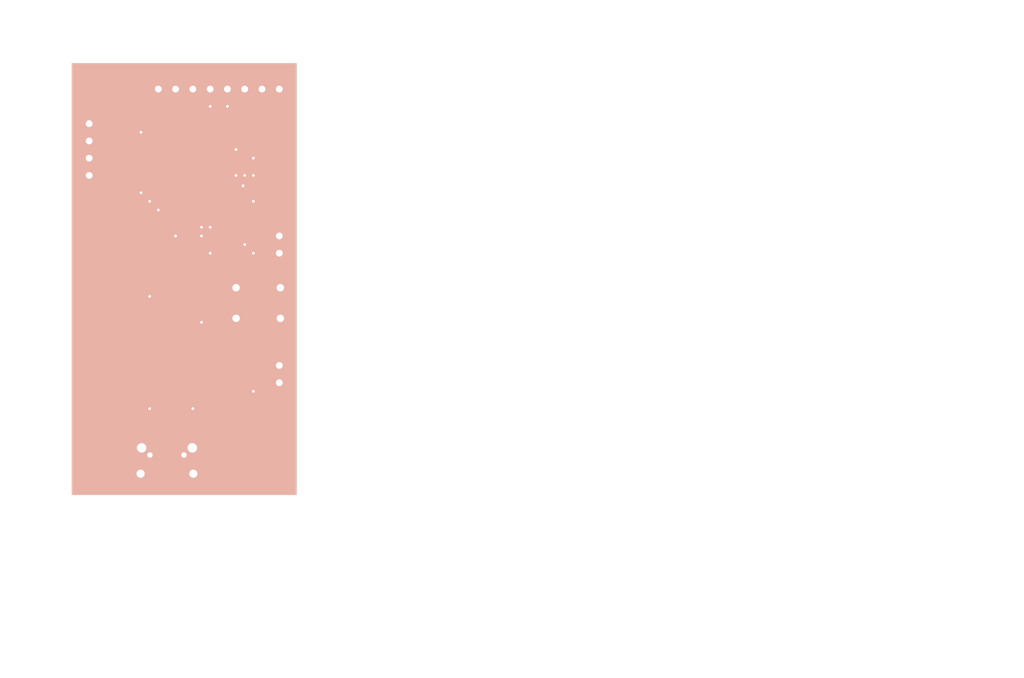
<source format=kicad_pcb>
(kicad_pcb (version 20171130) (host pcbnew "(5.1.5)-3")

  (general
    (thickness 1.6)
    (drawings 4)
    (tracks 264)
    (zones 0)
    (modules 20)
    (nets 2)
  )

  (page A4)
  (layers
    (0 F.Cu signal)
    (31 B.Cu signal)
    (32 B.Adhes user)
    (33 F.Adhes user)
    (34 B.Paste user)
    (35 F.Paste user)
    (36 B.SilkS user hide)
    (37 F.SilkS user hide)
    (38 B.Mask user)
    (39 F.Mask user)
    (40 Dwgs.User user)
    (41 Cmts.User user)
    (42 Eco1.User user)
    (43 Eco2.User user)
    (44 Edge.Cuts user)
    (45 Margin user)
    (46 B.CrtYd user)
    (47 F.CrtYd user)
    (48 B.Fab user)
    (49 F.Fab user)
  )

  (setup
    (last_trace_width 0.25)
    (trace_clearance 0.2)
    (zone_clearance 0.508)
    (zone_45_only no)
    (trace_min 0.2)
    (via_size 0.8)
    (via_drill 0.4)
    (via_min_size 0.4)
    (via_min_drill 0.3)
    (uvia_size 0.3)
    (uvia_drill 0.1)
    (uvias_allowed no)
    (uvia_min_size 0.2)
    (uvia_min_drill 0.1)
    (edge_width 0.05)
    (segment_width 0.2)
    (pcb_text_width 0.3)
    (pcb_text_size 1.5 1.5)
    (mod_edge_width 0.12)
    (mod_text_size 1 1)
    (mod_text_width 0.15)
    (pad_size 1.95 0.6)
    (pad_drill 0)
    (pad_to_mask_clearance 0.051)
    (solder_mask_min_width 0.25)
    (aux_axis_origin 0 0)
    (visible_elements 7FFFFFFF)
    (pcbplotparams
      (layerselection 0x010fc_ffffffff)
      (usegerberextensions false)
      (usegerberattributes false)
      (usegerberadvancedattributes false)
      (creategerberjobfile false)
      (excludeedgelayer true)
      (linewidth 0.100000)
      (plotframeref false)
      (viasonmask false)
      (mode 1)
      (useauxorigin false)
      (hpglpennumber 1)
      (hpglpenspeed 20)
      (hpglpendiameter 15.000000)
      (psnegative false)
      (psa4output false)
      (plotreference true)
      (plotvalue true)
      (plotinvisibletext false)
      (padsonsilk false)
      (subtractmaskfromsilk false)
      (outputformat 1)
      (mirror false)
      (drillshape 1)
      (scaleselection 1)
      (outputdirectory ""))
  )

  (net 0 "")
  (net 1 GND)

  (net_class Default "This is the default net class."
    (clearance 0.2)
    (trace_width 0.25)
    (via_dia 0.8)
    (via_drill 0.4)
    (uvia_dia 0.3)
    (uvia_drill 0.1)
    (add_net GND)
  )

  (net_class GND ""
    (clearance 0.2)
    (trace_width 0.25)
    (via_dia 0.8)
    (via_drill 0.4)
    (uvia_dia 0.3)
    (uvia_drill 0.1)
  )

  (module Resistor_SMD:R_0603_1608Metric_Pad1.05x0.95mm_HandSolder (layer F.Cu) (tedit 5B301BBD) (tstamp 5E4FE947)
    (at 91.44 97.79 90)
    (descr "Resistor SMD 0603 (1608 Metric), square (rectangular) end terminal, IPC_7351 nominal with elongated pad for handsoldering. (Body size source: http://www.tortai-tech.com/upload/download/2011102023233369053.pdf), generated with kicad-footprint-generator")
    (tags "resistor handsolder")
    (attr smd)
    (fp_text reference REF** (at 0 -1.43 90) (layer F.SilkS)
      (effects (font (size 1 1) (thickness 0.15)))
    )
    (fp_text value R_0603_1608Metric_Pad1.05x0.95mm_HandSolder (at 0 1.43 90) (layer F.Fab)
      (effects (font (size 1 1) (thickness 0.15)))
    )
    (fp_text user %R (at 0 0 90) (layer F.Fab)
      (effects (font (size 0.4 0.4) (thickness 0.06)))
    )
    (fp_line (start 1.65 0.73) (end -1.65 0.73) (layer F.CrtYd) (width 0.05))
    (fp_line (start 1.65 -0.73) (end 1.65 0.73) (layer F.CrtYd) (width 0.05))
    (fp_line (start -1.65 -0.73) (end 1.65 -0.73) (layer F.CrtYd) (width 0.05))
    (fp_line (start -1.65 0.73) (end -1.65 -0.73) (layer F.CrtYd) (width 0.05))
    (fp_line (start -0.171267 0.51) (end 0.171267 0.51) (layer F.SilkS) (width 0.12))
    (fp_line (start -0.171267 -0.51) (end 0.171267 -0.51) (layer F.SilkS) (width 0.12))
    (fp_line (start 0.8 0.4) (end -0.8 0.4) (layer F.Fab) (width 0.1))
    (fp_line (start 0.8 -0.4) (end 0.8 0.4) (layer F.Fab) (width 0.1))
    (fp_line (start -0.8 -0.4) (end 0.8 -0.4) (layer F.Fab) (width 0.1))
    (fp_line (start -0.8 0.4) (end -0.8 -0.4) (layer F.Fab) (width 0.1))
    (pad 2 smd roundrect (at 0.875 0 90) (size 1.05 0.95) (layers F.Cu F.Paste F.Mask) (roundrect_rratio 0.25))
    (pad 1 smd roundrect (at -0.875 0 90) (size 1.05 0.95) (layers F.Cu F.Paste F.Mask) (roundrect_rratio 0.25))
    (model ${KISYS3DMOD}/Resistor_SMD.3dshapes/R_0603_1608Metric.wrl
      (at (xyz 0 0 0))
      (scale (xyz 1 1 1))
      (rotate (xyz 0 0 0))
    )
  )

  (module Resistor_SMD:R_0603_1608Metric_Pad1.05x0.95mm_HandSolder (layer F.Cu) (tedit 5B301BBD) (tstamp 5E4FE947)
    (at 93.98 99.06 90)
    (descr "Resistor SMD 0603 (1608 Metric), square (rectangular) end terminal, IPC_7351 nominal with elongated pad for handsoldering. (Body size source: http://www.tortai-tech.com/upload/download/2011102023233369053.pdf), generated with kicad-footprint-generator")
    (tags "resistor handsolder")
    (attr smd)
    (fp_text reference REF** (at 0 -1.43 90) (layer F.SilkS)
      (effects (font (size 1 1) (thickness 0.15)))
    )
    (fp_text value R_0603_1608Metric_Pad1.05x0.95mm_HandSolder (at 0 1.43 90) (layer F.Fab)
      (effects (font (size 1 1) (thickness 0.15)))
    )
    (fp_text user %R (at 0 0 90) (layer F.Fab)
      (effects (font (size 0.4 0.4) (thickness 0.06)))
    )
    (fp_line (start 1.65 0.73) (end -1.65 0.73) (layer F.CrtYd) (width 0.05))
    (fp_line (start 1.65 -0.73) (end 1.65 0.73) (layer F.CrtYd) (width 0.05))
    (fp_line (start -1.65 -0.73) (end 1.65 -0.73) (layer F.CrtYd) (width 0.05))
    (fp_line (start -1.65 0.73) (end -1.65 -0.73) (layer F.CrtYd) (width 0.05))
    (fp_line (start -0.171267 0.51) (end 0.171267 0.51) (layer F.SilkS) (width 0.12))
    (fp_line (start -0.171267 -0.51) (end 0.171267 -0.51) (layer F.SilkS) (width 0.12))
    (fp_line (start 0.8 0.4) (end -0.8 0.4) (layer F.Fab) (width 0.1))
    (fp_line (start 0.8 -0.4) (end 0.8 0.4) (layer F.Fab) (width 0.1))
    (fp_line (start -0.8 -0.4) (end 0.8 -0.4) (layer F.Fab) (width 0.1))
    (fp_line (start -0.8 0.4) (end -0.8 -0.4) (layer F.Fab) (width 0.1))
    (pad 2 smd roundrect (at 0.875 0 90) (size 1.05 0.95) (layers F.Cu F.Paste F.Mask) (roundrect_rratio 0.25))
    (pad 1 smd roundrect (at -0.875 0 90) (size 1.05 0.95) (layers F.Cu F.Paste F.Mask) (roundrect_rratio 0.25))
    (model ${KISYS3DMOD}/Resistor_SMD.3dshapes/R_0603_1608Metric.wrl
      (at (xyz 0 0 0))
      (scale (xyz 1 1 1))
      (rotate (xyz 0 0 0))
    )
  )

  (module Package_SO:SOIC-8_3.9x4.9mm_P1.27mm (layer F.Cu) (tedit 5E4F0DA9) (tstamp 5E4FE196)
    (at 87.63 104.14)
    (descr "SOIC, 8 Pin (JEDEC MS-012AA, https://www.analog.com/media/en/package-pcb-resources/package/pkg_pdf/soic_narrow-r/r_8.pdf), generated with kicad-footprint-generator ipc_gullwing_generator.py")
    (tags "SOIC SO")
    (attr smd)
    (fp_text reference REF** (at 0 -3.4) (layer F.SilkS)
      (effects (font (size 1 1) (thickness 0.15)))
    )
    (fp_text value SOIC-8_3.9x4.9mm_P1.27mm (at 0 3.4) (layer F.Fab)
      (effects (font (size 1 1) (thickness 0.15)))
    )
    (fp_text user %R (at 0 0) (layer F.Fab)
      (effects (font (size 0.98 0.98) (thickness 0.15)))
    )
    (fp_line (start 3.7 -2.7) (end -3.7 -2.7) (layer F.CrtYd) (width 0.05))
    (fp_line (start 3.7 2.7) (end 3.7 -2.7) (layer F.CrtYd) (width 0.05))
    (fp_line (start -3.7 2.7) (end 3.7 2.7) (layer F.CrtYd) (width 0.05))
    (fp_line (start -3.7 -2.7) (end -3.7 2.7) (layer F.CrtYd) (width 0.05))
    (fp_line (start -1.95 -1.475) (end -0.975 -2.45) (layer F.Fab) (width 0.1))
    (fp_line (start -1.95 2.45) (end -1.95 -1.475) (layer F.Fab) (width 0.1))
    (fp_line (start 1.95 2.45) (end -1.95 2.45) (layer F.Fab) (width 0.1))
    (fp_line (start 1.95 -2.45) (end 1.95 2.45) (layer F.Fab) (width 0.1))
    (fp_line (start -0.975 -2.45) (end 1.95 -2.45) (layer F.Fab) (width 0.1))
    (fp_line (start 0 -2.56) (end -3.45 -2.56) (layer F.SilkS) (width 0.12))
    (fp_line (start 0 -2.56) (end 1.95 -2.56) (layer F.SilkS) (width 0.12))
    (fp_line (start 0 2.56) (end -1.95 2.56) (layer F.SilkS) (width 0.12))
    (fp_line (start 0 2.56) (end 1.95 2.56) (layer F.SilkS) (width 0.12))
    (pad 8 smd roundrect (at 2.475 -1.905) (size 1.95 0.6) (layers F.Cu F.Paste F.Mask) (roundrect_rratio 0.25))
    (pad 7 smd roundrect (at 2.475 -0.635) (size 1.95 0.6) (layers F.Cu F.Paste F.Mask) (roundrect_rratio 0.25)
      (net 1 GND))
    (pad 6 smd roundrect (at 2.475 0.635) (size 1.95 0.6) (layers F.Cu F.Paste F.Mask) (roundrect_rratio 0.25))
    (pad 5 smd roundrect (at 2.475 1.905) (size 1.95 0.6) (layers F.Cu F.Paste F.Mask) (roundrect_rratio 0.25))
    (pad 4 smd roundrect (at -2.475 1.905) (size 1.95 0.6) (layers F.Cu F.Paste F.Mask) (roundrect_rratio 0.25)
      (net 1 GND))
    (pad 3 smd roundrect (at -2.475 0.635) (size 1.95 0.6) (layers F.Cu F.Paste F.Mask) (roundrect_rratio 0.25)
      (net 1 GND))
    (pad 2 smd roundrect (at -2.475 -0.635) (size 1.95 0.6) (layers F.Cu F.Paste F.Mask) (roundrect_rratio 0.25)
      (net 1 GND))
    (pad 1 smd roundrect (at -2.475 -1.905) (size 1.95 0.6) (layers F.Cu F.Paste F.Mask) (roundrect_rratio 0.25)
      (net 1 GND))
    (model ${KISYS3DMOD}/Package_SO.3dshapes/SOIC-8_3.9x4.9mm_P1.27mm.wrl
      (at (xyz 0 0 0))
      (scale (xyz 1 1 1))
      (rotate (xyz 0 0 0))
    )
  )

  (module Connector_PinHeader_2.54mm:PinHeader_1x02_P2.54mm_Vertical (layer F.Cu) (tedit 59FED5CC) (tstamp 5E4FB519)
    (at 92.71 91.44)
    (descr "Through hole straight pin header, 1x02, 2.54mm pitch, single row")
    (tags "Through hole pin header THT 1x02 2.54mm single row")
    (fp_text reference REF** (at 0 -2.33) (layer F.SilkS)
      (effects (font (size 1 1) (thickness 0.15)))
    )
    (fp_text value PinHeader_1x02_P2.54mm_Vertical (at 0 4.87) (layer F.Fab)
      (effects (font (size 1 1) (thickness 0.15)))
    )
    (fp_line (start -0.635 -1.27) (end 1.27 -1.27) (layer F.Fab) (width 0.1))
    (fp_line (start 1.27 -1.27) (end 1.27 3.81) (layer F.Fab) (width 0.1))
    (fp_line (start 1.27 3.81) (end -1.27 3.81) (layer F.Fab) (width 0.1))
    (fp_line (start -1.27 3.81) (end -1.27 -0.635) (layer F.Fab) (width 0.1))
    (fp_line (start -1.27 -0.635) (end -0.635 -1.27) (layer F.Fab) (width 0.1))
    (fp_line (start -1.33 3.87) (end 1.33 3.87) (layer F.SilkS) (width 0.12))
    (fp_line (start -1.33 1.27) (end -1.33 3.87) (layer F.SilkS) (width 0.12))
    (fp_line (start 1.33 1.27) (end 1.33 3.87) (layer F.SilkS) (width 0.12))
    (fp_line (start -1.33 1.27) (end 1.33 1.27) (layer F.SilkS) (width 0.12))
    (fp_line (start -1.33 0) (end -1.33 -1.33) (layer F.SilkS) (width 0.12))
    (fp_line (start -1.33 -1.33) (end 0 -1.33) (layer F.SilkS) (width 0.12))
    (fp_line (start -1.8 -1.8) (end -1.8 4.35) (layer F.CrtYd) (width 0.05))
    (fp_line (start -1.8 4.35) (end 1.8 4.35) (layer F.CrtYd) (width 0.05))
    (fp_line (start 1.8 4.35) (end 1.8 -1.8) (layer F.CrtYd) (width 0.05))
    (fp_line (start 1.8 -1.8) (end -1.8 -1.8) (layer F.CrtYd) (width 0.05))
    (fp_text user %R (at 0 1.27 90) (layer F.Fab)
      (effects (font (size 1 1) (thickness 0.15)))
    )
    (pad 1 thru_hole rect (at 0 0) (size 1.7 1.7) (drill 1) (layers *.Cu *.Mask))
    (pad 2 thru_hole oval (at 0 2.54) (size 1.7 1.7) (drill 1) (layers *.Cu *.Mask)
      (net 1 GND))
    (model ${KISYS3DMOD}/Connector_PinHeader_2.54mm.3dshapes/PinHeader_1x02_P2.54mm_Vertical.wrl
      (at (xyz 0 0 0))
      (scale (xyz 1 1 1))
      (rotate (xyz 0 0 0))
    )
  )

  (module Connector_PinHeader_2.54mm:PinHeader_1x02_P2.54mm_Vertical (layer F.Cu) (tedit 59FED5CC) (tstamp 5E4FB4D6)
    (at 92.71 72.39)
    (descr "Through hole straight pin header, 1x02, 2.54mm pitch, single row")
    (tags "Through hole pin header THT 1x02 2.54mm single row")
    (fp_text reference REF** (at 0 -2.33) (layer F.SilkS)
      (effects (font (size 1 1) (thickness 0.15)))
    )
    (fp_text value PinHeader_1x02_P2.54mm_Vertical (at 0 4.87) (layer F.Fab)
      (effects (font (size 1 1) (thickness 0.15)))
    )
    (fp_text user %R (at 0 1.27 90) (layer F.Fab)
      (effects (font (size 1 1) (thickness 0.15)))
    )
    (fp_line (start 1.8 -1.8) (end -1.8 -1.8) (layer F.CrtYd) (width 0.05))
    (fp_line (start 1.8 4.35) (end 1.8 -1.8) (layer F.CrtYd) (width 0.05))
    (fp_line (start -1.8 4.35) (end 1.8 4.35) (layer F.CrtYd) (width 0.05))
    (fp_line (start -1.8 -1.8) (end -1.8 4.35) (layer F.CrtYd) (width 0.05))
    (fp_line (start -1.33 -1.33) (end 0 -1.33) (layer F.SilkS) (width 0.12))
    (fp_line (start -1.33 0) (end -1.33 -1.33) (layer F.SilkS) (width 0.12))
    (fp_line (start -1.33 1.27) (end 1.33 1.27) (layer F.SilkS) (width 0.12))
    (fp_line (start 1.33 1.27) (end 1.33 3.87) (layer F.SilkS) (width 0.12))
    (fp_line (start -1.33 1.27) (end -1.33 3.87) (layer F.SilkS) (width 0.12))
    (fp_line (start -1.33 3.87) (end 1.33 3.87) (layer F.SilkS) (width 0.12))
    (fp_line (start -1.27 -0.635) (end -0.635 -1.27) (layer F.Fab) (width 0.1))
    (fp_line (start -1.27 3.81) (end -1.27 -0.635) (layer F.Fab) (width 0.1))
    (fp_line (start 1.27 3.81) (end -1.27 3.81) (layer F.Fab) (width 0.1))
    (fp_line (start 1.27 -1.27) (end 1.27 3.81) (layer F.Fab) (width 0.1))
    (fp_line (start -0.635 -1.27) (end 1.27 -1.27) (layer F.Fab) (width 0.1))
    (pad 2 thru_hole oval (at 0 2.54) (size 1.7 1.7) (drill 1) (layers *.Cu *.Mask)
      (net 1 GND))
    (pad 1 thru_hole rect (at 0 0) (size 1.7 1.7) (drill 1) (layers *.Cu *.Mask))
    (model ${KISYS3DMOD}/Connector_PinHeader_2.54mm.3dshapes/PinHeader_1x02_P2.54mm_Vertical.wrl
      (at (xyz 0 0 0))
      (scale (xyz 1 1 1))
      (rotate (xyz 0 0 0))
    )
  )

  (module Button_Switch_THT:SW_PUSH_6mm_H13mm (layer F.Cu) (tedit 5A02FE31) (tstamp 5E4F901B)
    (at 86.36 80.01)
    (descr "tactile push button, 6x6mm e.g. PHAP33xx series, height=13mm")
    (tags "tact sw push 6mm")
    (fp_text reference REF** (at 3.25 -2) (layer F.SilkS)
      (effects (font (size 1 1) (thickness 0.15)))
    )
    (fp_text value SW_PUSH_6mm_H13mm (at 3.75 6.7) (layer F.Fab)
      (effects (font (size 1 1) (thickness 0.15)))
    )
    (fp_circle (center 3.25 2.25) (end 1.25 2.5) (layer F.Fab) (width 0.1))
    (fp_line (start 6.75 3) (end 6.75 1.5) (layer F.SilkS) (width 0.12))
    (fp_line (start 5.5 -1) (end 1 -1) (layer F.SilkS) (width 0.12))
    (fp_line (start -0.25 1.5) (end -0.25 3) (layer F.SilkS) (width 0.12))
    (fp_line (start 1 5.5) (end 5.5 5.5) (layer F.SilkS) (width 0.12))
    (fp_line (start 8 -1.25) (end 8 5.75) (layer F.CrtYd) (width 0.05))
    (fp_line (start 7.75 6) (end -1.25 6) (layer F.CrtYd) (width 0.05))
    (fp_line (start -1.5 5.75) (end -1.5 -1.25) (layer F.CrtYd) (width 0.05))
    (fp_line (start -1.25 -1.5) (end 7.75 -1.5) (layer F.CrtYd) (width 0.05))
    (fp_line (start -1.5 6) (end -1.25 6) (layer F.CrtYd) (width 0.05))
    (fp_line (start -1.5 5.75) (end -1.5 6) (layer F.CrtYd) (width 0.05))
    (fp_line (start -1.5 -1.5) (end -1.25 -1.5) (layer F.CrtYd) (width 0.05))
    (fp_line (start -1.5 -1.25) (end -1.5 -1.5) (layer F.CrtYd) (width 0.05))
    (fp_line (start 8 -1.5) (end 8 -1.25) (layer F.CrtYd) (width 0.05))
    (fp_line (start 7.75 -1.5) (end 8 -1.5) (layer F.CrtYd) (width 0.05))
    (fp_line (start 8 6) (end 8 5.75) (layer F.CrtYd) (width 0.05))
    (fp_line (start 7.75 6) (end 8 6) (layer F.CrtYd) (width 0.05))
    (fp_line (start 0.25 -0.75) (end 3.25 -0.75) (layer F.Fab) (width 0.1))
    (fp_line (start 0.25 5.25) (end 0.25 -0.75) (layer F.Fab) (width 0.1))
    (fp_line (start 6.25 5.25) (end 0.25 5.25) (layer F.Fab) (width 0.1))
    (fp_line (start 6.25 -0.75) (end 6.25 5.25) (layer F.Fab) (width 0.1))
    (fp_line (start 3.25 -0.75) (end 6.25 -0.75) (layer F.Fab) (width 0.1))
    (fp_text user %R (at 3.25 2.25) (layer F.Fab)
      (effects (font (size 1 1) (thickness 0.15)))
    )
    (pad 1 thru_hole circle (at 6.5 0 90) (size 2 2) (drill 1.1) (layers *.Cu *.Mask)
      (net 1 GND))
    (pad 2 thru_hole circle (at 6.5 4.5 90) (size 2 2) (drill 1.1) (layers *.Cu *.Mask))
    (pad 1 thru_hole circle (at 0 0 90) (size 2 2) (drill 1.1) (layers *.Cu *.Mask)
      (net 1 GND))
    (pad 2 thru_hole circle (at 0 4.5 90) (size 2 2) (drill 1.1) (layers *.Cu *.Mask))
    (model ${KISYS3DMOD}/Button_Switch_THT.3dshapes/SW_PUSH_6mm_H13mm.wrl
      (at (xyz 0 0 0))
      (scale (xyz 1 1 1))
      (rotate (xyz 0 0 0))
    )
  )

  (module Connector_PinSocket_2.54mm:PinSocket_1x08_P2.54mm_Vertical (layer F.Cu) (tedit 5A19A420) (tstamp 5E4ED74B)
    (at 74.93 50.8 90)
    (descr "Through hole straight socket strip, 1x08, 2.54mm pitch, single row (from Kicad 4.0.7), script generated")
    (tags "Through hole socket strip THT 1x08 2.54mm single row")
    (fp_text reference REF** (at 0 -2.77 90) (layer F.SilkS)
      (effects (font (size 1 1) (thickness 0.15)))
    )
    (fp_text value PinSocket_1x08_P2.54mm_Vertical (at 0 20.55 90) (layer F.Fab)
      (effects (font (size 1 1) (thickness 0.15)))
    )
    (fp_text user %R (at 0 8.89) (layer F.Fab)
      (effects (font (size 1 1) (thickness 0.15)))
    )
    (fp_line (start -1.8 19.55) (end -1.8 -1.8) (layer F.CrtYd) (width 0.05))
    (fp_line (start 1.75 19.55) (end -1.8 19.55) (layer F.CrtYd) (width 0.05))
    (fp_line (start 1.75 -1.8) (end 1.75 19.55) (layer F.CrtYd) (width 0.05))
    (fp_line (start -1.8 -1.8) (end 1.75 -1.8) (layer F.CrtYd) (width 0.05))
    (fp_line (start 0 -1.33) (end 1.33 -1.33) (layer F.SilkS) (width 0.12))
    (fp_line (start 1.33 -1.33) (end 1.33 0) (layer F.SilkS) (width 0.12))
    (fp_line (start 1.33 1.27) (end 1.33 19.11) (layer F.SilkS) (width 0.12))
    (fp_line (start -1.33 19.11) (end 1.33 19.11) (layer F.SilkS) (width 0.12))
    (fp_line (start -1.33 1.27) (end -1.33 19.11) (layer F.SilkS) (width 0.12))
    (fp_line (start -1.33 1.27) (end 1.33 1.27) (layer F.SilkS) (width 0.12))
    (fp_line (start -1.27 19.05) (end -1.27 -1.27) (layer F.Fab) (width 0.1))
    (fp_line (start 1.27 19.05) (end -1.27 19.05) (layer F.Fab) (width 0.1))
    (fp_line (start 1.27 -0.635) (end 1.27 19.05) (layer F.Fab) (width 0.1))
    (fp_line (start 0.635 -1.27) (end 1.27 -0.635) (layer F.Fab) (width 0.1))
    (fp_line (start -1.27 -1.27) (end 0.635 -1.27) (layer F.Fab) (width 0.1))
    (pad 8 thru_hole oval (at 0 17.78 90) (size 1.7 1.7) (drill 1) (layers *.Cu *.Mask))
    (pad 7 thru_hole oval (at 0 15.24 90) (size 1.7 1.7) (drill 1) (layers *.Cu *.Mask)
      (net 1 GND))
    (pad 6 thru_hole oval (at 0 12.7 90) (size 1.7 1.7) (drill 1) (layers *.Cu *.Mask))
    (pad 5 thru_hole oval (at 0 10.16 90) (size 1.7 1.7) (drill 1) (layers *.Cu *.Mask))
    (pad 4 thru_hole oval (at 0 7.62 90) (size 1.7 1.7) (drill 1) (layers *.Cu *.Mask))
    (pad 3 thru_hole oval (at 0 5.08 90) (size 1.7 1.7) (drill 1) (layers *.Cu *.Mask))
    (pad 2 thru_hole oval (at 0 2.54 90) (size 1.7 1.7) (drill 1) (layers *.Cu *.Mask)
      (net 1 GND))
    (pad 1 thru_hole rect (at 0 0 90) (size 1.7 1.7) (drill 1) (layers *.Cu *.Mask))
    (model ${KISYS3DMOD}/Connector_PinSocket_2.54mm.3dshapes/PinSocket_1x08_P2.54mm_Vertical.wrl
      (at (xyz 0 0 0))
      (scale (xyz 1 1 1))
      (rotate (xyz 0 0 0))
    )
  )

  (module Connector_PinSocket_2.54mm:PinSocket_1x04_P2.54mm_Vertical (layer F.Cu) (tedit 5A19A429) (tstamp 5E4ECCF3)
    (at 64.77 55.88)
    (descr "Through hole straight socket strip, 1x04, 2.54mm pitch, single row (from Kicad 4.0.7), script generated")
    (tags "Through hole socket strip THT 1x04 2.54mm single row")
    (fp_text reference REF** (at 0 -2.77) (layer F.SilkS)
      (effects (font (size 1 1) (thickness 0.15)))
    )
    (fp_text value PinSocket_1x04_P2.54mm_Vertical (at 0 10.39) (layer F.Fab)
      (effects (font (size 1 1) (thickness 0.15)))
    )
    (fp_text user %R (at 0 3.81 90) (layer F.Fab)
      (effects (font (size 1 1) (thickness 0.15)))
    )
    (fp_line (start -1.8 9.4) (end -1.8 -1.8) (layer F.CrtYd) (width 0.05))
    (fp_line (start 1.75 9.4) (end -1.8 9.4) (layer F.CrtYd) (width 0.05))
    (fp_line (start 1.75 -1.8) (end 1.75 9.4) (layer F.CrtYd) (width 0.05))
    (fp_line (start -1.8 -1.8) (end 1.75 -1.8) (layer F.CrtYd) (width 0.05))
    (fp_line (start 0 -1.33) (end 1.33 -1.33) (layer F.SilkS) (width 0.12))
    (fp_line (start 1.33 -1.33) (end 1.33 0) (layer F.SilkS) (width 0.12))
    (fp_line (start 1.33 1.27) (end 1.33 8.95) (layer F.SilkS) (width 0.12))
    (fp_line (start -1.33 8.95) (end 1.33 8.95) (layer F.SilkS) (width 0.12))
    (fp_line (start -1.33 1.27) (end -1.33 8.95) (layer F.SilkS) (width 0.12))
    (fp_line (start -1.33 1.27) (end 1.33 1.27) (layer F.SilkS) (width 0.12))
    (fp_line (start -1.27 8.89) (end -1.27 -1.27) (layer F.Fab) (width 0.1))
    (fp_line (start 1.27 8.89) (end -1.27 8.89) (layer F.Fab) (width 0.1))
    (fp_line (start 1.27 -0.635) (end 1.27 8.89) (layer F.Fab) (width 0.1))
    (fp_line (start 0.635 -1.27) (end 1.27 -0.635) (layer F.Fab) (width 0.1))
    (fp_line (start -1.27 -1.27) (end 0.635 -1.27) (layer F.Fab) (width 0.1))
    (pad 4 thru_hole oval (at 0 7.62) (size 1.7 1.7) (drill 1) (layers *.Cu *.Mask)
      (net 1 GND))
    (pad 3 thru_hole oval (at 0 5.08) (size 1.7 1.7) (drill 1) (layers *.Cu *.Mask))
    (pad 2 thru_hole oval (at 0 2.54) (size 1.7 1.7) (drill 1) (layers *.Cu *.Mask))
    (pad 1 thru_hole rect (at 0 0) (size 1.7 1.7) (drill 1) (layers *.Cu *.Mask))
    (model ${KISYS3DMOD}/Connector_PinSocket_2.54mm.3dshapes/PinSocket_1x04_P2.54mm_Vertical.wrl
      (at (xyz 0 0 0))
      (scale (xyz 1 1 1))
      (rotate (xyz 0 0 0))
    )
  )

  (module Connector_JST:JST_PH_S2B-PH-SM4-TB_1x02-1MP_P2.00mm_Horizontal (layer F.Cu) (tedit 5B78AD87) (tstamp 5E4E53B4)
    (at 67.31 80.01 270)
    (descr "JST PH series connector, S2B-PH-SM4-TB (http://www.jst-mfg.com/product/pdf/eng/ePH.pdf), generated with kicad-footprint-generator")
    (tags "connector JST PH top entry")
    (attr smd)
    (fp_text reference REF** (at 0 -5.8 90) (layer F.SilkS)
      (effects (font (size 1 1) (thickness 0.15)))
    )
    (fp_text value JST_PH_S2B-PH-SM4-TB_1x02-1MP_P2.00mm_Horizontal (at 0 5.8 90) (layer F.Fab)
      (effects (font (size 1 1) (thickness 0.15)))
    )
    (fp_text user %R (at 0 1.5 90) (layer F.Fab)
      (effects (font (size 1 1) (thickness 0.15)))
    )
    (fp_line (start -1 -0.892893) (end -0.5 -1.6) (layer F.Fab) (width 0.1))
    (fp_line (start -1.5 -1.6) (end -1 -0.892893) (layer F.Fab) (width 0.1))
    (fp_line (start 4.6 -5.1) (end -4.6 -5.1) (layer F.CrtYd) (width 0.05))
    (fp_line (start 4.6 5.1) (end 4.6 -5.1) (layer F.CrtYd) (width 0.05))
    (fp_line (start -4.6 5.1) (end 4.6 5.1) (layer F.CrtYd) (width 0.05))
    (fp_line (start -4.6 -5.1) (end -4.6 5.1) (layer F.CrtYd) (width 0.05))
    (fp_line (start 3.95 -3.2) (end 3.95 4.4) (layer F.Fab) (width 0.1))
    (fp_line (start -3.95 -3.2) (end -3.95 4.4) (layer F.Fab) (width 0.1))
    (fp_line (start -3.95 4.4) (end 3.95 4.4) (layer F.Fab) (width 0.1))
    (fp_line (start -2.34 4.51) (end 2.34 4.51) (layer F.SilkS) (width 0.12))
    (fp_line (start 3.04 -1.71) (end 1.76 -1.71) (layer F.SilkS) (width 0.12))
    (fp_line (start 3.04 -3.31) (end 3.04 -1.71) (layer F.SilkS) (width 0.12))
    (fp_line (start 4.06 -3.31) (end 3.04 -3.31) (layer F.SilkS) (width 0.12))
    (fp_line (start 4.06 0.94) (end 4.06 -3.31) (layer F.SilkS) (width 0.12))
    (fp_line (start -1.76 -1.71) (end -1.76 -4.6) (layer F.SilkS) (width 0.12))
    (fp_line (start -3.04 -1.71) (end -1.76 -1.71) (layer F.SilkS) (width 0.12))
    (fp_line (start -3.04 -3.31) (end -3.04 -1.71) (layer F.SilkS) (width 0.12))
    (fp_line (start -4.06 -3.31) (end -3.04 -3.31) (layer F.SilkS) (width 0.12))
    (fp_line (start -4.06 0.94) (end -4.06 -3.31) (layer F.SilkS) (width 0.12))
    (fp_line (start 3.15 -3.2) (end 3.95 -3.2) (layer F.Fab) (width 0.1))
    (fp_line (start 3.15 -1.6) (end 3.15 -3.2) (layer F.Fab) (width 0.1))
    (fp_line (start -3.15 -1.6) (end 3.15 -1.6) (layer F.Fab) (width 0.1))
    (fp_line (start -3.15 -3.2) (end -3.15 -1.6) (layer F.Fab) (width 0.1))
    (fp_line (start -3.95 -3.2) (end -3.15 -3.2) (layer F.Fab) (width 0.1))
    (pad MP smd roundrect (at 3.35 2.9 270) (size 1.5 3.4) (layers F.Cu F.Paste F.Mask) (roundrect_rratio 0.166667))
    (pad MP smd roundrect (at -3.35 2.9 270) (size 1.5 3.4) (layers F.Cu F.Paste F.Mask) (roundrect_rratio 0.166667))
    (pad 2 smd roundrect (at 1 -2.85 270) (size 1 3.5) (layers F.Cu F.Paste F.Mask) (roundrect_rratio 0.25))
    (pad 1 smd roundrect (at -1 -2.85 270) (size 1 3.5) (layers F.Cu F.Paste F.Mask) (roundrect_rratio 0.25)
      (net 1 GND))
    (model ${KISYS3DMOD}/Connector_JST.3dshapes/JST_PH_S2B-PH-SM4-TB_1x02-1MP_P2.00mm_Horizontal.wrl
      (at (xyz 0 0 0))
      (scale (xyz 1 1 1))
      (rotate (xyz 0 0 0))
    )
  )

  (module Package_TO_SOT_SMD:SOT-23-5_HandSoldering (layer F.Cu) (tedit 5A0AB76C) (tstamp 5E4E5560)
    (at 73.66 90.17 270)
    (descr "5-pin SOT23 package")
    (tags "SOT-23-5 hand-soldering")
    (attr smd)
    (fp_text reference REF** (at 0 -2.9 90) (layer F.SilkS)
      (effects (font (size 1 1) (thickness 0.15)))
    )
    (fp_text value SOT-23-5_HandSoldering (at 0 2.9 90) (layer F.Fab)
      (effects (font (size 1 1) (thickness 0.15)))
    )
    (fp_line (start 2.38 1.8) (end -2.38 1.8) (layer F.CrtYd) (width 0.05))
    (fp_line (start 2.38 1.8) (end 2.38 -1.8) (layer F.CrtYd) (width 0.05))
    (fp_line (start -2.38 -1.8) (end -2.38 1.8) (layer F.CrtYd) (width 0.05))
    (fp_line (start -2.38 -1.8) (end 2.38 -1.8) (layer F.CrtYd) (width 0.05))
    (fp_line (start 0.9 -1.55) (end 0.9 1.55) (layer F.Fab) (width 0.1))
    (fp_line (start 0.9 1.55) (end -0.9 1.55) (layer F.Fab) (width 0.1))
    (fp_line (start -0.9 -0.9) (end -0.9 1.55) (layer F.Fab) (width 0.1))
    (fp_line (start 0.9 -1.55) (end -0.25 -1.55) (layer F.Fab) (width 0.1))
    (fp_line (start -0.9 -0.9) (end -0.25 -1.55) (layer F.Fab) (width 0.1))
    (fp_line (start 0.9 -1.61) (end -1.55 -1.61) (layer F.SilkS) (width 0.12))
    (fp_line (start -0.9 1.61) (end 0.9 1.61) (layer F.SilkS) (width 0.12))
    (fp_text user %R (at 0 0) (layer F.Fab)
      (effects (font (size 0.5 0.5) (thickness 0.075)))
    )
    (pad 5 smd rect (at 1.35 -0.95 270) (size 1.56 0.65) (layers F.Cu F.Paste F.Mask))
    (pad 4 smd rect (at 1.35 0.95 270) (size 1.56 0.65) (layers F.Cu F.Paste F.Mask))
    (pad 3 smd rect (at -1.35 0.95 270) (size 1.56 0.65) (layers F.Cu F.Paste F.Mask))
    (pad 2 smd rect (at -1.35 0 270) (size 1.56 0.65) (layers F.Cu F.Paste F.Mask)
      (net 1 GND))
    (pad 1 smd rect (at -1.35 -0.95 270) (size 1.56 0.65) (layers F.Cu F.Paste F.Mask))
    (model ${KISYS3DMOD}/Package_TO_SOT_SMD.3dshapes/SOT-23-5.wrl
      (at (xyz 0 0 0))
      (scale (xyz 1 1 1))
      (rotate (xyz 0 0 0))
    )
  )

  (module Capacitor_SMD:C_0603_1608Metric_Pad1.05x0.95mm_HandSolder (layer F.Cu) (tedit 5B301BBE) (tstamp 5E4E4FB0)
    (at 77.47 99.06)
    (descr "Capacitor SMD 0603 (1608 Metric), square (rectangular) end terminal, IPC_7351 nominal with elongated pad for handsoldering. (Body size source: http://www.tortai-tech.com/upload/download/2011102023233369053.pdf), generated with kicad-footprint-generator")
    (tags "capacitor handsolder")
    (attr smd)
    (fp_text reference REF** (at 0 -1.43) (layer F.SilkS)
      (effects (font (size 1 1) (thickness 0.15)))
    )
    (fp_text value C_0603_1608Metric_Pad1.05x0.95mm_HandSolder (at 0 1.43) (layer F.Fab)
      (effects (font (size 1 1) (thickness 0.15)))
    )
    (fp_line (start -0.8 0.4) (end -0.8 -0.4) (layer F.Fab) (width 0.1))
    (fp_line (start -0.8 -0.4) (end 0.8 -0.4) (layer F.Fab) (width 0.1))
    (fp_line (start 0.8 -0.4) (end 0.8 0.4) (layer F.Fab) (width 0.1))
    (fp_line (start 0.8 0.4) (end -0.8 0.4) (layer F.Fab) (width 0.1))
    (fp_line (start -0.171267 -0.51) (end 0.171267 -0.51) (layer F.SilkS) (width 0.12))
    (fp_line (start -0.171267 0.51) (end 0.171267 0.51) (layer F.SilkS) (width 0.12))
    (fp_line (start -1.65 0.73) (end -1.65 -0.73) (layer F.CrtYd) (width 0.05))
    (fp_line (start -1.65 -0.73) (end 1.65 -0.73) (layer F.CrtYd) (width 0.05))
    (fp_line (start 1.65 -0.73) (end 1.65 0.73) (layer F.CrtYd) (width 0.05))
    (fp_line (start 1.65 0.73) (end -1.65 0.73) (layer F.CrtYd) (width 0.05))
    (fp_text user %R (at 0 0) (layer F.Fab)
      (effects (font (size 0.4 0.4) (thickness 0.06)))
    )
    (pad 1 smd roundrect (at -0.875 0) (size 1.05 0.95) (layers F.Cu F.Paste F.Mask) (roundrect_rratio 0.25))
    (pad 2 smd roundrect (at 0.875 0) (size 1.05 0.95) (layers F.Cu F.Paste F.Mask) (roundrect_rratio 0.25)
      (net 1 GND))
    (model ${KISYS3DMOD}/Capacitor_SMD.3dshapes/C_0603_1608Metric.wrl
      (at (xyz 0 0 0))
      (scale (xyz 1 1 1))
      (rotate (xyz 0 0 0))
    )
  )

  (module Capacitor_SMD:C_0603_1608Metric_Pad1.05x0.95mm_HandSolder (layer F.Cu) (tedit 5B301BBE) (tstamp 5E4E4FAF)
    (at 74.93 85.09)
    (descr "Capacitor SMD 0603 (1608 Metric), square (rectangular) end terminal, IPC_7351 nominal with elongated pad for handsoldering. (Body size source: http://www.tortai-tech.com/upload/download/2011102023233369053.pdf), generated with kicad-footprint-generator")
    (tags "capacitor handsolder")
    (attr smd)
    (fp_text reference REF** (at 0 -1.43) (layer F.SilkS)
      (effects (font (size 1 1) (thickness 0.15)))
    )
    (fp_text value C_0603_1608Metric_Pad1.05x0.95mm_HandSolder (at 0 1.43) (layer F.Fab)
      (effects (font (size 1 1) (thickness 0.15)))
    )
    (fp_text user %R (at 0 0) (layer F.Fab)
      (effects (font (size 0.4 0.4) (thickness 0.06)))
    )
    (fp_line (start 1.65 0.73) (end -1.65 0.73) (layer F.CrtYd) (width 0.05))
    (fp_line (start 1.65 -0.73) (end 1.65 0.73) (layer F.CrtYd) (width 0.05))
    (fp_line (start -1.65 -0.73) (end 1.65 -0.73) (layer F.CrtYd) (width 0.05))
    (fp_line (start -1.65 0.73) (end -1.65 -0.73) (layer F.CrtYd) (width 0.05))
    (fp_line (start -0.171267 0.51) (end 0.171267 0.51) (layer F.SilkS) (width 0.12))
    (fp_line (start -0.171267 -0.51) (end 0.171267 -0.51) (layer F.SilkS) (width 0.12))
    (fp_line (start 0.8 0.4) (end -0.8 0.4) (layer F.Fab) (width 0.1))
    (fp_line (start 0.8 -0.4) (end 0.8 0.4) (layer F.Fab) (width 0.1))
    (fp_line (start -0.8 -0.4) (end 0.8 -0.4) (layer F.Fab) (width 0.1))
    (fp_line (start -0.8 0.4) (end -0.8 -0.4) (layer F.Fab) (width 0.1))
    (pad 2 smd roundrect (at 0.875 0) (size 1.05 0.95) (layers F.Cu F.Paste F.Mask) (roundrect_rratio 0.25)
      (net 1 GND))
    (pad 1 smd roundrect (at -0.875 0) (size 1.05 0.95) (layers F.Cu F.Paste F.Mask) (roundrect_rratio 0.25))
    (model ${KISYS3DMOD}/Capacitor_SMD.3dshapes/C_0603_1608Metric.wrl
      (at (xyz 0 0 0))
      (scale (xyz 1 1 1))
      (rotate (xyz 0 0 0))
    )
  )

  (module Resistor_SMD:R_0603_1608Metric_Pad1.05x0.95mm_HandSolder (layer F.Cu) (tedit 5B301BBD) (tstamp 5E4E4DEC)
    (at 76.2 93.98)
    (descr "Resistor SMD 0603 (1608 Metric), square (rectangular) end terminal, IPC_7351 nominal with elongated pad for handsoldering. (Body size source: http://www.tortai-tech.com/upload/download/2011102023233369053.pdf), generated with kicad-footprint-generator")
    (tags "resistor handsolder")
    (attr smd)
    (fp_text reference REF** (at 0 -1.43) (layer F.SilkS)
      (effects (font (size 1 1) (thickness 0.15)))
    )
    (fp_text value R_0603_1608Metric_Pad1.05x0.95mm_HandSolder (at 0 1.43) (layer F.Fab)
      (effects (font (size 1 1) (thickness 0.15)))
    )
    (fp_line (start -0.8 0.4) (end -0.8 -0.4) (layer F.Fab) (width 0.1))
    (fp_line (start -0.8 -0.4) (end 0.8 -0.4) (layer F.Fab) (width 0.1))
    (fp_line (start 0.8 -0.4) (end 0.8 0.4) (layer F.Fab) (width 0.1))
    (fp_line (start 0.8 0.4) (end -0.8 0.4) (layer F.Fab) (width 0.1))
    (fp_line (start -0.171267 -0.51) (end 0.171267 -0.51) (layer F.SilkS) (width 0.12))
    (fp_line (start -0.171267 0.51) (end 0.171267 0.51) (layer F.SilkS) (width 0.12))
    (fp_line (start -1.65 0.73) (end -1.65 -0.73) (layer F.CrtYd) (width 0.05))
    (fp_line (start -1.65 -0.73) (end 1.65 -0.73) (layer F.CrtYd) (width 0.05))
    (fp_line (start 1.65 -0.73) (end 1.65 0.73) (layer F.CrtYd) (width 0.05))
    (fp_line (start 1.65 0.73) (end -1.65 0.73) (layer F.CrtYd) (width 0.05))
    (fp_text user %R (at 0 0) (layer F.Fab)
      (effects (font (size 0.4 0.4) (thickness 0.06)))
    )
    (pad 1 smd roundrect (at -0.875 0) (size 1.05 0.95) (layers F.Cu F.Paste F.Mask) (roundrect_rratio 0.25))
    (pad 2 smd roundrect (at 0.875 0) (size 1.05 0.95) (layers F.Cu F.Paste F.Mask) (roundrect_rratio 0.25))
    (model ${KISYS3DMOD}/Resistor_SMD.3dshapes/R_0603_1608Metric.wrl
      (at (xyz 0 0 0))
      (scale (xyz 1 1 1))
      (rotate (xyz 0 0 0))
    )
  )

  (module Resistor_SMD:R_0603_1608Metric_Pad1.05x0.95mm_HandSolder (layer F.Cu) (tedit 5B301BBD) (tstamp 5E4E4DEC)
    (at 81.28 96.52)
    (descr "Resistor SMD 0603 (1608 Metric), square (rectangular) end terminal, IPC_7351 nominal with elongated pad for handsoldering. (Body size source: http://www.tortai-tech.com/upload/download/2011102023233369053.pdf), generated with kicad-footprint-generator")
    (tags "resistor handsolder")
    (attr smd)
    (fp_text reference REF** (at 0 -1.43) (layer F.SilkS)
      (effects (font (size 1 1) (thickness 0.15)))
    )
    (fp_text value R_0603_1608Metric_Pad1.05x0.95mm_HandSolder (at 0 1.43) (layer F.Fab)
      (effects (font (size 1 1) (thickness 0.15)))
    )
    (fp_line (start -0.8 0.4) (end -0.8 -0.4) (layer F.Fab) (width 0.1))
    (fp_line (start -0.8 -0.4) (end 0.8 -0.4) (layer F.Fab) (width 0.1))
    (fp_line (start 0.8 -0.4) (end 0.8 0.4) (layer F.Fab) (width 0.1))
    (fp_line (start 0.8 0.4) (end -0.8 0.4) (layer F.Fab) (width 0.1))
    (fp_line (start -0.171267 -0.51) (end 0.171267 -0.51) (layer F.SilkS) (width 0.12))
    (fp_line (start -0.171267 0.51) (end 0.171267 0.51) (layer F.SilkS) (width 0.12))
    (fp_line (start -1.65 0.73) (end -1.65 -0.73) (layer F.CrtYd) (width 0.05))
    (fp_line (start -1.65 -0.73) (end 1.65 -0.73) (layer F.CrtYd) (width 0.05))
    (fp_line (start 1.65 -0.73) (end 1.65 0.73) (layer F.CrtYd) (width 0.05))
    (fp_line (start 1.65 0.73) (end -1.65 0.73) (layer F.CrtYd) (width 0.05))
    (fp_text user %R (at 0 0) (layer F.Fab)
      (effects (font (size 0.4 0.4) (thickness 0.06)))
    )
    (pad 1 smd roundrect (at -0.875 0) (size 1.05 0.95) (layers F.Cu F.Paste F.Mask) (roundrect_rratio 0.25))
    (pad 2 smd roundrect (at 0.875 0) (size 1.05 0.95) (layers F.Cu F.Paste F.Mask) (roundrect_rratio 0.25)
      (net 1 GND))
    (model ${KISYS3DMOD}/Resistor_SMD.3dshapes/R_0603_1608Metric.wrl
      (at (xyz 0 0 0))
      (scale (xyz 1 1 1))
      (rotate (xyz 0 0 0))
    )
  )

  (module Resistor_SMD:R_0603_1608Metric_Pad1.05x0.95mm_HandSolder (layer F.Cu) (tedit 5B301BBD) (tstamp 5E4E4DEB)
    (at 73.66 95.25 270)
    (descr "Resistor SMD 0603 (1608 Metric), square (rectangular) end terminal, IPC_7351 nominal with elongated pad for handsoldering. (Body size source: http://www.tortai-tech.com/upload/download/2011102023233369053.pdf), generated with kicad-footprint-generator")
    (tags "resistor handsolder")
    (attr smd)
    (fp_text reference REF** (at 0 -1.43 90) (layer F.SilkS)
      (effects (font (size 1 1) (thickness 0.15)))
    )
    (fp_text value R_0603_1608Metric_Pad1.05x0.95mm_HandSolder (at 0 1.43 90) (layer F.Fab)
      (effects (font (size 1 1) (thickness 0.15)))
    )
    (fp_text user %R (at 0 0 90) (layer F.Fab)
      (effects (font (size 0.4 0.4) (thickness 0.06)))
    )
    (fp_line (start 1.65 0.73) (end -1.65 0.73) (layer F.CrtYd) (width 0.05))
    (fp_line (start 1.65 -0.73) (end 1.65 0.73) (layer F.CrtYd) (width 0.05))
    (fp_line (start -1.65 -0.73) (end 1.65 -0.73) (layer F.CrtYd) (width 0.05))
    (fp_line (start -1.65 0.73) (end -1.65 -0.73) (layer F.CrtYd) (width 0.05))
    (fp_line (start -0.171267 0.51) (end 0.171267 0.51) (layer F.SilkS) (width 0.12))
    (fp_line (start -0.171267 -0.51) (end 0.171267 -0.51) (layer F.SilkS) (width 0.12))
    (fp_line (start 0.8 0.4) (end -0.8 0.4) (layer F.Fab) (width 0.1))
    (fp_line (start 0.8 -0.4) (end 0.8 0.4) (layer F.Fab) (width 0.1))
    (fp_line (start -0.8 -0.4) (end 0.8 -0.4) (layer F.Fab) (width 0.1))
    (fp_line (start -0.8 0.4) (end -0.8 -0.4) (layer F.Fab) (width 0.1))
    (pad 2 smd roundrect (at 0.875 0 270) (size 1.05 0.95) (layers F.Cu F.Paste F.Mask) (roundrect_rratio 0.25)
      (net 1 GND))
    (pad 1 smd roundrect (at -0.875 0 270) (size 1.05 0.95) (layers F.Cu F.Paste F.Mask) (roundrect_rratio 0.25))
    (model ${KISYS3DMOD}/Resistor_SMD.3dshapes/R_0603_1608Metric.wrl
      (at (xyz 0 0 0))
      (scale (xyz 1 1 1))
      (rotate (xyz 0 0 0))
    )
  )

  (module LED_SMD:LED_0603_1608Metric_Pad1.05x0.95mm_HandSolder (layer F.Cu) (tedit 5B4B45C9) (tstamp 5E4E47F3)
    (at 81.28 93.98)
    (descr "LED SMD 0603 (1608 Metric), square (rectangular) end terminal, IPC_7351 nominal, (Body size source: http://www.tortai-tech.com/upload/download/2011102023233369053.pdf), generated with kicad-footprint-generator")
    (tags "LED handsolder")
    (attr smd)
    (fp_text reference REF** (at 0 -1.43) (layer F.SilkS)
      (effects (font (size 1 1) (thickness 0.15)))
    )
    (fp_text value LED_0603_1608Metric_Pad1.05x0.95mm_HandSolder (at 0 1.43) (layer F.Fab)
      (effects (font (size 1 1) (thickness 0.15)))
    )
    (fp_line (start 0.8 -0.4) (end -0.5 -0.4) (layer F.Fab) (width 0.1))
    (fp_line (start -0.5 -0.4) (end -0.8 -0.1) (layer F.Fab) (width 0.1))
    (fp_line (start -0.8 -0.1) (end -0.8 0.4) (layer F.Fab) (width 0.1))
    (fp_line (start -0.8 0.4) (end 0.8 0.4) (layer F.Fab) (width 0.1))
    (fp_line (start 0.8 0.4) (end 0.8 -0.4) (layer F.Fab) (width 0.1))
    (fp_line (start 0.8 -0.735) (end -1.66 -0.735) (layer F.SilkS) (width 0.12))
    (fp_line (start -1.66 -0.735) (end -1.66 0.735) (layer F.SilkS) (width 0.12))
    (fp_line (start -1.66 0.735) (end 0.8 0.735) (layer F.SilkS) (width 0.12))
    (fp_line (start -1.65 0.73) (end -1.65 -0.73) (layer F.CrtYd) (width 0.05))
    (fp_line (start -1.65 -0.73) (end 1.65 -0.73) (layer F.CrtYd) (width 0.05))
    (fp_line (start 1.65 -0.73) (end 1.65 0.73) (layer F.CrtYd) (width 0.05))
    (fp_line (start 1.65 0.73) (end -1.65 0.73) (layer F.CrtYd) (width 0.05))
    (fp_text user %R (at 0 0) (layer F.Fab)
      (effects (font (size 0.4 0.4) (thickness 0.06)))
    )
    (pad 1 smd roundrect (at -0.875 0) (size 1.05 0.95) (layers F.Cu F.Paste F.Mask) (roundrect_rratio 0.25))
    (pad 2 smd roundrect (at 0.875 0) (size 1.05 0.95) (layers F.Cu F.Paste F.Mask) (roundrect_rratio 0.25))
    (model ${KISYS3DMOD}/LED_SMD.3dshapes/LED_0603_1608Metric.wrl
      (at (xyz 0 0 0))
      (scale (xyz 1 1 1))
      (rotate (xyz 0 0 0))
    )
  )

  (module "" (layer F.Cu) (tedit 0) (tstamp 0)
    (at 97.79 67.31)
    (fp_text reference "" (at 104.14 69.85) (layer F.SilkS)
      (effects (font (size 1.27 1.27) (thickness 0.15)))
    )
    (fp_text value "" (at 104.14 69.85) (layer F.SilkS)
      (effects (font (size 1.27 1.27) (thickness 0.15)))
    )
  )

  (module LED_SMD:LED_0603_1608Metric_Pad1.05x0.95mm_HandSolder (layer F.Cu) (tedit 5B4B45C9) (tstamp 5E4E46B1)
    (at 76.2 96.52)
    (descr "LED SMD 0603 (1608 Metric), square (rectangular) end terminal, IPC_7351 nominal, (Body size source: http://www.tortai-tech.com/upload/download/2011102023233369053.pdf), generated with kicad-footprint-generator")
    (tags "LED handsolder")
    (attr smd)
    (fp_text reference REF** (at 0 -1.43) (layer F.SilkS)
      (effects (font (size 1 1) (thickness 0.15)))
    )
    (fp_text value LED_0603_1608Metric_Pad1.05x0.95mm_HandSolder (at 0 1.43) (layer F.Fab)
      (effects (font (size 1 1) (thickness 0.15)))
    )
    (fp_text user %R (at 0 0) (layer F.Fab)
      (effects (font (size 0.4 0.4) (thickness 0.06)))
    )
    (fp_line (start 1.65 0.73) (end -1.65 0.73) (layer F.CrtYd) (width 0.05))
    (fp_line (start 1.65 -0.73) (end 1.65 0.73) (layer F.CrtYd) (width 0.05))
    (fp_line (start -1.65 -0.73) (end 1.65 -0.73) (layer F.CrtYd) (width 0.05))
    (fp_line (start -1.65 0.73) (end -1.65 -0.73) (layer F.CrtYd) (width 0.05))
    (fp_line (start -1.66 0.735) (end 0.8 0.735) (layer F.SilkS) (width 0.12))
    (fp_line (start -1.66 -0.735) (end -1.66 0.735) (layer F.SilkS) (width 0.12))
    (fp_line (start 0.8 -0.735) (end -1.66 -0.735) (layer F.SilkS) (width 0.12))
    (fp_line (start 0.8 0.4) (end 0.8 -0.4) (layer F.Fab) (width 0.1))
    (fp_line (start -0.8 0.4) (end 0.8 0.4) (layer F.Fab) (width 0.1))
    (fp_line (start -0.8 -0.1) (end -0.8 0.4) (layer F.Fab) (width 0.1))
    (fp_line (start -0.5 -0.4) (end -0.8 -0.1) (layer F.Fab) (width 0.1))
    (fp_line (start 0.8 -0.4) (end -0.5 -0.4) (layer F.Fab) (width 0.1))
    (pad 2 smd roundrect (at 0.875 0) (size 1.05 0.95) (layers F.Cu F.Paste F.Mask) (roundrect_rratio 0.25))
    (pad 1 smd roundrect (at -0.875 0) (size 1.05 0.95) (layers F.Cu F.Paste F.Mask) (roundrect_rratio 0.25))
    (model ${KISYS3DMOD}/LED_SMD.3dshapes/LED_0603_1608Metric.wrl
      (at (xyz 0 0 0))
      (scale (xyz 1 1 1))
      (rotate (xyz 0 0 0))
    )
  )

  (module Package_QFP:LQFP-48_7x7mm_P0.5mm (layer F.Cu) (tedit 5D9F72AF) (tstamp 5E4E31A7)
    (at 80.01 64.77)
    (descr "LQFP, 48 Pin (https://www.analog.com/media/en/technical-documentation/data-sheets/ltc2358-16.pdf), generated with kicad-footprint-generator ipc_gullwing_generator.py")
    (tags "LQFP QFP")
    (attr smd)
    (fp_text reference REF** (at 0 -5.85) (layer F.SilkS)
      (effects (font (size 1 1) (thickness 0.15)))
    )
    (fp_text value LQFP-48_7x7mm_P0.5mm (at 0 5.85) (layer F.Fab)
      (effects (font (size 1 1) (thickness 0.15)))
    )
    (fp_text user %R (at 0 0) (layer F.Fab)
      (effects (font (size 1 1) (thickness 0.15)))
    )
    (fp_line (start 5.15 3.15) (end 5.15 0) (layer F.CrtYd) (width 0.05))
    (fp_line (start 3.75 3.15) (end 5.15 3.15) (layer F.CrtYd) (width 0.05))
    (fp_line (start 3.75 3.75) (end 3.75 3.15) (layer F.CrtYd) (width 0.05))
    (fp_line (start 3.15 3.75) (end 3.75 3.75) (layer F.CrtYd) (width 0.05))
    (fp_line (start 3.15 5.15) (end 3.15 3.75) (layer F.CrtYd) (width 0.05))
    (fp_line (start 0 5.15) (end 3.15 5.15) (layer F.CrtYd) (width 0.05))
    (fp_line (start -5.15 3.15) (end -5.15 0) (layer F.CrtYd) (width 0.05))
    (fp_line (start -3.75 3.15) (end -5.15 3.15) (layer F.CrtYd) (width 0.05))
    (fp_line (start -3.75 3.75) (end -3.75 3.15) (layer F.CrtYd) (width 0.05))
    (fp_line (start -3.15 3.75) (end -3.75 3.75) (layer F.CrtYd) (width 0.05))
    (fp_line (start -3.15 5.15) (end -3.15 3.75) (layer F.CrtYd) (width 0.05))
    (fp_line (start 0 5.15) (end -3.15 5.15) (layer F.CrtYd) (width 0.05))
    (fp_line (start 5.15 -3.15) (end 5.15 0) (layer F.CrtYd) (width 0.05))
    (fp_line (start 3.75 -3.15) (end 5.15 -3.15) (layer F.CrtYd) (width 0.05))
    (fp_line (start 3.75 -3.75) (end 3.75 -3.15) (layer F.CrtYd) (width 0.05))
    (fp_line (start 3.15 -3.75) (end 3.75 -3.75) (layer F.CrtYd) (width 0.05))
    (fp_line (start 3.15 -5.15) (end 3.15 -3.75) (layer F.CrtYd) (width 0.05))
    (fp_line (start 0 -5.15) (end 3.15 -5.15) (layer F.CrtYd) (width 0.05))
    (fp_line (start -5.15 -3.15) (end -5.15 0) (layer F.CrtYd) (width 0.05))
    (fp_line (start -3.75 -3.15) (end -5.15 -3.15) (layer F.CrtYd) (width 0.05))
    (fp_line (start -3.75 -3.75) (end -3.75 -3.15) (layer F.CrtYd) (width 0.05))
    (fp_line (start -3.15 -3.75) (end -3.75 -3.75) (layer F.CrtYd) (width 0.05))
    (fp_line (start -3.15 -5.15) (end -3.15 -3.75) (layer F.CrtYd) (width 0.05))
    (fp_line (start 0 -5.15) (end -3.15 -5.15) (layer F.CrtYd) (width 0.05))
    (fp_line (start -3.5 -2.5) (end -2.5 -3.5) (layer F.Fab) (width 0.1))
    (fp_line (start -3.5 3.5) (end -3.5 -2.5) (layer F.Fab) (width 0.1))
    (fp_line (start 3.5 3.5) (end -3.5 3.5) (layer F.Fab) (width 0.1))
    (fp_line (start 3.5 -3.5) (end 3.5 3.5) (layer F.Fab) (width 0.1))
    (fp_line (start -2.5 -3.5) (end 3.5 -3.5) (layer F.Fab) (width 0.1))
    (fp_line (start -3.61 -3.16) (end -4.9 -3.16) (layer F.SilkS) (width 0.12))
    (fp_line (start -3.61 -3.61) (end -3.61 -3.16) (layer F.SilkS) (width 0.12))
    (fp_line (start -3.16 -3.61) (end -3.61 -3.61) (layer F.SilkS) (width 0.12))
    (fp_line (start 3.61 -3.61) (end 3.61 -3.16) (layer F.SilkS) (width 0.12))
    (fp_line (start 3.16 -3.61) (end 3.61 -3.61) (layer F.SilkS) (width 0.12))
    (fp_line (start -3.61 3.61) (end -3.61 3.16) (layer F.SilkS) (width 0.12))
    (fp_line (start -3.16 3.61) (end -3.61 3.61) (layer F.SilkS) (width 0.12))
    (fp_line (start 3.61 3.61) (end 3.61 3.16) (layer F.SilkS) (width 0.12))
    (fp_line (start 3.16 3.61) (end 3.61 3.61) (layer F.SilkS) (width 0.12))
    (pad 48 smd roundrect (at -2.75 -4.1625) (size 0.3 1.475) (layers F.Cu F.Paste F.Mask) (roundrect_rratio 0.25))
    (pad 47 smd roundrect (at -2.25 -4.1625) (size 0.3 1.475) (layers F.Cu F.Paste F.Mask) (roundrect_rratio 0.25))
    (pad 46 smd roundrect (at -1.75 -4.1625) (size 0.3 1.475) (layers F.Cu F.Paste F.Mask) (roundrect_rratio 0.25))
    (pad 45 smd roundrect (at -1.25 -4.1625) (size 0.3 1.475) (layers F.Cu F.Paste F.Mask) (roundrect_rratio 0.25))
    (pad 44 smd roundrect (at -0.75 -4.1625) (size 0.3 1.475) (layers F.Cu F.Paste F.Mask) (roundrect_rratio 0.25))
    (pad 43 smd roundrect (at -0.25 -4.1625) (size 0.3 1.475) (layers F.Cu F.Paste F.Mask) (roundrect_rratio 0.25))
    (pad 42 smd roundrect (at 0.25 -4.1625) (size 0.3 1.475) (layers F.Cu F.Paste F.Mask) (roundrect_rratio 0.25))
    (pad 41 smd roundrect (at 0.75 -4.1625) (size 0.3 1.475) (layers F.Cu F.Paste F.Mask) (roundrect_rratio 0.25))
    (pad 40 smd roundrect (at 1.25 -4.1625) (size 0.3 1.475) (layers F.Cu F.Paste F.Mask) (roundrect_rratio 0.25))
    (pad 39 smd roundrect (at 1.75 -4.1625) (size 0.3 1.475) (layers F.Cu F.Paste F.Mask) (roundrect_rratio 0.25))
    (pad 38 smd roundrect (at 2.25 -4.1625) (size 0.3 1.475) (layers F.Cu F.Paste F.Mask) (roundrect_rratio 0.25))
    (pad 37 smd roundrect (at 2.75 -4.1625) (size 0.3 1.475) (layers F.Cu F.Paste F.Mask) (roundrect_rratio 0.25))
    (pad 36 smd roundrect (at 4.1625 -2.75) (size 1.475 0.3) (layers F.Cu F.Paste F.Mask) (roundrect_rratio 0.25))
    (pad 35 smd roundrect (at 4.1625 -2.25) (size 1.475 0.3) (layers F.Cu F.Paste F.Mask) (roundrect_rratio 0.25)
      (net 1 GND))
    (pad 34 smd roundrect (at 4.1625 -1.75) (size 1.475 0.3) (layers F.Cu F.Paste F.Mask) (roundrect_rratio 0.25))
    (pad 33 smd roundrect (at 4.1625 -1.25) (size 1.475 0.3) (layers F.Cu F.Paste F.Mask) (roundrect_rratio 0.25))
    (pad 32 smd roundrect (at 4.1625 -0.75) (size 1.475 0.3) (layers F.Cu F.Paste F.Mask) (roundrect_rratio 0.25))
    (pad 31 smd roundrect (at 4.1625 -0.25) (size 1.475 0.3) (layers F.Cu F.Paste F.Mask) (roundrect_rratio 0.25))
    (pad 30 smd roundrect (at 4.1625 0.25) (size 1.475 0.3) (layers F.Cu F.Paste F.Mask) (roundrect_rratio 0.25))
    (pad 29 smd roundrect (at 4.1625 0.75) (size 1.475 0.3) (layers F.Cu F.Paste F.Mask) (roundrect_rratio 0.25))
    (pad 28 smd roundrect (at 4.1625 1.25) (size 1.475 0.3) (layers F.Cu F.Paste F.Mask) (roundrect_rratio 0.25))
    (pad 27 smd roundrect (at 4.1625 1.75) (size 1.475 0.3) (layers F.Cu F.Paste F.Mask) (roundrect_rratio 0.25))
    (pad 26 smd roundrect (at 4.1625 2.25) (size 1.475 0.3) (layers F.Cu F.Paste F.Mask) (roundrect_rratio 0.25))
    (pad 25 smd roundrect (at 4.1625 2.75) (size 1.475 0.3) (layers F.Cu F.Paste F.Mask) (roundrect_rratio 0.25))
    (pad 24 smd roundrect (at 2.75 4.1625) (size 0.3 1.475) (layers F.Cu F.Paste F.Mask) (roundrect_rratio 0.25))
    (pad 23 smd roundrect (at 2.25 4.1625) (size 0.3 1.475) (layers F.Cu F.Paste F.Mask) (roundrect_rratio 0.25))
    (pad 22 smd roundrect (at 1.75 4.1625) (size 0.3 1.475) (layers F.Cu F.Paste F.Mask) (roundrect_rratio 0.25))
    (pad 21 smd roundrect (at 1.25 4.1625) (size 0.3 1.475) (layers F.Cu F.Paste F.Mask) (roundrect_rratio 0.25))
    (pad 20 smd roundrect (at 0.75 4.1625) (size 0.3 1.475) (layers F.Cu F.Paste F.Mask) (roundrect_rratio 0.25))
    (pad 19 smd roundrect (at 0.25 4.1625) (size 0.3 1.475) (layers F.Cu F.Paste F.Mask) (roundrect_rratio 0.25))
    (pad 18 smd roundrect (at -0.25 4.1625) (size 0.3 1.475) (layers F.Cu F.Paste F.Mask) (roundrect_rratio 0.25))
    (pad 17 smd roundrect (at -0.75 4.1625) (size 0.3 1.475) (layers F.Cu F.Paste F.Mask) (roundrect_rratio 0.25))
    (pad 16 smd roundrect (at -1.25 4.1625) (size 0.3 1.475) (layers F.Cu F.Paste F.Mask) (roundrect_rratio 0.25)
      (net 1 GND))
    (pad 15 smd roundrect (at -1.75 4.1625) (size 0.3 1.475) (layers F.Cu F.Paste F.Mask) (roundrect_rratio 0.25))
    (pad 14 smd roundrect (at -2.25 4.1625) (size 0.3 1.475) (layers F.Cu F.Paste F.Mask) (roundrect_rratio 0.25))
    (pad 13 smd roundrect (at -2.75 4.1625) (size 0.3 1.475) (layers F.Cu F.Paste F.Mask) (roundrect_rratio 0.25))
    (pad 12 smd roundrect (at -4.1625 2.75) (size 1.475 0.3) (layers F.Cu F.Paste F.Mask) (roundrect_rratio 0.25))
    (pad 11 smd roundrect (at -4.1625 2.25) (size 1.475 0.3) (layers F.Cu F.Paste F.Mask) (roundrect_rratio 0.25))
    (pad 10 smd roundrect (at -4.1625 1.75) (size 1.475 0.3) (layers F.Cu F.Paste F.Mask) (roundrect_rratio 0.25))
    (pad 9 smd roundrect (at -4.1625 1.25) (size 1.475 0.3) (layers F.Cu F.Paste F.Mask) (roundrect_rratio 0.25))
    (pad 8 smd roundrect (at -4.1625 0.75) (size 1.475 0.3) (layers F.Cu F.Paste F.Mask) (roundrect_rratio 0.25)
      (net 1 GND))
    (pad 7 smd roundrect (at -4.1625 0.25) (size 1.475 0.3) (layers F.Cu F.Paste F.Mask) (roundrect_rratio 0.25))
    (pad 6 smd roundrect (at -4.1625 -0.25) (size 1.475 0.3) (layers F.Cu F.Paste F.Mask) (roundrect_rratio 0.25))
    (pad 5 smd roundrect (at -4.1625 -0.75) (size 1.475 0.3) (layers F.Cu F.Paste F.Mask) (roundrect_rratio 0.25))
    (pad 4 smd roundrect (at -4.1625 -1.25) (size 1.475 0.3) (layers F.Cu F.Paste F.Mask) (roundrect_rratio 0.25))
    (pad 3 smd roundrect (at -4.1625 -1.75) (size 1.475 0.3) (layers F.Cu F.Paste F.Mask) (roundrect_rratio 0.25))
    (pad 2 smd roundrect (at -4.1625 -2.25) (size 1.475 0.3) (layers F.Cu F.Paste F.Mask) (roundrect_rratio 0.25))
    (pad 1 smd roundrect (at -4.1625 -2.75) (size 1.475 0.3) (layers F.Cu F.Paste F.Mask) (roundrect_rratio 0.25))
    (model ${KISYS3DMOD}/Package_QFP.3dshapes/LQFP-48_7x7mm_P0.5mm.wrl
      (at (xyz 0 0 0))
      (scale (xyz 1 1 1))
      (rotate (xyz 0 0 0))
    )
  )

  (module Connector_USB:USB_Micro-B_Wuerth_629105150521_CircularHoles (layer F.Cu) (tedit 5A142044) (tstamp 5E4E1F18)
    (at 76.2 105.41)
    (descr "USB Micro-B receptacle, http://www.mouser.com/ds/2/445/629105150521-469306.pdf")
    (tags "usb micro receptacle")
    (attr smd)
    (fp_text reference REF** (at 0 -3.5) (layer F.SilkS)
      (effects (font (size 1 1) (thickness 0.15)))
    )
    (fp_text value USB_Micro-B_Wuerth_629105150521_CircularHoles (at 0 5.6) (layer F.Fab)
      (effects (font (size 1 1) (thickness 0.15)))
    )
    (fp_text user "PCB Edge" (at 0 3.75) (layer Dwgs.User)
      (effects (font (size 0.5 0.5) (thickness 0.08)))
    )
    (fp_text user %R (at 0 1.05) (layer F.Fab)
      (effects (font (size 1 1) (thickness 0.15)))
    )
    (fp_line (start 5.28 -3.34) (end -5.27 -3.34) (layer F.CrtYd) (width 0.05))
    (fp_line (start 5.28 4.85) (end 5.28 -3.34) (layer F.CrtYd) (width 0.05))
    (fp_line (start -5.27 4.85) (end 5.28 4.85) (layer F.CrtYd) (width 0.05))
    (fp_line (start -5.27 -3.34) (end -5.27 4.85) (layer F.CrtYd) (width 0.05))
    (fp_line (start 1.8 -2.4) (end 2.525 -2.4) (layer F.SilkS) (width 0.15))
    (fp_line (start -1.8 -2.4) (end -2.525 -2.4) (layer F.SilkS) (width 0.15))
    (fp_line (start -1.8 -2.825) (end -1.8 -2.4) (layer F.SilkS) (width 0.15))
    (fp_line (start -1.075 -2.825) (end -1.8 -2.825) (layer F.SilkS) (width 0.15))
    (fp_line (start 4.15 0.75) (end 4.15 -0.65) (layer F.SilkS) (width 0.15))
    (fp_line (start 4.15 3.3) (end 4.15 3.15) (layer F.SilkS) (width 0.15))
    (fp_line (start 3.85 3.3) (end 4.15 3.3) (layer F.SilkS) (width 0.15))
    (fp_line (start 3.85 3.75) (end 3.85 3.3) (layer F.SilkS) (width 0.15))
    (fp_line (start -3.85 3.3) (end -3.85 3.75) (layer F.SilkS) (width 0.15))
    (fp_line (start -4.15 3.3) (end -3.85 3.3) (layer F.SilkS) (width 0.15))
    (fp_line (start -4.15 3.15) (end -4.15 3.3) (layer F.SilkS) (width 0.15))
    (fp_line (start -4.15 -0.65) (end -4.15 0.75) (layer F.SilkS) (width 0.15))
    (fp_line (start -1.075 -2.95) (end -1.075 -2.725) (layer F.Fab) (width 0.15))
    (fp_line (start -1.525 -2.95) (end -1.075 -2.95) (layer F.Fab) (width 0.15))
    (fp_line (start -1.525 -2.725) (end -1.525 -2.95) (layer F.Fab) (width 0.15))
    (fp_line (start -1.3 -2.55) (end -1.525 -2.725) (layer F.Fab) (width 0.15))
    (fp_line (start -1.075 -2.725) (end -1.3 -2.55) (layer F.Fab) (width 0.15))
    (fp_line (start -2.7 3.75) (end 2.7 3.75) (layer F.Fab) (width 0.15))
    (fp_line (start 4 -2.25) (end -4 -2.25) (layer F.Fab) (width 0.15))
    (fp_line (start 4 3.15) (end 4 -2.25) (layer F.Fab) (width 0.15))
    (fp_line (start 3.7 3.15) (end 4 3.15) (layer F.Fab) (width 0.15))
    (fp_line (start 3.7 4.35) (end 3.7 3.15) (layer F.Fab) (width 0.15))
    (fp_line (start -3.7 4.35) (end 3.7 4.35) (layer F.Fab) (width 0.15))
    (fp_line (start -3.7 3.15) (end -3.7 4.35) (layer F.Fab) (width 0.15))
    (fp_line (start -4 3.15) (end -3.7 3.15) (layer F.Fab) (width 0.15))
    (fp_line (start -4 -2.25) (end -4 3.15) (layer F.Fab) (width 0.15))
    (pad "" np_thru_hole circle (at 2.5 -0.8) (size 0.8 0.8) (drill 0.8) (layers *.Cu *.Mask))
    (pad "" np_thru_hole circle (at -2.5 -0.8) (size 0.8 0.8) (drill 0.8) (layers *.Cu *.Mask))
    (pad 6 thru_hole circle (at 3.875 1.95) (size 1.8 1.8) (drill 1.2) (layers *.Cu *.Mask))
    (pad 6 thru_hole circle (at -3.875 1.95) (size 1.8 1.8) (drill 1.2) (layers *.Cu *.Mask))
    (pad 6 thru_hole circle (at 3.725 -1.85) (size 2 2) (drill 1.4) (layers *.Cu *.Mask))
    (pad 6 thru_hole circle (at -3.725 -1.85) (size 2 2) (drill 1.4) (layers *.Cu *.Mask))
    (pad 5 smd rect (at 1.3 -1.9) (size 0.45 1.3) (layers F.Cu F.Paste F.Mask)
      (net 1 GND))
    (pad 4 smd rect (at 0.65 -1.9) (size 0.45 1.3) (layers F.Cu F.Paste F.Mask))
    (pad 3 smd rect (at 0 -1.9) (size 0.45 1.3) (layers F.Cu F.Paste F.Mask))
    (pad 2 smd rect (at -0.65 -1.9) (size 0.45 1.3) (layers F.Cu F.Paste F.Mask))
    (pad 1 smd rect (at -1.3 -1.9) (size 0.45 1.3) (layers F.Cu F.Paste F.Mask))
    (model ${KISYS3DMOD}/Connector_USB.3dshapes/USB_Micro-B_Wuerth_629105150521_CircularHoles.wrl
      (at (xyz 0 0 0))
      (scale (xyz 1 1 1))
      (rotate (xyz 0 0 0))
    )
  )

  (gr_line (start 62.23 110.49) (end 62.23 46.99) (layer Edge.Cuts) (width 0.05) (tstamp 5E4FB936))
  (gr_line (start 95.25 110.49) (end 62.23 110.49) (layer Edge.Cuts) (width 0.05))
  (gr_line (start 95.25 46.99) (end 95.25 110.49) (layer Edge.Cuts) (width 0.05))
  (gr_line (start 62.23 46.99) (end 95.25 46.99) (layer Edge.Cuts) (width 0.05))

  (segment (start 77.075 96.52) (end 76.55 96.52) (width 0.25) (layer F.Cu) (net 0) (status 30))
  (segment (start 80.405 96.045) (end 80.405 96.52) (width 0.25) (layer F.Cu) (net 0) (status 30))
  (segment (start 82.155 93.98) (end 81.63 93.98) (width 0.25) (layer F.Cu) (net 0) (status 30))
  (segment (start 74.93 96.52) (end 75.325 96.52) (width 0.25) (layer F.Cu) (net 0) (status 30))
  (segment (start 75.8275 66.04) (end 75.8475 66.02) (width 0.25) (layer F.Cu) (net 0) (status 30))
  (segment (start 92.86 75.08) (end 92.71 74.93) (width 0.25) (layer F.Cu) (net 1) (status 30))
  (segment (start 92.86 84.51) (end 92.86 84.94) (width 0.25) (layer F.Cu) (net 0) (status 30))
  (segment (start 90.17 77.47) (end 90.17 92.71) (width 0.25) (layer F.Cu) (net 1))
  (segment (start 78.76 68.9325) (end 78.76 73.68) (width 0.25) (layer F.Cu) (net 1) (status 10))
  (segment (start 90.17 92.71) (end 91.44 93.98) (width 0.25) (layer F.Cu) (net 1))
  (segment (start 81.28 76.2) (end 88.9 76.2) (width 0.25) (layer F.Cu) (net 1))
  (segment (start 88.9 76.2) (end 90.17 77.47) (width 0.25) (layer F.Cu) (net 1))
  (segment (start 91.44 93.98) (end 92.71 93.98) (width 0.25) (layer F.Cu) (net 1) (status 20))
  (segment (start 78.76 73.68) (end 81.28 76.2) (width 0.25) (layer F.Cu) (net 1))
  (segment (start 86.36 73.66) (end 87.63 72.39) (width 0.25) (layer F.Cu) (net 0))
  (segment (start 87.63 72.39) (end 92.71 72.39) (width 0.25) (layer F.Cu) (net 0) (status 20))
  (segment (start 80.01 73.66) (end 86.36 73.66) (width 0.25) (layer F.Cu) (net 0))
  (segment (start 77.47 72.39) (end 81.28 72.39) (width 0.25) (layer B.Cu) (net 1))
  (via (at 81.28 72.39) (size 0.8) (drill 0.4) (layers F.Cu B.Cu) (net 1))
  (via (at 77.47 72.39) (size 0.8) (drill 0.4) (layers F.Cu B.Cu) (net 1))
  (segment (start 79.26 72.91) (end 80.01 73.66) (width 0.25) (layer F.Cu) (net 0))
  (segment (start 79.26 68.9325) (end 79.26 72.91) (width 0.25) (layer F.Cu) (net 0) (status 10))
  (segment (start 82.55 53.34) (end 80.01 50.8) (width 0.25) (layer F.Cu) (net 0) (status 20))
  (segment (start 87.63 58.42) (end 82.55 53.34) (width 0.25) (layer B.Cu) (net 0))
  (via (at 82.55 53.34) (size 0.8) (drill 0.4) (layers F.Cu B.Cu) (net 0))
  (segment (start 85.09 53.34) (end 82.55 50.8) (width 0.25) (layer F.Cu) (net 0) (status 20))
  (segment (start 90.17 58.42) (end 85.09 53.34) (width 0.25) (layer B.Cu) (net 0))
  (via (at 85.09 53.34) (size 0.8) (drill 0.4) (layers F.Cu B.Cu) (net 0))
  (segment (start 81.28 85.09) (end 81.86 84.51) (width 0.25) (layer F.Cu) (net 0))
  (segment (start 81.86 84.51) (end 86.36 84.51) (width 0.25) (layer F.Cu) (net 0) (status 20))
  (segment (start 72.39 82.55) (end 78.74 82.55) (width 0.25) (layer B.Cu) (net 0))
  (segment (start 78.74 82.55) (end 81.28 85.09) (width 0.25) (layer B.Cu) (net 0))
  (via (at 81.28 85.09) (size 0.8) (drill 0.4) (layers F.Cu B.Cu) (net 0))
  (segment (start 71.12 81.28) (end 72.39 82.55) (width 0.25) (layer B.Cu) (net 0))
  (segment (start 71.12 69.85) (end 71.12 81.28) (width 0.25) (layer B.Cu) (net 0))
  (segment (start 73.66 67.31) (end 71.12 69.85) (width 0.25) (layer B.Cu) (net 0))
  (segment (start 74.45 66.52) (end 73.66 67.31) (width 0.25) (layer F.Cu) (net 0))
  (via (at 73.66 67.31) (size 0.8) (drill 0.4) (layers F.Cu B.Cu) (net 0))
  (segment (start 75.8475 66.52) (end 74.45 66.52) (width 0.25) (layer F.Cu) (net 0) (status 10))
  (segment (start 72.39 68.58) (end 72.39 66.04) (width 0.25) (layer F.Cu) (net 0))
  (segment (start 74.93 68.58) (end 72.39 68.58) (width 0.25) (layer F.Cu) (net 0))
  (segment (start 74.93 68.58) (end 74.93 74.93) (width 0.25) (layer B.Cu) (net 0))
  (via (at 74.93 68.58) (size 0.8) (drill 0.4) (layers F.Cu B.Cu) (net 0))
  (segment (start 73.66 64.77) (end 73.66 58.42) (width 0.25) (layer B.Cu) (net 0))
  (segment (start 72.39 66.04) (end 73.66 64.77) (width 0.25) (layer B.Cu) (net 0))
  (segment (start 72.39 66.04) (end 75.8275 66.04) (width 0.25) (layer F.Cu) (net 0) (tstamp 5E4EDC24) (status 20))
  (segment (start 90.17 58.42) (end 90.17 63.5) (width 0.25) (layer B.Cu) (net 0))
  (segment (start 87.63 63.5) (end 87.63 58.42) (width 0.25) (layer B.Cu) (net 0))
  (segment (start 88.9 60.96) (end 88.9 53.34) (width 0.25) (layer F.Cu) (net 0))
  (segment (start 88.9 53.34) (end 87.63 53.34) (width 0.25) (layer F.Cu) (net 0))
  (segment (start 87.63 53.34) (end 85.09 50.8) (width 0.25) (layer F.Cu) (net 0) (status 20))
  (segment (start 88.65 65.02) (end 90.17 63.5) (width 0.25) (layer B.Cu) (net 0))
  (segment (start 87.38 65.02) (end 88.65 65.02) (width 0.25) (layer B.Cu) (net 0))
  (segment (start 83.82 57.15) (end 73.66 57.15) (width 0.25) (layer F.Cu) (net 0))
  (segment (start 86.36 59.69) (end 83.82 57.15) (width 0.25) (layer F.Cu) (net 0))
  (segment (start 73.66 57.15) (end 72.39 58.42) (width 0.25) (layer F.Cu) (net 0))
  (segment (start 72.39 58.42) (end 64.77 58.42) (width 0.25) (layer F.Cu) (net 0) (status 20))
  (segment (start 67.31 60.96) (end 64.77 63.5) (width 0.25) (layer F.Cu) (net 1) (status 20))
  (segment (start 72.39 59.69) (end 66.04 59.69) (width 0.25) (layer F.Cu) (net 0))
  (segment (start 73.66 58.42) (end 72.39 59.69) (width 0.25) (layer F.Cu) (net 0))
  (segment (start 82.76 58.63) (end 82.55 58.42) (width 0.25) (layer F.Cu) (net 0))
  (segment (start 82.55 58.42) (end 73.66 58.42) (width 0.25) (layer F.Cu) (net 0))
  (segment (start 82.76 60.6075) (end 82.76 58.63) (width 0.25) (layer F.Cu) (net 0) (status 10))
  (segment (start 66.04 59.69) (end 64.77 60.96) (width 0.25) (layer F.Cu) (net 0) (status 20))
  (segment (start 71.12 55.88) (end 64.77 55.88) (width 0.25) (layer F.Cu) (net 0) (status 20))
  (segment (start 72.39 57.15) (end 71.12 55.88) (width 0.25) (layer F.Cu) (net 0))
  (segment (start 73.66 58.42) (end 72.39 57.15) (width 0.25) (layer B.Cu) (net 0))
  (via (at 72.39 57.15) (size 0.8) (drill 0.4) (layers F.Cu B.Cu) (net 0))
  (via (at 86.36 59.69) (size 0.8) (drill 0.4) (layers F.Cu B.Cu) (net 0))
  (segment (start 86.36 63.5) (end 86.36 59.69) (width 0.25) (layer B.Cu) (net 0))
  (segment (start 85.88 63.02) (end 86.36 63.5) (width 0.25) (layer F.Cu) (net 0))
  (segment (start 84.1725 63.02) (end 85.88 63.02) (width 0.25) (layer F.Cu) (net 0) (status 10))
  (via (at 86.36 63.5) (size 0.8) (drill 0.4) (layers F.Cu B.Cu) (net 0))
  (segment (start 86.61 64.52) (end 87.63 63.5) (width 0.25) (layer F.Cu) (net 0))
  (via (at 87.63 63.5) (size 0.8) (drill 0.4) (layers F.Cu B.Cu) (net 0))
  (via (at 87.38 65.02) (size 0.8) (drill 0.4) (layers F.Cu B.Cu) (net 0))
  (segment (start 84.1725 64.52) (end 86.61 64.52) (width 0.25) (layer F.Cu) (net 0) (status 10))
  (segment (start 84.1725 65.02) (end 87.38 65.02) (width 0.25) (layer F.Cu) (net 0) (status 10))
  (segment (start 86.36 60.96) (end 88.9 60.96) (width 0.25) (layer F.Cu) (net 0))
  (segment (start 73.66 72.39) (end 77.47 72.39) (width 0.25) (layer F.Cu) (net 1))
  (segment (start 88.9 67.31) (end 88.9 63.5) (width 0.25) (layer F.Cu) (net 0))
  (via (at 88.9 63.5) (size 0.8) (drill 0.4) (layers F.Cu B.Cu) (net 0))
  (via (at 88.9 67.31) (size 0.8) (drill 0.4) (layers F.Cu B.Cu) (net 0))
  (segment (start 88.9 67.31) (end 88.9 72.39) (width 0.25) (layer B.Cu) (net 0) (tstamp 5E4EBAA2))
  (segment (start 88.9 60.96) (end 88.9 63.5) (width 0.25) (layer B.Cu) (net 0))
  (segment (start 74.93 80.01) (end 74.93 74.93) (width 0.25) (layer B.Cu) (net 0))
  (segment (start 88.9 72.39) (end 87.63 73.66) (width 0.25) (layer B.Cu) (net 0))
  (segment (start 85.3 62.02) (end 86.36 60.96) (width 0.25) (layer F.Cu) (net 0))
  (segment (start 84.1725 62.02) (end 85.3 62.02) (width 0.25) (layer F.Cu) (net 0) (status 10))
  (via (at 88.9 60.96) (size 0.8) (drill 0.4) (layers F.Cu B.Cu) (net 0))
  (segment (start 73.14 65.52) (end 75.8475 65.52) (width 0.25) (layer F.Cu) (net 1) (status 20))
  (segment (start 70.16 79.01) (end 73.93 79.01) (width 0.25) (layer F.Cu) (net 1) (status 10))
  (via (at 72.39 66.04) (size 0.8) (drill 0.4) (layers F.Cu B.Cu) (net 0))
  (segment (start 73.66 81.28) (end 74.93 80.01) (width 0.25) (layer B.Cu) (net 0))
  (segment (start 73.39 81.01) (end 73.66 81.28) (width 0.25) (layer F.Cu) (net 0))
  (via (at 73.66 81.28) (size 0.8) (drill 0.4) (layers F.Cu B.Cu) (net 0))
  (segment (start 70.16 81.01) (end 73.39 81.01) (width 0.25) (layer F.Cu) (net 0) (status 10))
  (segment (start 70.16 81.01) (end 72.12 81.01) (width 0.25) (layer F.Cu) (net 0) (status 10))
  (segment (start 72.12 81.01) (end 72.39 81.28) (width 0.25) (layer F.Cu) (net 0))
  (segment (start 72.39 87.47) (end 72.39 85.09) (width 0.25) (layer F.Cu) (net 0))
  (segment (start 72.39 85.09) (end 72.39 81.28) (width 0.25) (layer F.Cu) (net 0))
  (segment (start 72.39 85.09) (end 74.055 85.09) (width 0.25) (layer F.Cu) (net 0) (status 20))
  (segment (start 73.66 97.79) (end 80.01 97.79) (width 0.25) (layer B.Cu) (net 1))
  (segment (start 73.66 96.125) (end 73.66 97.79) (width 0.25) (layer F.Cu) (net 1) (status 10))
  (via (at 73.66 97.79) (size 0.8) (drill 0.4) (layers F.Cu B.Cu) (net 1))
  (segment (start 73.66 93.5) (end 73.66 94.375) (width 0.25) (layer F.Cu) (net 0) (status 20))
  (segment (start 73.63 100.3) (end 72.39 99.06) (width 0.25) (layer F.Cu) (net 0))
  (segment (start 74.9 100.3) (end 73.63 100.3) (width 0.25) (layer F.Cu) (net 0))
  (segment (start 74.9 100.3) (end 75.325 99.875) (width 0.25) (layer F.Cu) (net 0))
  (segment (start 75.325 99.875) (end 75.325 96.52) (width 0.25) (layer F.Cu) (net 0) (status 20))
  (segment (start 80.01 97.79) (end 81.28 99.06) (width 0.25) (layer F.Cu) (net 1))
  (via (at 80.01 97.79) (size 0.8) (drill 0.4) (layers F.Cu B.Cu) (net 1))
  (segment (start 74.61 92.55) (end 73.66 93.5) (width 0.25) (layer F.Cu) (net 0))
  (segment (start 74.61 91.52) (end 74.61 92.55) (width 0.25) (layer F.Cu) (net 0) (status 10))
  (segment (start 72.71 88.82) (end 72.71 87.79) (width 0.25) (layer F.Cu) (net 0) (status 10))
  (segment (start 72.71 87.79) (end 72.39 87.47) (width 0.25) (layer F.Cu) (net 0))
  (segment (start 73.66 88.82) (end 73.66 87.79) (width 0.25) (layer F.Cu) (net 1) (status 10))
  (segment (start 73.66 87.79) (end 74.93 86.52) (width 0.25) (layer F.Cu) (net 1))
  (segment (start 78.74 93.98) (end 80.405 93.98) (width 0.25) (layer F.Cu) (net 0) (status 20))
  (segment (start 77.075 93.98) (end 78.74 93.98) (width 0.25) (layer F.Cu) (net 0) (status 10))
  (segment (start 74.61 88.82) (end 74.61 87.79) (width 0.25) (layer F.Cu) (net 0) (status 10))
  (segment (start 74.61 87.79) (end 74.77 87.63) (width 0.25) (layer F.Cu) (net 0))
  (segment (start 72.39 92.71) (end 72.55 92.71) (width 0.25) (layer F.Cu) (net 0))
  (segment (start 72.71 92.55) (end 72.71 91.52) (width 0.25) (layer F.Cu) (net 0) (status 20))
  (segment (start 72.55 92.71) (end 72.71 92.55) (width 0.25) (layer F.Cu) (net 0))
  (segment (start 82.155 96.52) (end 82.155 98.665) (width 0.25) (layer F.Cu) (net 1) (status 10))
  (segment (start 81.63 93.98) (end 80.405 95.205) (width 0.25) (layer F.Cu) (net 0) (status 10))
  (segment (start 80.405 95.205) (end 80.405 96.045) (width 0.25) (layer F.Cu) (net 0) (status 20))
  (segment (start 76.55 96.52) (end 75.325 95.295) (width 0.25) (layer F.Cu) (net 0) (status 10))
  (segment (start 75.325 95.295) (end 75.325 93.98) (width 0.25) (layer F.Cu) (net 0) (status 20))
  (segment (start 72.39 99.06) (end 72.39 92.71) (width 0.25) (layer F.Cu) (net 0))
  (segment (start 74.9 101.23) (end 74.9 101.63) (width 0.25) (layer F.Cu) (net 0))
  (segment (start 74.9 101.63) (end 74.9 103.51) (width 0.25) (layer F.Cu) (net 0) (status 20))
  (segment (start 74.9 101.63) (end 74.9 100.3) (width 0.25) (layer F.Cu) (net 0))
  (segment (start 76.595 99.535) (end 74.9 101.23) (width 0.25) (layer F.Cu) (net 0))
  (segment (start 76.595 99.06) (end 76.595 99.535) (width 0.25) (layer F.Cu) (net 0) (status 10))
  (segment (start 74.93 68.58) (end 74.93 71.12) (width 0.25) (layer B.Cu) (net 0))
  (segment (start 73.66 63.5) (end 73.66 58.42) (width 0.25) (layer B.Cu) (net 0))
  (segment (start 73.66 66.04) (end 72.39 66.04) (width 0.25) (layer F.Cu) (net 0))
  (segment (start 90.17 62.23) (end 90.17 63.5) (width 0.25) (layer B.Cu) (net 0))
  (segment (start 81.28 72.39) (end 85.09 72.39) (width 0.25) (layer F.Cu) (net 1) (tstamp 5E4F9237))
  (segment (start 72.39 58.42) (end 66.04 58.42) (width 0.25) (layer F.Cu) (net 0))
  (segment (start 68.58 60.96) (end 67.31 60.96) (width 0.25) (layer F.Cu) (net 1))
  (segment (start 67.31 59.69) (end 66.04 59.69) (width 0.25) (layer F.Cu) (net 0))
  (segment (start 66.04 55.88) (end 64.77 55.88) (width 0.25) (layer F.Cu) (net 0) (status 20))
  (segment (start 86.61 64.52) (end 85.34 64.52) (width 0.25) (layer F.Cu) (net 0))
  (segment (start 86.11 65.02) (end 87.38 65.02) (width 0.25) (layer F.Cu) (net 0))
  (segment (start 86.36 60.96) (end 87.63 60.96) (width 0.25) (layer F.Cu) (net 0))
  (segment (start 88.9 68.58) (end 88.9 67.31) (width 0.25) (layer B.Cu) (net 0))
  (segment (start 73.14 65.52) (end 74.41 65.52) (width 0.25) (layer F.Cu) (net 1))
  (segment (start 72.39 81.28) (end 72.39 82.55) (width 0.25) (layer F.Cu) (net 0))
  (segment (start 75.325 94.455) (end 75.325 93.98) (width 0.25) (layer F.Cu) (net 0) (status 20))
  (segment (start 72.39 99.06) (end 72.39 96.52) (width 0.25) (layer F.Cu) (net 0))
  (segment (start 76.2 87.63) (end 76.2 92.71) (width 0.25) (layer F.Cu) (net 0))
  (segment (start 77.47 92.71) (end 78.74 93.98) (width 0.25) (layer F.Cu) (net 0))
  (segment (start 76.2 92.71) (end 77.47 92.71) (width 0.25) (layer F.Cu) (net 0))
  (segment (start 74.93 87.63) (end 76.2 87.63) (width 0.25) (layer F.Cu) (net 0))
  (segment (start 75.805 85.09) (end 77.47 85.09) (width 0.25) (layer F.Cu) (net 1) (status 10))
  (segment (start 77.47 49.53) (end 77.47 50.8) (width 0.25) (layer F.Cu) (net 1) (status 20))
  (segment (start 78.74 48.26) (end 77.47 49.53) (width 0.25) (layer F.Cu) (net 1))
  (segment (start 90.17 55.88) (end 90.17 50.8) (width 0.25) (layer F.Cu) (net 1) (status 20))
  (segment (start 90.17 50.8) (end 87.63 48.26) (width 0.25) (layer F.Cu) (net 1) (status 10))
  (segment (start 87.63 48.26) (end 78.74 48.26) (width 0.25) (layer F.Cu) (net 1))
  (segment (start 88.61 62.52) (end 88.9 62.23) (width 0.25) (layer F.Cu) (net 1))
  (segment (start 88.9 62.23) (end 90.17 63.5) (width 0.25) (layer F.Cu) (net 1))
  (segment (start 84.1725 62.52) (end 88.61 62.52) (width 0.25) (layer F.Cu) (net 1) (status 10))
  (segment (start 90.17 63.5) (end 90.17 50.8) (width 0.25) (layer F.Cu) (net 1) (status 20))
  (segment (start 81.28 72.39) (end 86.36 72.39) (width 0.25) (layer F.Cu) (net 1))
  (segment (start 90.17 68.58) (end 86.36 72.39) (width 0.25) (layer F.Cu) (net 1))
  (segment (start 90.17 63.5) (end 90.17 68.58) (width 0.25) (layer F.Cu) (net 1))
  (segment (start 72.39 60.96) (end 72.39 64.77) (width 0.25) (layer F.Cu) (net 1))
  (segment (start 72.39 60.96) (end 67.31 60.96) (width 0.25) (layer F.Cu) (net 1))
  (segment (start 72.39 64.77) (end 73.14 65.52) (width 0.25) (layer F.Cu) (net 1))
  (segment (start 71.12 68.58) (end 71.12 66.04) (width 0.25) (layer F.Cu) (net 1))
  (segment (start 71.12 66.04) (end 72.39 64.77) (width 0.25) (layer F.Cu) (net 1))
  (segment (start 73.66 69.85) (end 72.39 69.85) (width 0.25) (layer F.Cu) (net 1))
  (segment (start 72.39 69.85) (end 71.12 68.58) (width 0.25) (layer F.Cu) (net 1))
  (segment (start 73.66 72.39) (end 73.66 69.85) (width 0.25) (layer F.Cu) (net 1))
  (segment (start 73.93 79.01) (end 73.66 78.74) (width 0.25) (layer F.Cu) (net 1))
  (segment (start 73.93 79.01) (end 76.47 79.01) (width 0.25) (layer F.Cu) (net 1))
  (segment (start 73.66 78.74) (end 73.66 72.39) (width 0.25) (layer F.Cu) (net 1))
  (segment (start 92.71 87.93) (end 92.71 90.17) (width 0.25) (layer F.Cu) (net 0))
  (segment (start 92.71 87.93) (end 92.71 91.44) (width 0.25) (layer F.Cu) (net 0) (status 20))
  (segment (start 92.86 84.51) (end 92.86 87.78) (width 0.25) (layer F.Cu) (net 0) (status 10))
  (segment (start 92.86 87.78) (end 92.71 87.93) (width 0.25) (layer F.Cu) (net 0))
  (segment (start 82.55 74.93) (end 74.93 74.93) (width 0.25) (layer B.Cu) (net 0) (tstamp 5E4FE198))
  (via (at 82.55 74.93) (size 0.8) (drill 0.4) (layers F.Cu B.Cu) (net 0))
  (via (at 87.63 73.66) (size 0.8) (drill 0.4) (layers F.Cu B.Cu) (net 0))
  (segment (start 86.36 74.93) (end 87.63 73.66) (width 0.25) (layer F.Cu) (net 0))
  (segment (start 82.55 74.93) (end 86.36 74.93) (width 0.25) (layer F.Cu) (net 0))
  (segment (start 80.76 68.9325) (end 80.76 70.6) (width 0.25) (layer F.Cu) (net 0))
  (via (at 81.28 71.12) (size 0.8) (drill 0.4) (layers F.Cu B.Cu) (net 0))
  (segment (start 80.76 70.6) (end 81.28 71.12) (width 0.25) (layer F.Cu) (net 0))
  (segment (start 81.28 71.12) (end 83.82 73.66) (width 0.25) (layer B.Cu) (net 0))
  (segment (start 83.82 73.66) (end 83.82 77.47) (width 0.25) (layer B.Cu) (net 0))
  (segment (start 81.26 68.9325) (end 81.26 69.83) (width 0.25) (layer F.Cu) (net 0))
  (via (at 82.55 71.12) (size 0.8) (drill 0.4) (layers F.Cu B.Cu) (net 0))
  (segment (start 81.26 69.83) (end 82.55 71.12) (width 0.25) (layer F.Cu) (net 0))
  (segment (start 85.155 106.045) (end 83.185 106.045) (width 0.25) (layer F.Cu) (net 1))
  (segment (start 83.185 106.045) (end 82.55 105.41) (width 0.25) (layer F.Cu) (net 1))
  (segment (start 82.55 105.41) (end 82.55 101.6) (width 0.25) (layer F.Cu) (net 1))
  (segment (start 83.185 102.235) (end 82.55 101.6) (width 0.25) (layer F.Cu) (net 1))
  (segment (start 85.155 102.235) (end 83.185 102.235) (width 0.25) (layer F.Cu) (net 1))
  (segment (start 85.155 103.505) (end 83.185 103.505) (width 0.25) (layer F.Cu) (net 1))
  (segment (start 83.185 103.505) (end 82.55 102.87) (width 0.25) (layer F.Cu) (net 1))
  (segment (start 83.82 77.47) (end 83.82 91.44) (width 0.25) (layer B.Cu) (net 0))
  (segment (start 83.82 91.44) (end 83.82 92.71) (width 0.25) (layer B.Cu) (net 0))
  (segment (start 83.82 92.71) (end 92.71 101.6) (width 0.25) (layer B.Cu) (net 0))
  (segment (start 92.71 101.6) (end 92.71 105.41) (width 0.25) (layer B.Cu) (net 0))
  (segment (start 92.075 104.775) (end 92.71 105.41) (width 0.25) (layer F.Cu) (net 0))
  (segment (start 90.105 104.775) (end 92.075 104.775) (width 0.25) (layer F.Cu) (net 0))
  (segment (start 90.105 106.045) (end 92.075 106.045) (width 0.25) (layer F.Cu) (net 0))
  (segment (start 92.075 106.045) (end 92.71 106.68) (width 0.25) (layer F.Cu) (net 0))
  (segment (start 92.71 106.68) (end 93.98 106.68) (width 0.25) (layer F.Cu) (net 0))
  (segment (start 85.034999 73.604999) (end 82.55 71.12) (width 0.25) (layer B.Cu) (net 0))
  (segment (start 93.98 106.68) (end 93.98 101.6) (width 0.25) (layer B.Cu) (net 0))
  (segment (start 85.034999 92.654999) (end 85.034999 73.604999) (width 0.25) (layer B.Cu) (net 0))
  (segment (start 93.98 101.6) (end 85.034999 92.654999) (width 0.25) (layer B.Cu) (net 0))
  (segment (start 93.98 106.68) (end 93.98 104.14) (width 0.25) (layer F.Cu) (net 0))
  (segment (start 90.105 102.235) (end 90.105 96.585) (width 0.25) (layer F.Cu) (net 0))
  (segment (start 90.105 96.585) (end 90.105 96.455) (width 0.25) (layer F.Cu) (net 0))
  (via (at 88.9 95.25) (size 0.8) (drill 0.4) (layers F.Cu B.Cu) (net 0))
  (segment (start 90.105 96.455) (end 88.9 95.25) (width 0.25) (layer F.Cu) (net 0))
  (segment (start 88.9 95.25) (end 86.36 92.71) (width 0.25) (layer B.Cu) (net 0))
  (segment (start 86.36 92.71) (end 86.36 88.9) (width 0.25) (layer B.Cu) (net 0))
  (segment (start 86.36 88.9) (end 87.685001 87.574999) (width 0.25) (layer B.Cu) (net 0))
  (segment (start 87.685001 87.574999) (end 88.9 86.36) (width 0.25) (layer B.Cu) (net 0))
  (via (at 88.9 74.93) (size 0.8) (drill 0.4) (layers F.Cu B.Cu) (net 0))
  (segment (start 88.9 86.36) (end 88.9 74.93) (width 0.25) (layer B.Cu) (net 0))
  (segment (start 88.9 74.93) (end 86.36 74.93) (width 0.25) (layer F.Cu) (net 0))
  (segment (start 93.98 99.935) (end 93.98 104.14) (width 0.25) (layer F.Cu) (net 0))
  (segment (start 92.71 105.41) (end 92.71 99.46) (width 0.25) (layer F.Cu) (net 0))
  (segment (start 91.915 98.665) (end 91.44 98.665) (width 0.25) (layer F.Cu) (net 0))
  (segment (start 92.71 99.46) (end 91.915 98.665) (width 0.25) (layer F.Cu) (net 0))
  (segment (start 93.98 96.52) (end 93.585 96.915) (width 0.25) (layer F.Cu) (net 0))
  (segment (start 93.98 98.185) (end 93.98 96.52) (width 0.25) (layer F.Cu) (net 0))
  (segment (start 93.585 96.915) (end 91.44 96.915) (width 0.25) (layer F.Cu) (net 0))
  (segment (start 90.105 96.585) (end 90.435 96.915) (width 0.25) (layer F.Cu) (net 0))
  (segment (start 90.435 96.915) (end 91.44 96.915) (width 0.25) (layer F.Cu) (net 0))
  (segment (start 92.86 80.01) (end 92.86 75.08) (width 0.25) (layer F.Cu) (net 1) (status 30))
  (segment (start 77.47 80.01) (end 86.36 80.01) (width 0.25) (layer F.Cu) (net 1) (status 20))
  (segment (start 76.47 79.01) (end 77.47 80.01) (width 0.25) (layer F.Cu) (net 1))
  (segment (start 77.47 80.01) (end 77.47 85.09) (width 0.25) (layer F.Cu) (net 1))
  (segment (start 77.47 85.09) (end 77.47 87.63) (width 0.25) (layer F.Cu) (net 1))
  (segment (start 74.93 86.52) (end 76.36 86.52) (width 0.25) (layer F.Cu) (net 1))
  (segment (start 76.36 86.52) (end 77.47 87.63) (width 0.25) (layer F.Cu) (net 1))
  (segment (start 77.47 87.63) (end 77.47 91.44) (width 0.25) (layer F.Cu) (net 1))
  (segment (start 77.47 91.44) (end 78.74 92.71) (width 0.25) (layer F.Cu) (net 1))
  (segment (start 78.74 92.71) (end 83.82 92.71) (width 0.25) (layer F.Cu) (net 1))
  (segment (start 83.82 92.71) (end 83.82 97.79) (width 0.25) (layer F.Cu) (net 1))
  (segment (start 82.155 98.665) (end 82.55 99.06) (width 0.25) (layer F.Cu) (net 1))
  (segment (start 83.82 97.79) (end 82.55 99.06) (width 0.25) (layer F.Cu) (net 1))
  (segment (start 77.5 101.63) (end 80.07 99.06) (width 0.25) (layer F.Cu) (net 1))
  (segment (start 78.345 99.06) (end 81.28 99.06) (width 0.25) (layer F.Cu) (net 1) (status 10))
  (segment (start 80.01 99.06) (end 81.28 99.06) (width 0.25) (layer F.Cu) (net 1))
  (segment (start 80.07 99.06) (end 82.55 99.06) (width 0.25) (layer F.Cu) (net 1))
  (segment (start 77.5 103.51) (end 77.5 101.63) (width 0.25) (layer F.Cu) (net 1) (status 10))
  (segment (start 82.55 101.6) (end 82.55 99.06) (width 0.25) (layer F.Cu) (net 1))
  (segment (start 85.155 104.775) (end 83.185 104.775) (width 0.25) (layer F.Cu) (net 1))
  (segment (start 83.185 104.775) (end 82.55 104.14) (width 0.25) (layer F.Cu) (net 1))
  (segment (start 90.105 103.505) (end 88.265 103.505) (width 0.25) (layer F.Cu) (net 1))
  (segment (start 88.265 103.505) (end 87.63 102.87) (width 0.25) (layer F.Cu) (net 1))
  (segment (start 87.63 102.87) (end 87.63 100.33) (width 0.25) (layer F.Cu) (net 1))
  (segment (start 87.63 100.33) (end 82.55 100.33) (width 0.25) (layer F.Cu) (net 1))

  (zone (net 0) (net_name "") (layer B.SilkS) (tstamp 0) (hatch edge 0.508)
    (connect_pads (clearance 0.508))
    (min_thickness 0.254)
    (fill yes (arc_segments 32) (thermal_gap 0.508) (thermal_bridge_width 0.508))
    (polygon
      (pts
        (xy 95.25 110.49) (xy 62.23 110.49) (xy 62.23 46.99) (xy 95.25 46.99)
      )
    )
    (filled_polygon
      (pts
        (xy 95.123 110.363) (xy 62.357 110.363) (xy 62.357 47.117) (xy 95.123 47.117)
      )
    )
  )
  (zone (net 0) (net_name "") (layer F.SilkS) (tstamp 0) (hatch edge 0.508)
    (connect_pads (clearance 0.508))
    (min_thickness 0.254)
    (fill yes (arc_segments 32) (thermal_gap 0.508) (thermal_bridge_width 0.508))
    (polygon
      (pts
        (xy 95.25 110.49) (xy 62.23 110.49) (xy 62.23 46.99) (xy 95.25 46.99)
      )
    )
    (filled_polygon
      (pts
        (xy 95.123 110.363) (xy 62.357 110.363) (xy 62.357 47.117) (xy 95.123 47.117)
      )
    )
  )
  (zone (net 1) (net_name GND) (layer F.Cu) (tstamp 0) (hatch edge 0.508)
    (connect_pads (clearance 0.508))
    (min_thickness 0.254)
    (fill yes (arc_segments 32) (thermal_gap 0.508) (thermal_bridge_width 0.508))
    (polygon
      (pts
        (xy 95.25 110.49) (xy 62.23 110.49) (xy 62.23 46.99) (xy 95.25 46.99)
      )
    )
    (filled_polygon
      (pts
        (xy 94.590001 96.065294) (xy 94.520001 95.979999) (xy 94.404276 95.885026) (xy 94.272247 95.814454) (xy 94.128986 95.770997)
        (xy 93.98 95.756323) (xy 93.831015 95.770997) (xy 93.687754 95.814454) (xy 93.555725 95.885026) (xy 93.44 95.979999)
        (xy 93.416202 96.008997) (xy 93.270199 96.155) (xy 92.412964 96.155) (xy 92.405512 96.141058) (xy 92.296623 96.008377)
        (xy 92.163942 95.899488) (xy 92.012567 95.818577) (xy 91.848316 95.768752) (xy 91.6775 95.751928) (xy 91.2025 95.751928)
        (xy 91.031684 95.768752) (xy 90.867433 95.818577) (xy 90.716058 95.899488) (xy 90.665992 95.940576) (xy 90.645001 95.914999)
        (xy 90.616003 95.891201) (xy 89.935 95.210199) (xy 89.935 95.148061) (xy 89.895226 94.948102) (xy 89.817205 94.759744)
        (xy 89.703937 94.590226) (xy 89.559774 94.446063) (xy 89.396385 94.33689) (xy 91.268524 94.33689) (xy 91.313175 94.484099)
        (xy 91.438359 94.74692) (xy 91.612412 94.980269) (xy 91.828645 95.175178) (xy 92.078748 95.324157) (xy 92.353109 95.421481)
        (xy 92.583 95.300814) (xy 92.583 94.107) (xy 92.837 94.107) (xy 92.837 95.300814) (xy 93.066891 95.421481)
        (xy 93.341252 95.324157) (xy 93.591355 95.175178) (xy 93.807588 94.980269) (xy 93.981641 94.74692) (xy 94.106825 94.484099)
        (xy 94.151476 94.33689) (xy 94.030155 94.107) (xy 92.837 94.107) (xy 92.583 94.107) (xy 91.389845 94.107)
        (xy 91.268524 94.33689) (xy 89.396385 94.33689) (xy 89.390256 94.332795) (xy 89.201898 94.254774) (xy 89.001939 94.215)
        (xy 88.798061 94.215) (xy 88.598102 94.254774) (xy 88.409744 94.332795) (xy 88.240226 94.446063) (xy 88.096063 94.590226)
        (xy 87.982795 94.759744) (xy 87.904774 94.948102) (xy 87.865 95.148061) (xy 87.865 95.351939) (xy 87.904774 95.551898)
        (xy 87.982795 95.740256) (xy 88.096063 95.909774) (xy 88.240226 96.053937) (xy 88.409744 96.167205) (xy 88.598102 96.245226)
        (xy 88.798061 96.285) (xy 88.860199 96.285) (xy 89.345001 96.769803) (xy 89.345 101.296928) (xy 89.28 101.296928)
        (xy 89.126255 101.312071) (xy 88.978418 101.356916) (xy 88.842171 101.429742) (xy 88.722749 101.527749) (xy 88.624742 101.647171)
        (xy 88.551916 101.783418) (xy 88.507071 101.931255) (xy 88.491928 102.085) (xy 88.491928 102.385) (xy 88.507071 102.538745)
        (xy 88.551916 102.686582) (xy 88.62373 102.820936) (xy 88.599463 102.850506) (xy 88.540498 102.96082) (xy 88.504188 103.080518)
        (xy 88.491928 103.205) (xy 88.495 103.21925) (xy 88.65375 103.378) (xy 89.978 103.378) (xy 89.978 103.358)
        (xy 90.232 103.358) (xy 90.232 103.378) (xy 91.55625 103.378) (xy 91.715 103.21925) (xy 91.718072 103.205)
        (xy 91.705812 103.080518) (xy 91.669502 102.96082) (xy 91.610537 102.850506) (xy 91.58627 102.820936) (xy 91.658084 102.686582)
        (xy 91.702929 102.538745) (xy 91.718072 102.385) (xy 91.718072 102.085) (xy 91.702929 101.931255) (xy 91.658084 101.783418)
        (xy 91.585258 101.647171) (xy 91.487251 101.527749) (xy 91.367829 101.429742) (xy 91.231582 101.356916) (xy 91.083745 101.312071)
        (xy 90.93 101.296928) (xy 90.865 101.296928) (xy 90.865 99.760123) (xy 90.867433 99.761423) (xy 91.031684 99.811248)
        (xy 91.2025 99.828072) (xy 91.6775 99.828072) (xy 91.848316 99.811248) (xy 91.950001 99.780402) (xy 91.95 104.015)
        (xy 91.67987 104.015) (xy 91.705812 103.929482) (xy 91.718072 103.805) (xy 91.715 103.79075) (xy 91.55625 103.632)
        (xy 90.232 103.632) (xy 90.232 103.652) (xy 89.978 103.652) (xy 89.978 103.632) (xy 88.65375 103.632)
        (xy 88.495 103.79075) (xy 88.491928 103.805) (xy 88.504188 103.929482) (xy 88.540498 104.04918) (xy 88.599463 104.159494)
        (xy 88.62373 104.189064) (xy 88.551916 104.323418) (xy 88.507071 104.471255) (xy 88.491928 104.625) (xy 88.491928 104.925)
        (xy 88.507071 105.078745) (xy 88.551916 105.226582) (xy 88.624742 105.362829) (xy 88.663454 105.41) (xy 88.624742 105.457171)
        (xy 88.551916 105.593418) (xy 88.507071 105.741255) (xy 88.491928 105.895) (xy 88.491928 106.195) (xy 88.507071 106.348745)
        (xy 88.551916 106.496582) (xy 88.624742 106.632829) (xy 88.722749 106.752251) (xy 88.842171 106.850258) (xy 88.978418 106.923084)
        (xy 89.126255 106.967929) (xy 89.28 106.983072) (xy 90.93 106.983072) (xy 91.083745 106.967929) (xy 91.231582 106.923084)
        (xy 91.367829 106.850258) (xy 91.422976 106.805) (xy 91.760199 106.805) (xy 92.1462 107.191002) (xy 92.169999 107.220001)
        (xy 92.198997 107.243799) (xy 92.285724 107.314974) (xy 92.417753 107.385546) (xy 92.561014 107.429003) (xy 92.71 107.443677)
        (xy 92.747333 107.44) (xy 93.942667 107.44) (xy 93.98 107.443677) (xy 94.017333 107.44) (xy 94.128986 107.429003)
        (xy 94.272247 107.385546) (xy 94.404276 107.314974) (xy 94.520001 107.220001) (xy 94.590001 107.134706) (xy 94.590001 109.83)
        (xy 62.89 109.83) (xy 62.89 107.208816) (xy 70.79 107.208816) (xy 70.79 107.511184) (xy 70.848989 107.807743)
        (xy 70.964701 108.087095) (xy 71.132688 108.338505) (xy 71.346495 108.552312) (xy 71.597905 108.720299) (xy 71.877257 108.836011)
        (xy 72.173816 108.895) (xy 72.476184 108.895) (xy 72.772743 108.836011) (xy 73.052095 108.720299) (xy 73.303505 108.552312)
        (xy 73.517312 108.338505) (xy 73.685299 108.087095) (xy 73.801011 107.807743) (xy 73.86 107.511184) (xy 73.86 107.208816)
        (xy 78.54 107.208816) (xy 78.54 107.511184) (xy 78.598989 107.807743) (xy 78.714701 108.087095) (xy 78.882688 108.338505)
        (xy 79.096495 108.552312) (xy 79.347905 108.720299) (xy 79.627257 108.836011) (xy 79.923816 108.895) (xy 80.226184 108.895)
        (xy 80.522743 108.836011) (xy 80.802095 108.720299) (xy 81.053505 108.552312) (xy 81.267312 108.338505) (xy 81.435299 108.087095)
        (xy 81.551011 107.807743) (xy 81.61 107.511184) (xy 81.61 107.208816) (xy 81.551011 106.912257) (xy 81.435299 106.632905)
        (xy 81.267312 106.381495) (xy 81.230817 106.345) (xy 83.541928 106.345) (xy 83.554188 106.469482) (xy 83.590498 106.58918)
        (xy 83.649463 106.699494) (xy 83.728815 106.796185) (xy 83.825506 106.875537) (xy 83.93582 106.934502) (xy 84.055518 106.970812)
        (xy 84.18 106.983072) (xy 84.86925 106.98) (xy 85.028 106.82125) (xy 85.028 106.172) (xy 85.282 106.172)
        (xy 85.282 106.82125) (xy 85.44075 106.98) (xy 86.13 106.983072) (xy 86.254482 106.970812) (xy 86.37418 106.934502)
        (xy 86.484494 106.875537) (xy 86.581185 106.796185) (xy 86.660537 106.699494) (xy 86.719502 106.58918) (xy 86.755812 106.469482)
        (xy 86.768072 106.345) (xy 86.765 106.33075) (xy 86.60625 106.172) (xy 85.282 106.172) (xy 85.028 106.172)
        (xy 83.70375 106.172) (xy 83.545 106.33075) (xy 83.541928 106.345) (xy 81.230817 106.345) (xy 81.053505 106.167688)
        (xy 80.802095 105.999701) (xy 80.522743 105.883989) (xy 80.226184 105.825) (xy 79.923816 105.825) (xy 79.627257 105.883989)
        (xy 79.347905 105.999701) (xy 79.096495 106.167688) (xy 78.882688 106.381495) (xy 78.714701 106.632905) (xy 78.598989 106.912257)
        (xy 78.54 107.208816) (xy 73.86 107.208816) (xy 73.801011 106.912257) (xy 73.685299 106.632905) (xy 73.517312 106.381495)
        (xy 73.303505 106.167688) (xy 73.052095 105.999701) (xy 72.772743 105.883989) (xy 72.476184 105.825) (xy 72.173816 105.825)
        (xy 71.877257 105.883989) (xy 71.597905 105.999701) (xy 71.346495 106.167688) (xy 71.132688 106.381495) (xy 70.964701 106.632905)
        (xy 70.848989 106.912257) (xy 70.79 107.208816) (xy 62.89 107.208816) (xy 62.89 84.741178) (xy 62.96 84.748072)
        (xy 65.86 84.748072) (xy 66.033254 84.731008) (xy 66.19985 84.680472) (xy 66.353386 84.598405) (xy 66.487962 84.487962)
        (xy 66.598405 84.353386) (xy 66.680472 84.19985) (xy 66.731008 84.033254) (xy 66.748072 83.86) (xy 66.748072 82.86)
        (xy 66.731008 82.686746) (xy 66.680472 82.52015) (xy 66.598405 82.366614) (xy 66.487962 82.232038) (xy 66.353386 82.121595)
        (xy 66.19985 82.039528) (xy 66.033254 81.988992) (xy 65.86 81.971928) (xy 62.96 81.971928) (xy 62.89 81.978822)
        (xy 62.89 79.51) (xy 67.771928 79.51) (xy 67.784188 79.634482) (xy 67.820498 79.75418) (xy 67.879463 79.864494)
        (xy 67.958815 79.961185) (xy 68.055506 80.040537) (xy 68.108813 80.069031) (xy 68.032038 80.132038) (xy 67.921595 80.266614)
        (xy 67.839528 80.42015) (xy 67.788992 80.586746) (xy 67.771928 80.76) (xy 67.771928 81.26) (xy 67.788992 81.433254)
        (xy 67.839528 81.59985) (xy 67.921595 81.753386) (xy 68.032038 81.887962) (xy 68.166614 81.998405) (xy 68.32015 82.080472)
        (xy 68.486746 82.131008) (xy 68.66 82.148072) (xy 71.630001 82.148072) (xy 71.63 85.052667) (xy 71.626323 85.09)
        (xy 71.630001 85.127343) (xy 71.63 87.432677) (xy 71.626324 87.47) (xy 71.63 87.507322) (xy 71.63 87.507332)
        (xy 71.640997 87.618985) (xy 71.64768 87.641015) (xy 71.684454 87.762246) (xy 71.755026 87.894276) (xy 71.76277 87.903711)
        (xy 71.759188 87.915518) (xy 71.746928 88.04) (xy 71.746928 89.6) (xy 71.759188 89.724482) (xy 71.795498 89.84418)
        (xy 71.854463 89.954494) (xy 71.933815 90.051185) (xy 72.030506 90.130537) (xy 72.104335 90.17) (xy 72.030506 90.209463)
        (xy 71.933815 90.288815) (xy 71.854463 90.385506) (xy 71.795498 90.49582) (xy 71.759188 90.615518) (xy 71.746928 90.74)
        (xy 71.746928 92.3) (xy 71.747001 92.300738) (xy 71.684454 92.417753) (xy 71.640997 92.561014) (xy 71.626323 92.71)
        (xy 71.630001 92.747343) (xy 71.63 99.022677) (xy 71.626324 99.06) (xy 71.63 99.097322) (xy 71.63 99.097332)
        (xy 71.640997 99.208985) (xy 71.683188 99.348072) (xy 71.684454 99.352246) (xy 71.755026 99.484276) (xy 71.794871 99.532826)
        (xy 71.849999 99.600001) (xy 71.879003 99.623804) (xy 73.066201 100.811003) (xy 73.089999 100.840001) (xy 73.205724 100.934974)
        (xy 73.337753 101.005546) (xy 73.481014 101.049003) (xy 73.592667 101.06) (xy 73.592677 101.06) (xy 73.63 101.063676)
        (xy 73.667323 101.06) (xy 74.14 101.06) (xy 74.14 101.192678) (xy 74.136324 101.23) (xy 74.14 101.267322)
        (xy 74.14 102.513855) (xy 74.085498 102.61582) (xy 74.049188 102.735518) (xy 74.036928 102.86) (xy 74.036928 103.058367)
        (xy 73.923918 102.785537) (xy 73.744987 102.517748) (xy 73.517252 102.290013) (xy 73.249463 102.111082) (xy 72.951912 101.987832)
        (xy 72.636033 101.925) (xy 72.313967 101.925) (xy 71.998088 101.987832) (xy 71.700537 102.111082) (xy 71.432748 102.290013)
        (xy 71.205013 102.517748) (xy 71.026082 102.785537) (xy 70.902832 103.083088) (xy 70.84 103.398967) (xy 70.84 103.721033)
        (xy 70.902832 104.036912) (xy 71.026082 104.334463) (xy 71.205013 104.602252) (xy 71.432748 104.829987) (xy 71.700537 105.008918)
        (xy 71.998088 105.132168) (xy 72.313967 105.195) (xy 72.636033 105.195) (xy 72.821456 105.158117) (xy 72.896063 105.269774)
        (xy 73.040226 105.413937) (xy 73.209744 105.527205) (xy 73.398102 105.605226) (xy 73.598061 105.645) (xy 73.801939 105.645)
        (xy 74.001898 105.605226) (xy 74.190256 105.527205) (xy 74.359774 105.413937) (xy 74.503937 105.269774) (xy 74.617205 105.100256)
        (xy 74.695226 104.911898) (xy 74.717867 104.798072) (xy 75.125 104.798072) (xy 75.225 104.788223) (xy 75.325 104.798072)
        (xy 75.775 104.798072) (xy 75.875 104.788223) (xy 75.975 104.798072) (xy 76.425 104.798072) (xy 76.525 104.788223)
        (xy 76.625 104.798072) (xy 77.075 104.798072) (xy 77.178465 104.787882) (xy 77.24325 104.795) (xy 77.275497 104.762753)
        (xy 77.31918 104.749502) (xy 77.429494 104.690537) (xy 77.526185 104.611185) (xy 77.598 104.523678) (xy 77.598 104.63625)
        (xy 77.665 104.70325) (xy 77.665 104.711939) (xy 77.704774 104.911898) (xy 77.782795 105.100256) (xy 77.896063 105.269774)
        (xy 78.040226 105.413937) (xy 78.209744 105.527205) (xy 78.398102 105.605226) (xy 78.598061 105.645) (xy 78.801939 105.645)
        (xy 79.001898 105.605226) (xy 79.190256 105.527205) (xy 79.359774 105.413937) (xy 79.503937 105.269774) (xy 79.578544 105.158117)
        (xy 79.763967 105.195) (xy 80.086033 105.195) (xy 80.401912 105.132168) (xy 80.539927 105.075) (xy 83.541928 105.075)
        (xy 83.554188 105.199482) (xy 83.590498 105.31918) (xy 83.639043 105.41) (xy 83.590498 105.50082) (xy 83.554188 105.620518)
        (xy 83.541928 105.745) (xy 83.545 105.75925) (xy 83.70375 105.918) (xy 85.028 105.918) (xy 85.028 104.902)
        (xy 85.282 104.902) (xy 85.282 105.918) (xy 86.60625 105.918) (xy 86.765 105.75925) (xy 86.768072 105.745)
        (xy 86.755812 105.620518) (xy 86.719502 105.50082) (xy 86.670957 105.41) (xy 86.719502 105.31918) (xy 86.755812 105.199482)
        (xy 86.768072 105.075) (xy 86.765 105.06075) (xy 86.60625 104.902) (xy 85.282 104.902) (xy 85.028 104.902)
        (xy 83.70375 104.902) (xy 83.545 105.06075) (xy 83.541928 105.075) (xy 80.539927 105.075) (xy 80.699463 105.008918)
        (xy 80.967252 104.829987) (xy 81.194987 104.602252) (xy 81.373918 104.334463) (xy 81.497168 104.036912) (xy 81.543297 103.805)
        (xy 83.541928 103.805) (xy 83.554188 103.929482) (xy 83.590498 104.04918) (xy 83.639043 104.14) (xy 83.590498 104.23082)
        (xy 83.554188 104.350518) (xy 83.541928 104.475) (xy 83.545 104.48925) (xy 83.70375 104.648) (xy 85.028 104.648)
        (xy 85.028 103.632) (xy 85.282 103.632) (xy 85.282 104.648) (xy 86.60625 104.648) (xy 86.765 104.48925)
        (xy 86.768072 104.475) (xy 86.755812 104.350518) (xy 86.719502 104.23082) (xy 86.670957 104.14) (xy 86.719502 104.04918)
        (xy 86.755812 103.929482) (xy 86.768072 103.805) (xy 86.765 103.79075) (xy 86.60625 103.632) (xy 85.282 103.632)
        (xy 85.028 103.632) (xy 83.70375 103.632) (xy 83.545 103.79075) (xy 83.541928 103.805) (xy 81.543297 103.805)
        (xy 81.56 103.721033) (xy 81.56 103.398967) (xy 81.497168 103.083088) (xy 81.373918 102.785537) (xy 81.206515 102.535)
        (xy 83.541928 102.535) (xy 83.554188 102.659482) (xy 83.590498 102.77918) (xy 83.639043 102.87) (xy 83.590498 102.96082)
        (xy 83.554188 103.080518) (xy 83.541928 103.205) (xy 83.545 103.21925) (xy 83.70375 103.378) (xy 85.028 103.378)
        (xy 85.028 102.362) (xy 85.282 102.362) (xy 85.282 103.378) (xy 86.60625 103.378) (xy 86.765 103.21925)
        (xy 86.768072 103.205) (xy 86.755812 103.080518) (xy 86.719502 102.96082) (xy 86.670957 102.87) (xy 86.719502 102.77918)
        (xy 86.755812 102.659482) (xy 86.768072 102.535) (xy 86.765 102.52075) (xy 86.60625 102.362) (xy 85.282 102.362)
        (xy 85.028 102.362) (xy 83.70375 102.362) (xy 83.545 102.52075) (xy 83.541928 102.535) (xy 81.206515 102.535)
        (xy 81.194987 102.517748) (xy 80.967252 102.290013) (xy 80.699463 102.111082) (xy 80.401912 101.987832) (xy 80.136307 101.935)
        (xy 83.541928 101.935) (xy 83.545 101.94925) (xy 83.70375 102.108) (xy 85.028 102.108) (xy 85.028 101.45875)
        (xy 85.282 101.45875) (xy 85.282 102.108) (xy 86.60625 102.108) (xy 86.765 101.94925) (xy 86.768072 101.935)
        (xy 86.755812 101.810518) (xy 86.719502 101.69082) (xy 86.660537 101.580506) (xy 86.581185 101.483815) (xy 86.484494 101.404463)
        (xy 86.37418 101.345498) (xy 86.254482 101.309188) (xy 86.13 101.296928) (xy 85.44075 101.3) (xy 85.282 101.45875)
        (xy 85.028 101.45875) (xy 84.86925 101.3) (xy 84.18 101.296928) (xy 84.055518 101.309188) (xy 83.93582 101.345498)
        (xy 83.825506 101.404463) (xy 83.728815 101.483815) (xy 83.649463 101.580506) (xy 83.590498 101.69082) (xy 83.554188 101.810518)
        (xy 83.541928 101.935) (xy 80.136307 101.935) (xy 80.086033 101.925) (xy 79.763967 101.925) (xy 79.448088 101.987832)
        (xy 79.150537 102.111082) (xy 78.882748 102.290013) (xy 78.655013 102.517748) (xy 78.476082 102.785537) (xy 78.361365 103.062487)
        (xy 78.362986 102.870468) (xy 78.35277 102.745802) (xy 78.318428 102.625525) (xy 78.261282 102.514258) (xy 78.183526 102.416278)
        (xy 78.08815 102.33535) (xy 77.978818 102.274584) (xy 77.859732 102.236315) (xy 77.75675 102.225) (xy 77.598 102.38375)
        (xy 77.598 102.496322) (xy 77.526185 102.408815) (xy 77.429494 102.329463) (xy 77.31918 102.270498) (xy 77.275497 102.257247)
        (xy 77.24325 102.225) (xy 77.178465 102.232118) (xy 77.075 102.221928) (xy 76.625 102.221928) (xy 76.525 102.231777)
        (xy 76.425 102.221928) (xy 75.975 102.221928) (xy 75.875 102.231777) (xy 75.775 102.221928) (xy 75.66 102.221928)
        (xy 75.66 101.544801) (xy 77.048034 100.156768) (xy 77.053316 100.156248) (xy 77.217567 100.106423) (xy 77.368942 100.025512)
        (xy 77.392839 100.005901) (xy 77.465506 100.065537) (xy 77.57582 100.124502) (xy 77.695518 100.160812) (xy 77.82 100.173072)
        (xy 78.05925 100.17) (xy 78.218 100.01125) (xy 78.218 99.187) (xy 78.472 99.187) (xy 78.472 100.01125)
        (xy 78.63075 100.17) (xy 78.87 100.173072) (xy 78.994482 100.160812) (xy 79.11418 100.124502) (xy 79.224494 100.065537)
        (xy 79.321185 99.986185) (xy 79.400537 99.889494) (xy 79.459502 99.77918) (xy 79.495812 99.659482) (xy 79.508072 99.535)
        (xy 79.505 99.34575) (xy 79.34625 99.187) (xy 78.472 99.187) (xy 78.218 99.187) (xy 78.198 99.187)
        (xy 78.198 98.933) (xy 78.218 98.933) (xy 78.218 98.10875) (xy 78.472 98.10875) (xy 78.472 98.933)
        (xy 79.34625 98.933) (xy 79.505 98.77425) (xy 79.508072 98.585) (xy 79.495812 98.460518) (xy 79.459502 98.34082)
        (xy 79.400537 98.230506) (xy 79.321185 98.133815) (xy 79.224494 98.054463) (xy 79.11418 97.995498) (xy 78.994482 97.959188)
        (xy 78.87 97.946928) (xy 78.63075 97.95) (xy 78.472 98.10875) (xy 78.218 98.10875) (xy 78.05925 97.95)
        (xy 77.82 97.946928) (xy 77.695518 97.959188) (xy 77.57582 97.995498) (xy 77.465506 98.054463) (xy 77.392839 98.114099)
        (xy 77.368942 98.094488) (xy 77.217567 98.013577) (xy 77.053316 97.963752) (xy 76.8825 97.946928) (xy 76.3075 97.946928)
        (xy 76.136684 97.963752) (xy 76.085 97.97943) (xy 76.085 97.492964) (xy 76.098942 97.485512) (xy 76.2 97.402575)
        (xy 76.301058 97.485512) (xy 76.452433 97.566423) (xy 76.616684 97.616248) (xy 76.7875 97.633072) (xy 77.3625 97.633072)
        (xy 77.533316 97.616248) (xy 77.697567 97.566423) (xy 77.848942 97.485512) (xy 77.981623 97.376623) (xy 78.090512 97.243942)
        (xy 78.171423 97.092567) (xy 78.221248 96.928316) (xy 78.238072 96.7575) (xy 78.238072 96.2825) (xy 78.221248 96.111684)
        (xy 78.171423 95.947433) (xy 78.090512 95.796058) (xy 77.981623 95.663377) (xy 77.848942 95.554488) (xy 77.697567 95.473577)
        (xy 77.533316 95.423752) (xy 77.3625 95.406928) (xy 76.7875 95.406928) (xy 76.616684 95.423752) (xy 76.549065 95.444264)
        (xy 76.085 94.980199) (xy 76.085 94.952964) (xy 76.098942 94.945512) (xy 76.2 94.862575) (xy 76.301058 94.945512)
        (xy 76.452433 95.026423) (xy 76.616684 95.076248) (xy 76.7875 95.093072) (xy 77.3625 95.093072) (xy 77.533316 95.076248)
        (xy 77.697567 95.026423) (xy 77.848942 94.945512) (xy 77.981623 94.836623) (xy 78.06092 94.74) (xy 78.702676 94.74)
        (xy 78.739999 94.743676) (xy 78.777322 94.74) (xy 79.41908 94.74) (xy 79.498377 94.836623) (xy 79.631058 94.945512)
        (xy 79.681361 94.972399) (xy 79.655997 95.056015) (xy 79.645 95.167668) (xy 79.645 95.167678) (xy 79.641324 95.205)
        (xy 79.645 95.242322) (xy 79.645 95.547036) (xy 79.631058 95.554488) (xy 79.498377 95.663377) (xy 79.389488 95.796058)
        (xy 79.308577 95.947433) (xy 79.258752 96.111684) (xy 79.241928 96.2825) (xy 79.241928 96.7575) (xy 79.258752 96.928316)
        (xy 79.308577 97.092567) (xy 79.389488 97.243942) (xy 79.498377 97.376623) (xy 79.631058 97.485512) (xy 79.782433 97.566423)
        (xy 79.946684 97.616248) (xy 80.1175 97.633072) (xy 80.6925 97.633072) (xy 80.863316 97.616248) (xy 81.027567 97.566423)
        (xy 81.178942 97.485512) (xy 81.202839 97.465901) (xy 81.275506 97.525537) (xy 81.38582 97.584502) (xy 81.505518 97.620812)
        (xy 81.63 97.633072) (xy 81.86925 97.63) (xy 82.028 97.47125) (xy 82.028 96.647) (xy 82.282 96.647)
        (xy 82.282 97.47125) (xy 82.44075 97.63) (xy 82.68 97.633072) (xy 82.804482 97.620812) (xy 82.92418 97.584502)
        (xy 83.034494 97.525537) (xy 83.131185 97.446185) (xy 83.210537 97.349494) (xy 83.269502 97.23918) (xy 83.305812 97.119482)
        (xy 83.318072 96.995) (xy 83.315 96.80575) (xy 83.15625 96.647) (xy 82.282 96.647) (xy 82.028 96.647)
        (xy 82.008 96.647) (xy 82.008 96.393) (xy 82.028 96.393) (xy 82.028 95.56875) (xy 82.282 95.56875)
        (xy 82.282 96.393) (xy 83.15625 96.393) (xy 83.315 96.23425) (xy 83.318072 96.045) (xy 83.305812 95.920518)
        (xy 83.269502 95.80082) (xy 83.210537 95.690506) (xy 83.131185 95.593815) (xy 83.034494 95.514463) (xy 82.92418 95.455498)
        (xy 82.804482 95.419188) (xy 82.68 95.406928) (xy 82.44075 95.41) (xy 82.282 95.56875) (xy 82.028 95.56875)
        (xy 81.86925 95.41) (xy 81.63 95.406928) (xy 81.505518 95.419188) (xy 81.38582 95.455498) (xy 81.275506 95.514463)
        (xy 81.202839 95.574099) (xy 81.178942 95.554488) (xy 81.165 95.547036) (xy 81.165 95.519801) (xy 81.629065 95.055736)
        (xy 81.696684 95.076248) (xy 81.8675 95.093072) (xy 82.4425 95.093072) (xy 82.613316 95.076248) (xy 82.777567 95.026423)
        (xy 82.928942 94.945512) (xy 83.061623 94.836623) (xy 83.170512 94.703942) (xy 83.251423 94.552567) (xy 83.301248 94.388316)
        (xy 83.318072 94.2175) (xy 83.318072 93.7425) (xy 83.301248 93.571684) (xy 83.251423 93.407433) (xy 83.170512 93.256058)
        (xy 83.061623 93.123377) (xy 82.928942 93.014488) (xy 82.777567 92.933577) (xy 82.613316 92.883752) (xy 82.4425 92.866928)
        (xy 81.8675 92.866928) (xy 81.696684 92.883752) (xy 81.532433 92.933577) (xy 81.381058 93.014488) (xy 81.28 93.097425)
        (xy 81.178942 93.014488) (xy 81.027567 92.933577) (xy 80.863316 92.883752) (xy 80.6925 92.866928) (xy 80.1175 92.866928)
        (xy 79.946684 92.883752) (xy 79.782433 92.933577) (xy 79.631058 93.014488) (xy 79.498377 93.123377) (xy 79.41908 93.22)
        (xy 79.054802 93.22) (xy 78.033804 92.199003) (xy 78.010001 92.169999) (xy 77.894276 92.075026) (xy 77.762247 92.004454)
        (xy 77.618986 91.960997) (xy 77.507333 91.95) (xy 77.507322 91.95) (xy 77.47 91.946324) (xy 77.432678 91.95)
        (xy 76.96 91.95) (xy 76.96 90.59) (xy 91.221928 90.59) (xy 91.221928 92.29) (xy 91.234188 92.414482)
        (xy 91.270498 92.53418) (xy 91.329463 92.644494) (xy 91.408815 92.741185) (xy 91.505506 92.820537) (xy 91.61582 92.879502)
        (xy 91.696466 92.903966) (xy 91.612412 92.979731) (xy 91.438359 93.21308) (xy 91.313175 93.475901) (xy 91.268524 93.62311)
        (xy 91.389845 93.853) (xy 92.583 93.853) (xy 92.583 93.833) (xy 92.837 93.833) (xy 92.837 93.853)
        (xy 94.030155 93.853) (xy 94.151476 93.62311) (xy 94.106825 93.475901) (xy 93.981641 93.21308) (xy 93.807588 92.979731)
        (xy 93.723534 92.903966) (xy 93.80418 92.879502) (xy 93.914494 92.820537) (xy 94.011185 92.741185) (xy 94.090537 92.644494)
        (xy 94.149502 92.53418) (xy 94.185812 92.414482) (xy 94.198072 92.29) (xy 94.198072 90.59) (xy 94.185812 90.465518)
        (xy 94.149502 90.34582) (xy 94.090537 90.235506) (xy 94.011185 90.138815) (xy 93.914494 90.059463) (xy 93.80418 90.000498)
        (xy 93.684482 89.964188) (xy 93.56 89.951928) (xy 93.47 89.951928) (xy 93.47 88.234707) (xy 93.494974 88.204276)
        (xy 93.565546 88.072247) (xy 93.609003 87.928986) (xy 93.62 87.817333) (xy 93.62 87.817324) (xy 93.623676 87.780001)
        (xy 93.62 87.742678) (xy 93.62 85.964909) (xy 93.634463 85.958918) (xy 93.902252 85.779987) (xy 94.129987 85.552252)
        (xy 94.308918 85.284463) (xy 94.432168 84.986912) (xy 94.495 84.671033) (xy 94.495 84.348967) (xy 94.432168 84.033088)
        (xy 94.308918 83.735537) (xy 94.129987 83.467748) (xy 93.902252 83.240013) (xy 93.634463 83.061082) (xy 93.336912 82.937832)
        (xy 93.021033 82.875) (xy 92.698967 82.875) (xy 92.383088 82.937832) (xy 92.085537 83.061082) (xy 91.817748 83.240013)
        (xy 91.590013 83.467748) (xy 91.411082 83.735537) (xy 91.287832 84.033088) (xy 91.225 84.348967) (xy 91.225 84.671033)
        (xy 91.287832 84.986912) (xy 91.411082 85.284463) (xy 91.590013 85.552252) (xy 91.817748 85.779987) (xy 92.085537 85.958918)
        (xy 92.1 85.964909) (xy 92.100001 87.475292) (xy 92.075026 87.505724) (xy 92.030613 87.588815) (xy 92.004454 87.637754)
        (xy 91.960997 87.781015) (xy 91.95 87.892668) (xy 91.95 87.892678) (xy 91.946324 87.93) (xy 91.95 87.967323)
        (xy 91.950001 89.951928) (xy 91.86 89.951928) (xy 91.735518 89.964188) (xy 91.61582 90.000498) (xy 91.505506 90.059463)
        (xy 91.408815 90.138815) (xy 91.329463 90.235506) (xy 91.270498 90.34582) (xy 91.234188 90.465518) (xy 91.221928 90.59)
        (xy 76.96 90.59) (xy 76.96 87.667333) (xy 76.963677 87.63) (xy 76.949003 87.481014) (xy 76.905546 87.337753)
        (xy 76.834974 87.205724) (xy 76.740001 87.089999) (xy 76.624276 86.995026) (xy 76.492247 86.924454) (xy 76.348986 86.880997)
        (xy 76.237333 86.87) (xy 76.2 86.866323) (xy 76.162667 86.87) (xy 74.892667 86.87) (xy 74.849994 86.874203)
        (xy 74.769999 86.866324) (xy 74.621013 86.880998) (xy 74.477754 86.924454) (xy 74.345724 86.995027) (xy 74.258998 87.066201)
        (xy 74.098998 87.226201) (xy 74.07 87.249999) (xy 74.046202 87.278997) (xy 74.046201 87.278998) (xy 73.975026 87.365724)
        (xy 73.954394 87.404323) (xy 73.94575 87.405) (xy 73.787 87.56375) (xy 73.787 87.645859) (xy 73.754463 87.685506)
        (xy 73.695498 87.79582) (xy 73.66 87.912841) (xy 73.624502 87.79582) (xy 73.565537 87.685506) (xy 73.533 87.645859)
        (xy 73.533 87.56375) (xy 73.37425 87.405) (xy 73.365606 87.404323) (xy 73.344974 87.365724) (xy 73.250001 87.249999)
        (xy 73.220997 87.226196) (xy 73.15 87.155199) (xy 73.15 85.947955) (xy 73.281058 86.055512) (xy 73.432433 86.136423)
        (xy 73.596684 86.186248) (xy 73.7675 86.203072) (xy 74.3425 86.203072) (xy 74.513316 86.186248) (xy 74.677567 86.136423)
        (xy 74.828942 86.055512) (xy 74.852839 86.035901) (xy 74.925506 86.095537) (xy 75.03582 86.154502) (xy 75.155518 86.190812)
        (xy 75.28 86.203072) (xy 75.51925 86.2) (xy 75.678 86.04125) (xy 75.678 85.217) (xy 75.932 85.217)
        (xy 75.932 86.04125) (xy 76.09075 86.2) (xy 76.33 86.203072) (xy 76.454482 86.190812) (xy 76.57418 86.154502)
        (xy 76.684494 86.095537) (xy 76.781185 86.016185) (xy 76.860537 85.919494) (xy 76.919502 85.80918) (xy 76.955812 85.689482)
        (xy 76.968072 85.565) (xy 76.965 85.37575) (xy 76.80625 85.217) (xy 75.932 85.217) (xy 75.678 85.217)
        (xy 75.658 85.217) (xy 75.658 84.988061) (xy 80.245 84.988061) (xy 80.245 85.191939) (xy 80.284774 85.391898)
        (xy 80.362795 85.580256) (xy 80.476063 85.749774) (xy 80.620226 85.893937) (xy 80.789744 86.007205) (xy 80.978102 86.085226)
        (xy 81.178061 86.125) (xy 81.381939 86.125) (xy 81.581898 86.085226) (xy 81.770256 86.007205) (xy 81.939774 85.893937)
        (xy 82.083937 85.749774) (xy 82.197205 85.580256) (xy 82.275226 85.391898) (xy 82.299473 85.27) (xy 84.905091 85.27)
        (xy 84.911082 85.284463) (xy 85.090013 85.552252) (xy 85.317748 85.779987) (xy 85.585537 85.958918) (xy 85.883088 86.082168)
        (xy 86.198967 86.145) (xy 86.521033 86.145) (xy 86.836912 86.082168) (xy 87.134463 85.958918) (xy 87.402252 85.779987)
        (xy 87.629987 85.552252) (xy 87.808918 85.284463) (xy 87.932168 84.986912) (xy 87.995 84.671033) (xy 87.995 84.348967)
        (xy 87.932168 84.033088) (xy 87.808918 83.735537) (xy 87.629987 83.467748) (xy 87.402252 83.240013) (xy 87.134463 83.061082)
        (xy 86.836912 82.937832) (xy 86.521033 82.875) (xy 86.198967 82.875) (xy 85.883088 82.937832) (xy 85.585537 83.061082)
        (xy 85.317748 83.240013) (xy 85.090013 83.467748) (xy 84.911082 83.735537) (xy 84.905091 83.75) (xy 81.897323 83.75)
        (xy 81.86 83.746324) (xy 81.822677 83.75) (xy 81.822667 83.75) (xy 81.711014 83.760997) (xy 81.567753 83.804454)
        (xy 81.435724 83.875026) (xy 81.319999 83.969999) (xy 81.2962 83.998998) (xy 81.240198 84.055) (xy 81.178061 84.055)
        (xy 80.978102 84.094774) (xy 80.789744 84.172795) (xy 80.620226 84.286063) (xy 80.476063 84.430226) (xy 80.362795 84.599744)
        (xy 80.284774 84.788102) (xy 80.245 84.988061) (xy 75.658 84.988061) (xy 75.658 84.963) (xy 75.678 84.963)
        (xy 75.678 84.13875) (xy 75.932 84.13875) (xy 75.932 84.963) (xy 76.80625 84.963) (xy 76.965 84.80425)
        (xy 76.968072 84.615) (xy 76.955812 84.490518) (xy 76.919502 84.37082) (xy 76.860537 84.260506) (xy 76.781185 84.163815)
        (xy 76.684494 84.084463) (xy 76.57418 84.025498) (xy 76.454482 83.989188) (xy 76.33 83.976928) (xy 76.09075 83.98)
        (xy 75.932 84.13875) (xy 75.678 84.13875) (xy 75.51925 83.98) (xy 75.28 83.976928) (xy 75.155518 83.989188)
        (xy 75.03582 84.025498) (xy 74.925506 84.084463) (xy 74.852839 84.144099) (xy 74.828942 84.124488) (xy 74.677567 84.043577)
        (xy 74.513316 83.993752) (xy 74.3425 83.976928) (xy 73.7675 83.976928) (xy 73.596684 83.993752) (xy 73.432433 84.043577)
        (xy 73.281058 84.124488) (xy 73.15 84.232045) (xy 73.15 82.184013) (xy 73.169744 82.197205) (xy 73.358102 82.275226)
        (xy 73.558061 82.315) (xy 73.761939 82.315) (xy 73.961898 82.275226) (xy 74.150256 82.197205) (xy 74.319774 82.083937)
        (xy 74.463937 81.939774) (xy 74.577205 81.770256) (xy 74.655226 81.581898) (xy 74.695 81.381939) (xy 74.695 81.178061)
        (xy 74.688506 81.145413) (xy 85.404192 81.145413) (xy 85.499956 81.409814) (xy 85.789571 81.550704) (xy 86.101108 81.632384)
        (xy 86.422595 81.651718) (xy 86.741675 81.607961) (xy 87.046088 81.502795) (xy 87.220044 81.409814) (xy 87.315808 81.145413)
        (xy 91.904192 81.145413) (xy 91.999956 81.409814) (xy 92.289571 81.550704) (xy 92.601108 81.632384) (xy 92.922595 81.651718)
        (xy 93.241675 81.607961) (xy 93.546088 81.502795) (xy 93.720044 81.409814) (xy 93.815808 81.145413) (xy 92.86 80.189605)
        (xy 91.904192 81.145413) (xy 87.315808 81.145413) (xy 86.36 80.189605) (xy 85.404192 81.145413) (xy 74.688506 81.145413)
        (xy 74.655226 80.978102) (xy 74.577205 80.789744) (xy 74.463937 80.620226) (xy 74.319774 80.476063) (xy 74.150256 80.362795)
        (xy 73.961898 80.284774) (xy 73.761939 80.245) (xy 73.558061 80.245) (xy 73.497955 80.256956) (xy 73.427333 80.25)
        (xy 73.427322 80.25) (xy 73.39 80.246324) (xy 73.352678 80.25) (xy 72.38477 80.25) (xy 72.287962 80.132038)
        (xy 72.21553 80.072595) (xy 84.718282 80.072595) (xy 84.762039 80.391675) (xy 84.867205 80.696088) (xy 84.960186 80.870044)
        (xy 85.224587 80.965808) (xy 86.180395 80.01) (xy 86.539605 80.01) (xy 87.495413 80.965808) (xy 87.759814 80.870044)
        (xy 87.900704 80.580429) (xy 87.982384 80.268892) (xy 87.994189 80.072595) (xy 91.218282 80.072595) (xy 91.262039 80.391675)
        (xy 91.367205 80.696088) (xy 91.460186 80.870044) (xy 91.724587 80.965808) (xy 92.680395 80.01) (xy 93.039605 80.01)
        (xy 93.995413 80.965808) (xy 94.259814 80.870044) (xy 94.400704 80.580429) (xy 94.482384 80.268892) (xy 94.501718 79.947405)
        (xy 94.457961 79.628325) (xy 94.352795 79.323912) (xy 94.259814 79.149956) (xy 93.995413 79.054192) (xy 93.039605 80.01)
        (xy 92.680395 80.01) (xy 91.724587 79.054192) (xy 91.460186 79.149956) (xy 91.319296 79.439571) (xy 91.237616 79.751108)
        (xy 91.218282 80.072595) (xy 87.994189 80.072595) (xy 88.001718 79.947405) (xy 87.957961 79.628325) (xy 87.852795 79.323912)
        (xy 87.759814 79.149956) (xy 87.495413 79.054192) (xy 86.539605 80.01) (xy 86.180395 80.01) (xy 85.224587 79.054192)
        (xy 84.960186 79.149956) (xy 84.819296 79.439571) (xy 84.737616 79.751108) (xy 84.718282 80.072595) (xy 72.21553 80.072595)
        (xy 72.211187 80.069031) (xy 72.264494 80.040537) (xy 72.361185 79.961185) (xy 72.440537 79.864494) (xy 72.499502 79.75418)
        (xy 72.535812 79.634482) (xy 72.548072 79.51) (xy 72.545 79.29575) (xy 72.38625 79.137) (xy 70.287 79.137)
        (xy 70.287 79.157) (xy 70.033 79.157) (xy 70.033 79.137) (xy 67.93375 79.137) (xy 67.775 79.29575)
        (xy 67.771928 79.51) (xy 62.89 79.51) (xy 62.89 78.51) (xy 67.771928 78.51) (xy 67.775 78.72425)
        (xy 67.93375 78.883) (xy 70.033 78.883) (xy 70.033 78.03375) (xy 70.287 78.03375) (xy 70.287 78.883)
        (xy 72.38625 78.883) (xy 72.394663 78.874587) (xy 85.404192 78.874587) (xy 86.36 79.830395) (xy 87.315808 78.874587)
        (xy 91.904192 78.874587) (xy 92.86 79.830395) (xy 93.815808 78.874587) (xy 93.720044 78.610186) (xy 93.430429 78.469296)
        (xy 93.118892 78.387616) (xy 92.797405 78.368282) (xy 92.478325 78.412039) (xy 92.173912 78.517205) (xy 91.999956 78.610186)
        (xy 91.904192 78.874587) (xy 87.315808 78.874587) (xy 87.220044 78.610186) (xy 86.930429 78.469296) (xy 86.618892 78.387616)
        (xy 86.297405 78.368282) (xy 85.978325 78.412039) (xy 85.673912 78.517205) (xy 85.499956 78.610186) (xy 85.404192 78.874587)
        (xy 72.394663 78.874587) (xy 72.545 78.72425) (xy 72.548072 78.51) (xy 72.535812 78.385518) (xy 72.499502 78.26582)
        (xy 72.440537 78.155506) (xy 72.361185 78.058815) (xy 72.264494 77.979463) (xy 72.15418 77.920498) (xy 72.034482 77.884188)
        (xy 71.91 77.871928) (xy 70.44575 77.875) (xy 70.287 78.03375) (xy 70.033 78.03375) (xy 69.87425 77.875)
        (xy 68.41 77.871928) (xy 68.285518 77.884188) (xy 68.16582 77.920498) (xy 68.055506 77.979463) (xy 67.958815 78.058815)
        (xy 67.879463 78.155506) (xy 67.820498 78.26582) (xy 67.784188 78.385518) (xy 67.771928 78.51) (xy 62.89 78.51)
        (xy 62.89 78.041178) (xy 62.96 78.048072) (xy 65.86 78.048072) (xy 66.033254 78.031008) (xy 66.19985 77.980472)
        (xy 66.353386 77.898405) (xy 66.487962 77.787962) (xy 66.598405 77.653386) (xy 66.680472 77.49985) (xy 66.731008 77.333254)
        (xy 66.748072 77.16) (xy 66.748072 76.16) (xy 66.731008 75.986746) (xy 66.680472 75.82015) (xy 66.598405 75.666614)
        (xy 66.487962 75.532038) (xy 66.353386 75.421595) (xy 66.19985 75.339528) (xy 66.033254 75.288992) (xy 65.86 75.271928)
        (xy 62.96 75.271928) (xy 62.89 75.278822) (xy 62.89 63.85689) (xy 63.328524 63.85689) (xy 63.373175 64.004099)
        (xy 63.498359 64.26692) (xy 63.672412 64.500269) (xy 63.888645 64.695178) (xy 64.138748 64.844157) (xy 64.413109 64.941481)
        (xy 64.643 64.820814) (xy 64.643 63.627) (xy 64.897 63.627) (xy 64.897 64.820814) (xy 65.126891 64.941481)
        (xy 65.401252 64.844157) (xy 65.651355 64.695178) (xy 65.867588 64.500269) (xy 66.041641 64.26692) (xy 66.166825 64.004099)
        (xy 66.211476 63.85689) (xy 66.090155 63.627) (xy 64.897 63.627) (xy 64.643 63.627) (xy 63.449845 63.627)
        (xy 63.328524 63.85689) (xy 62.89 63.85689) (xy 62.89 55.03) (xy 63.281928 55.03) (xy 63.281928 56.73)
        (xy 63.294188 56.854482) (xy 63.330498 56.97418) (xy 63.389463 57.084494) (xy 63.468815 57.181185) (xy 63.565506 57.260537)
        (xy 63.67582 57.319502) (xy 63.74838 57.341513) (xy 63.616525 57.473368) (xy 63.45401 57.716589) (xy 63.342068 57.986842)
        (xy 63.285 58.27374) (xy 63.285 58.56626) (xy 63.342068 58.853158) (xy 63.45401 59.123411) (xy 63.616525 59.366632)
        (xy 63.823368 59.573475) (xy 63.99776 59.69) (xy 63.823368 59.806525) (xy 63.616525 60.013368) (xy 63.45401 60.256589)
        (xy 63.342068 60.526842) (xy 63.285 60.81374) (xy 63.285 61.10626) (xy 63.342068 61.393158) (xy 63.45401 61.663411)
        (xy 63.616525 61.906632) (xy 63.823368 62.113475) (xy 64.005534 62.235195) (xy 63.888645 62.304822) (xy 63.672412 62.499731)
        (xy 63.498359 62.73308) (xy 63.373175 62.995901) (xy 63.328524 63.14311) (xy 63.449845 63.373) (xy 64.643 63.373)
        (xy 64.643 63.353) (xy 64.897 63.353) (xy 64.897 63.373) (xy 66.090155 63.373) (xy 66.211476 63.14311)
        (xy 66.166825 62.995901) (xy 66.041641 62.73308) (xy 65.867588 62.499731) (xy 65.651355 62.304822) (xy 65.534466 62.235195)
        (xy 65.716632 62.113475) (xy 65.923475 61.906632) (xy 66.08599 61.663411) (xy 66.197932 61.393158) (xy 66.255 61.10626)
        (xy 66.255 60.81374) (xy 66.21121 60.593592) (xy 66.354802 60.45) (xy 72.352678 60.45) (xy 72.39 60.453676)
        (xy 72.427322 60.45) (xy 72.427333 60.45) (xy 72.538986 60.439003) (xy 72.682247 60.395546) (xy 72.814276 60.324974)
        (xy 72.930001 60.230001) (xy 72.953804 60.200997) (xy 73.974802 59.18) (xy 82.000001 59.18) (xy 82.000001 59.253482)
        (xy 81.974113 59.245629) (xy 81.835 59.231928) (xy 81.685 59.231928) (xy 81.545887 59.245629) (xy 81.51 59.256515)
        (xy 81.474113 59.245629) (xy 81.335 59.231928) (xy 81.185 59.231928) (xy 81.045887 59.245629) (xy 81.01 59.256515)
        (xy 80.974113 59.245629) (xy 80.835 59.231928) (xy 80.685 59.231928) (xy 80.545887 59.245629) (xy 80.51 59.256515)
        (xy 80.474113 59.245629) (xy 80.335 59.231928) (xy 80.185 59.231928) (xy 80.045887 59.245629) (xy 80.01 59.256515)
        (xy 79.974113 59.245629) (xy 79.835 59.231928) (xy 79.685 59.231928) (xy 79.545887 59.245629) (xy 79.51 59.256515)
        (xy 79.474113 59.245629) (xy 79.335 59.231928) (xy 79.185 59.231928) (xy 79.045887 59.245629) (xy 79.01 59.256515)
        (xy 78.974113 59.245629) (xy 78.835 59.231928) (xy 78.685 59.231928) (xy 78.545887 59.245629) (xy 78.51 59.256515)
        (xy 78.474113 59.245629) (xy 78.335 59.231928) (xy 78.185 59.231928) (xy 78.045887 59.245629) (xy 78.01 59.256515)
        (xy 77.974113 59.245629) (xy 77.835 59.231928) (xy 77.685 59.231928) (xy 77.545887 59.245629) (xy 77.51 59.256515)
        (xy 77.474113 59.245629) (xy 77.335 59.231928) (xy 77.185 59.231928) (xy 77.045887 59.245629) (xy 76.912119 59.286207)
        (xy 76.788838 59.352102) (xy 76.680782 59.440782) (xy 76.592102 59.548838) (xy 76.526207 59.672119) (xy 76.485629 59.805887)
        (xy 76.471928 59.945) (xy 76.471928 61.231928) (xy 75.185 61.231928) (xy 75.045887 61.245629) (xy 74.912119 61.286207)
        (xy 74.788838 61.352102) (xy 74.680782 61.440782) (xy 74.592102 61.548838) (xy 74.526207 61.672119) (xy 74.485629 61.805887)
        (xy 74.471928 61.945) (xy 74.471928 62.095) (xy 74.485629 62.234113) (xy 74.496515 62.27) (xy 74.485629 62.305887)
        (xy 74.471928 62.445) (xy 74.471928 62.595) (xy 74.485629 62.734113) (xy 74.496515 62.77) (xy 74.485629 62.805887)
        (xy 74.471928 62.945) (xy 74.471928 63.095) (xy 74.485629 63.234113) (xy 74.496515 63.27) (xy 74.485629 63.305887)
        (xy 74.471928 63.445) (xy 74.471928 63.595) (xy 74.485629 63.734113) (xy 74.496515 63.77) (xy 74.485629 63.805887)
        (xy 74.471928 63.945) (xy 74.471928 64.095) (xy 74.485629 64.234113) (xy 74.496515 64.27) (xy 74.485629 64.305887)
        (xy 74.471928 64.445) (xy 74.471928 64.595) (xy 74.485629 64.734113) (xy 74.496515 64.77) (xy 74.485629 64.805887)
        (xy 74.471928 64.945) (xy 74.471928 65.095) (xy 74.485629 65.234113) (xy 74.486186 65.235949) (xy 74.486132 65.236117)
        (xy 74.481349 65.28) (xy 73.093711 65.28) (xy 73.049774 65.236063) (xy 72.880256 65.122795) (xy 72.691898 65.044774)
        (xy 72.491939 65.005) (xy 72.288061 65.005) (xy 72.088102 65.044774) (xy 71.899744 65.122795) (xy 71.730226 65.236063)
        (xy 71.586063 65.380226) (xy 71.472795 65.549744) (xy 71.394774 65.738102) (xy 71.355 65.938061) (xy 71.355 66.141939)
        (xy 71.394774 66.341898) (xy 71.472795 66.530256) (xy 71.586063 66.699774) (xy 71.630001 66.743712) (xy 71.63 68.542667)
        (xy 71.626323 68.58) (xy 71.640997 68.728986) (xy 71.684454 68.872247) (xy 71.755026 69.004276) (xy 71.81799 69.080998)
        (xy 71.849999 69.120001) (xy 71.965724 69.214974) (xy 72.097753 69.285546) (xy 72.241014 69.329003) (xy 72.39 69.343677)
        (xy 72.427333 69.34) (xy 74.226289 69.34) (xy 74.270226 69.383937) (xy 74.439744 69.497205) (xy 74.628102 69.575226)
        (xy 74.828061 69.615) (xy 75.031939 69.615) (xy 75.231898 69.575226) (xy 75.420256 69.497205) (xy 75.589774 69.383937)
        (xy 75.733937 69.239774) (xy 75.847205 69.070256) (xy 75.925226 68.881898) (xy 75.965 68.681939) (xy 75.965 68.478061)
        (xy 75.931187 68.308072) (xy 76.471928 68.308072) (xy 76.471928 69.595) (xy 76.485629 69.734113) (xy 76.526207 69.867881)
        (xy 76.592102 69.991162) (xy 76.680782 70.099218) (xy 76.788838 70.187898) (xy 76.912119 70.253793) (xy 77.045887 70.294371)
        (xy 77.185 70.308072) (xy 77.335 70.308072) (xy 77.474113 70.294371) (xy 77.51 70.283485) (xy 77.545887 70.294371)
        (xy 77.685 70.308072) (xy 77.835 70.308072) (xy 77.974113 70.294371) (xy 78.01 70.283485) (xy 78.045887 70.294371)
        (xy 78.185 70.308072) (xy 78.335 70.308072) (xy 78.474113 70.294371) (xy 78.475949 70.293814) (xy 78.476117 70.293868)
        (xy 78.5 70.296471) (xy 78.500001 72.872668) (xy 78.496324 72.91) (xy 78.510998 73.058985) (xy 78.554454 73.202246)
        (xy 78.625026 73.334276) (xy 78.696201 73.421002) (xy 78.72 73.450001) (xy 78.748998 73.473799) (xy 79.446201 74.171002)
        (xy 79.469999 74.200001) (xy 79.585724 74.294974) (xy 79.717753 74.365546) (xy 79.861014 74.409003) (xy 79.972667 74.42)
        (xy 79.972676 74.42) (xy 80.009999 74.423676) (xy 80.047322 74.42) (xy 81.645987 74.42) (xy 81.632795 74.439744)
        (xy 81.554774 74.628102) (xy 81.515 74.828061) (xy 81.515 75.031939) (xy 81.554774 75.231898) (xy 81.632795 75.420256)
        (xy 81.746063 75.589774) (xy 81.890226 75.733937) (xy 82.059744 75.847205) (xy 82.248102 75.925226) (xy 82.448061 75.965)
        (xy 82.651939 75.965) (xy 82.851898 75.925226) (xy 83.040256 75.847205) (xy 83.209774 75.733937) (xy 83.253711 75.69)
        (xy 86.322678 75.69) (xy 86.36 75.693676) (xy 86.397322 75.69) (xy 88.196289 75.69) (xy 88.240226 75.733937)
        (xy 88.409744 75.847205) (xy 88.598102 75.925226) (xy 88.798061 75.965) (xy 89.001939 75.965) (xy 89.201898 75.925226)
        (xy 89.390256 75.847205) (xy 89.559774 75.733937) (xy 89.703937 75.589774) (xy 89.817205 75.420256) (xy 89.872447 75.28689)
        (xy 91.268524 75.28689) (xy 91.313175 75.434099) (xy 91.438359 75.69692) (xy 91.612412 75.930269) (xy 91.828645 76.125178)
        (xy 92.078748 76.274157) (xy 92.353109 76.371481) (xy 92.583 76.250814) (xy 92.583 75.057) (xy 92.837 75.057)
        (xy 92.837 76.250814) (xy 93.066891 76.371481) (xy 93.341252 76.274157) (xy 93.591355 76.125178) (xy 93.807588 75.930269)
        (xy 93.981641 75.69692) (xy 94.106825 75.434099) (xy 94.151476 75.28689) (xy 94.030155 75.057) (xy 92.837 75.057)
        (xy 92.583 75.057) (xy 91.389845 75.057) (xy 91.268524 75.28689) (xy 89.872447 75.28689) (xy 89.895226 75.231898)
        (xy 89.935 75.031939) (xy 89.935 74.828061) (xy 89.895226 74.628102) (xy 89.817205 74.439744) (xy 89.703937 74.270226)
        (xy 89.559774 74.126063) (xy 89.390256 74.012795) (xy 89.201898 73.934774) (xy 89.001939 73.895) (xy 88.798061 73.895)
        (xy 88.631961 73.928039) (xy 88.665 73.761939) (xy 88.665 73.558061) (xy 88.625226 73.358102) (xy 88.547205 73.169744)
        (xy 88.534013 73.15) (xy 91.221928 73.15) (xy 91.221928 73.24) (xy 91.234188 73.364482) (xy 91.270498 73.48418)
        (xy 91.329463 73.594494) (xy 91.408815 73.691185) (xy 91.505506 73.770537) (xy 91.61582 73.829502) (xy 91.696466 73.853966)
        (xy 91.612412 73.929731) (xy 91.438359 74.16308) (xy 91.313175 74.425901) (xy 91.268524 74.57311) (xy 91.389845 74.803)
        (xy 92.583 74.803) (xy 92.583 74.783) (xy 92.837 74.783) (xy 92.837 74.803) (xy 94.030155 74.803)
        (xy 94.151476 74.57311) (xy 94.106825 74.425901) (xy 93.981641 74.16308) (xy 93.807588 73.929731) (xy 93.723534 73.853966)
        (xy 93.80418 73.829502) (xy 93.914494 73.770537) (xy 94.011185 73.691185) (xy 94.090537 73.594494) (xy 94.149502 73.48418)
        (xy 94.185812 73.364482) (xy 94.198072 73.24) (xy 94.198072 71.54) (xy 94.185812 71.415518) (xy 94.149502 71.29582)
        (xy 94.090537 71.185506) (xy 94.011185 71.088815) (xy 93.914494 71.009463) (xy 93.80418 70.950498) (xy 93.684482 70.914188)
        (xy 93.56 70.901928) (xy 91.86 70.901928) (xy 91.735518 70.914188) (xy 91.61582 70.950498) (xy 91.505506 71.009463)
        (xy 91.408815 71.088815) (xy 91.329463 71.185506) (xy 91.270498 71.29582) (xy 91.234188 71.415518) (xy 91.221928 71.54)
        (xy 91.221928 71.63) (xy 87.667322 71.63) (xy 87.629999 71.626324) (xy 87.592676 71.63) (xy 87.592667 71.63)
        (xy 87.481014 71.640997) (xy 87.337753 71.684454) (xy 87.205724 71.755026) (xy 87.089999 71.849999) (xy 87.066201 71.878997)
        (xy 86.045199 72.9) (xy 80.324802 72.9) (xy 80.02 72.595199) (xy 80.02 70.778662) (xy 80.054454 70.892246)
        (xy 80.125026 71.024276) (xy 80.196201 71.111002) (xy 80.22 71.140001) (xy 80.245 71.160518) (xy 80.245 71.221939)
        (xy 80.284774 71.421898) (xy 80.362795 71.610256) (xy 80.476063 71.779774) (xy 80.620226 71.923937) (xy 80.789744 72.037205)
        (xy 80.978102 72.115226) (xy 81.178061 72.155) (xy 81.381939 72.155) (xy 81.581898 72.115226) (xy 81.770256 72.037205)
        (xy 81.915 71.94049) (xy 82.059744 72.037205) (xy 82.248102 72.115226) (xy 82.448061 72.155) (xy 82.651939 72.155)
        (xy 82.851898 72.115226) (xy 83.040256 72.037205) (xy 83.209774 71.923937) (xy 83.353937 71.779774) (xy 83.467205 71.610256)
        (xy 83.545226 71.421898) (xy 83.585 71.221939) (xy 83.585 71.018061) (xy 83.545226 70.818102) (xy 83.467205 70.629744)
        (xy 83.353937 70.460226) (xy 83.209774 70.316063) (xy 83.112714 70.25121) (xy 83.231162 70.187898) (xy 83.339218 70.099218)
        (xy 83.427898 69.991162) (xy 83.493793 69.867881) (xy 83.534371 69.734113) (xy 83.548072 69.595) (xy 83.548072 68.308072)
        (xy 84.835 68.308072) (xy 84.974113 68.294371) (xy 85.107881 68.253793) (xy 85.231162 68.187898) (xy 85.339218 68.099218)
        (xy 85.427898 67.991162) (xy 85.493793 67.867881) (xy 85.534371 67.734113) (xy 85.548072 67.595) (xy 85.548072 67.445)
        (xy 85.534371 67.305887) (xy 85.523485 67.27) (xy 85.534371 67.234113) (xy 85.548072 67.095) (xy 85.548072 66.945)
        (xy 85.534371 66.805887) (xy 85.523485 66.77) (xy 85.534371 66.734113) (xy 85.548072 66.595) (xy 85.548072 66.445)
        (xy 85.534371 66.305887) (xy 85.523485 66.27) (xy 85.534371 66.234113) (xy 85.548072 66.095) (xy 85.548072 65.945)
        (xy 85.534371 65.805887) (xy 85.526518 65.78) (xy 86.676289 65.78) (xy 86.720226 65.823937) (xy 86.889744 65.937205)
        (xy 87.078102 66.015226) (xy 87.278061 66.055) (xy 87.481939 66.055) (xy 87.681898 66.015226) (xy 87.870256 65.937205)
        (xy 88.039774 65.823937) (xy 88.14 65.723711) (xy 88.14 66.606289) (xy 88.096063 66.650226) (xy 87.982795 66.819744)
        (xy 87.904774 67.008102) (xy 87.865 67.208061) (xy 87.865 67.411939) (xy 87.904774 67.611898) (xy 87.982795 67.800256)
        (xy 88.096063 67.969774) (xy 88.240226 68.113937) (xy 88.409744 68.227205) (xy 88.598102 68.305226) (xy 88.798061 68.345)
        (xy 89.001939 68.345) (xy 89.201898 68.305226) (xy 89.390256 68.227205) (xy 89.559774 68.113937) (xy 89.703937 67.969774)
        (xy 89.817205 67.800256) (xy 89.895226 67.611898) (xy 89.935 67.411939) (xy 89.935 67.208061) (xy 89.895226 67.008102)
        (xy 89.817205 66.819744) (xy 89.703937 66.650226) (xy 89.66 66.606289) (xy 89.66 64.203711) (xy 89.703937 64.159774)
        (xy 89.817205 63.990256) (xy 89.895226 63.801898) (xy 89.935 63.601939) (xy 89.935 63.398061) (xy 89.895226 63.198102)
        (xy 89.817205 63.009744) (xy 89.703937 62.840226) (xy 89.559774 62.696063) (xy 89.390256 62.582795) (xy 89.201898 62.504774)
        (xy 89.001939 62.465) (xy 88.798061 62.465) (xy 88.598102 62.504774) (xy 88.409744 62.582795) (xy 88.265 62.67951)
        (xy 88.120256 62.582795) (xy 87.931898 62.504774) (xy 87.731939 62.465) (xy 87.528061 62.465) (xy 87.328102 62.504774)
        (xy 87.139744 62.582795) (xy 86.995 62.67951) (xy 86.850256 62.582795) (xy 86.661898 62.504774) (xy 86.461939 62.465)
        (xy 86.401725 62.465) (xy 86.304276 62.385026) (xy 86.172247 62.314454) (xy 86.101736 62.293065) (xy 86.674803 61.72)
        (xy 88.196289 61.72) (xy 88.240226 61.763937) (xy 88.409744 61.877205) (xy 88.598102 61.955226) (xy 88.798061 61.995)
        (xy 89.001939 61.995) (xy 89.201898 61.955226) (xy 89.390256 61.877205) (xy 89.559774 61.763937) (xy 89.703937 61.619774)
        (xy 89.817205 61.450256) (xy 89.895226 61.261898) (xy 89.935 61.061939) (xy 89.935 60.858061) (xy 89.895226 60.658102)
        (xy 89.817205 60.469744) (xy 89.703937 60.300226) (xy 89.66 60.256289) (xy 89.66 53.377333) (xy 89.663677 53.34)
        (xy 89.649003 53.191014) (xy 89.605546 53.047753) (xy 89.534974 52.915724) (xy 89.440001 52.799999) (xy 89.324276 52.705026)
        (xy 89.192247 52.634454) (xy 89.048986 52.590997) (xy 88.937333 52.58) (xy 88.9 52.576323) (xy 88.862667 52.58)
        (xy 87.944803 52.58) (xy 87.649803 52.285) (xy 87.77626 52.285) (xy 88.063158 52.227932) (xy 88.333411 52.11599)
        (xy 88.576632 51.953475) (xy 88.783475 51.746632) (xy 88.905195 51.564466) (xy 88.974822 51.681355) (xy 89.169731 51.897588)
        (xy 89.40308 52.071641) (xy 89.665901 52.196825) (xy 89.81311 52.241476) (xy 90.043 52.120155) (xy 90.043 50.927)
        (xy 90.023 50.927) (xy 90.023 50.673) (xy 90.043 50.673) (xy 90.043 49.479845) (xy 90.297 49.479845)
        (xy 90.297 50.673) (xy 90.317 50.673) (xy 90.317 50.927) (xy 90.297 50.927) (xy 90.297 52.120155)
        (xy 90.52689 52.241476) (xy 90.674099 52.196825) (xy 90.93692 52.071641) (xy 91.170269 51.897588) (xy 91.365178 51.681355)
        (xy 91.434805 51.564466) (xy 91.556525 51.746632) (xy 91.763368 51.953475) (xy 92.006589 52.11599) (xy 92.276842 52.227932)
        (xy 92.56374 52.285) (xy 92.85626 52.285) (xy 93.143158 52.227932) (xy 93.413411 52.11599) (xy 93.656632 51.953475)
        (xy 93.863475 51.746632) (xy 94.02599 51.503411) (xy 94.137932 51.233158) (xy 94.195 50.94626) (xy 94.195 50.65374)
        (xy 94.137932 50.366842) (xy 94.02599 50.096589) (xy 93.863475 49.853368) (xy 93.656632 49.646525) (xy 93.413411 49.48401)
        (xy 93.143158 49.372068) (xy 92.85626 49.315) (xy 92.56374 49.315) (xy 92.276842 49.372068) (xy 92.006589 49.48401)
        (xy 91.763368 49.646525) (xy 91.556525 49.853368) (xy 91.434805 50.035534) (xy 91.365178 49.918645) (xy 91.170269 49.702412)
        (xy 90.93692 49.528359) (xy 90.674099 49.403175) (xy 90.52689 49.358524) (xy 90.297 49.479845) (xy 90.043 49.479845)
        (xy 89.81311 49.358524) (xy 89.665901 49.403175) (xy 89.40308 49.528359) (xy 89.169731 49.702412) (xy 88.974822 49.918645)
        (xy 88.905195 50.035534) (xy 88.783475 49.853368) (xy 88.576632 49.646525) (xy 88.333411 49.48401) (xy 88.063158 49.372068)
        (xy 87.77626 49.315) (xy 87.48374 49.315) (xy 87.196842 49.372068) (xy 86.926589 49.48401) (xy 86.683368 49.646525)
        (xy 86.476525 49.853368) (xy 86.36 50.02776) (xy 86.243475 49.853368) (xy 86.036632 49.646525) (xy 85.793411 49.48401)
        (xy 85.523158 49.372068) (xy 85.23626 49.315) (xy 84.94374 49.315) (xy 84.656842 49.372068) (xy 84.386589 49.48401)
        (xy 84.143368 49.646525) (xy 83.936525 49.853368) (xy 83.82 50.02776) (xy 83.703475 49.853368) (xy 83.496632 49.646525)
        (xy 83.253411 49.48401) (xy 82.983158 49.372068) (xy 82.69626 49.315) (xy 82.40374 49.315) (xy 82.116842 49.372068)
        (xy 81.846589 49.48401) (xy 81.603368 49.646525) (xy 81.396525 49.853368) (xy 81.28 50.02776) (xy 81.163475 49.853368)
        (xy 80.956632 49.646525) (xy 80.713411 49.48401) (xy 80.443158 49.372068) (xy 80.15626 49.315) (xy 79.86374 49.315)
        (xy 79.576842 49.372068) (xy 79.306589 49.48401) (xy 79.063368 49.646525) (xy 78.856525 49.853368) (xy 78.734805 50.035534)
        (xy 78.665178 49.918645) (xy 78.470269 49.702412) (xy 78.23692 49.528359) (xy 77.974099 49.403175) (xy 77.82689 49.358524)
        (xy 77.597 49.479845) (xy 77.597 50.673) (xy 77.617 50.673) (xy 77.617 50.927) (xy 77.597 50.927)
        (xy 77.597 52.120155) (xy 77.82689 52.241476) (xy 77.974099 52.196825) (xy 78.23692 52.071641) (xy 78.470269 51.897588)
        (xy 78.665178 51.681355) (xy 78.734805 51.564466) (xy 78.856525 51.746632) (xy 79.063368 51.953475) (xy 79.306589 52.11599)
        (xy 79.576842 52.227932) (xy 79.86374 52.285) (xy 80.15626 52.285) (xy 80.376408 52.24121) (xy 81.515 53.379803)
        (xy 81.515 53.441939) (xy 81.554774 53.641898) (xy 81.632795 53.830256) (xy 81.746063 53.999774) (xy 81.890226 54.143937)
        (xy 82.059744 54.257205) (xy 82.248102 54.335226) (xy 82.448061 54.375) (xy 82.651939 54.375) (xy 82.851898 54.335226)
        (xy 83.040256 54.257205) (xy 83.209774 54.143937) (xy 83.353937 53.999774) (xy 83.467205 53.830256) (xy 83.545226 53.641898)
        (xy 83.585 53.441939) (xy 83.585 53.238061) (xy 83.545226 53.038102) (xy 83.467205 52.849744) (xy 83.353937 52.680226)
        (xy 83.209774 52.536063) (xy 83.040256 52.422795) (xy 82.851898 52.344774) (xy 82.651939 52.305) (xy 82.589803 52.305)
        (xy 82.569803 52.285) (xy 82.69626 52.285) (xy 82.916408 52.24121) (xy 84.055 53.379803) (xy 84.055 53.441939)
        (xy 84.094774 53.641898) (xy 84.172795 53.830256) (xy 84.286063 53.999774) (xy 84.430226 54.143937) (xy 84.599744 54.257205)
        (xy 84.788102 54.335226) (xy 84.988061 54.375) (xy 85.191939 54.375) (xy 85.391898 54.335226) (xy 85.580256 54.257205)
        (xy 85.749774 54.143937) (xy 85.893937 53.999774) (xy 86.007205 53.830256) (xy 86.085226 53.641898) (xy 86.125 53.441939)
        (xy 86.125 53.238061) (xy 86.085226 53.038102) (xy 86.007205 52.849744) (xy 85.893937 52.680226) (xy 85.749774 52.536063)
        (xy 85.580256 52.422795) (xy 85.391898 52.344774) (xy 85.191939 52.305) (xy 85.129803 52.305) (xy 85.109803 52.285)
        (xy 85.23626 52.285) (xy 85.456408 52.24121) (xy 87.066205 53.851008) (xy 87.089999 53.880001) (xy 87.118992 53.903795)
        (xy 87.118996 53.903799) (xy 87.189685 53.961811) (xy 87.205724 53.974974) (xy 87.337753 54.045546) (xy 87.481014 54.089003)
        (xy 87.592667 54.1) (xy 87.592676 54.1) (xy 87.629999 54.103676) (xy 87.667322 54.1) (xy 88.140001 54.1)
        (xy 88.14 60.2) (xy 87.264013 60.2) (xy 87.277205 60.180256) (xy 87.355226 59.991898) (xy 87.395 59.791939)
        (xy 87.395 59.588061) (xy 87.355226 59.388102) (xy 87.277205 59.199744) (xy 87.163937 59.030226) (xy 87.019774 58.886063)
        (xy 86.850256 58.772795) (xy 86.661898 58.694774) (xy 86.461939 58.655) (xy 86.399803 58.655) (xy 84.383804 56.639003)
        (xy 84.360001 56.609999) (xy 84.244276 56.515026) (xy 84.112247 56.444454) (xy 83.968986 56.400997) (xy 83.857333 56.39)
        (xy 83.857322 56.39) (xy 83.82 56.386324) (xy 83.782678 56.39) (xy 73.697322 56.39) (xy 73.659999 56.386324)
        (xy 73.622676 56.39) (xy 73.622667 56.39) (xy 73.511014 56.400997) (xy 73.367753 56.444454) (xy 73.235724 56.515026)
        (xy 73.219438 56.528391) (xy 73.193937 56.490226) (xy 73.049774 56.346063) (xy 72.880256 56.232795) (xy 72.691898 56.154774)
        (xy 72.491939 56.115) (xy 72.429802 56.115) (xy 71.683804 55.369003) (xy 71.660001 55.339999) (xy 71.544276 55.245026)
        (xy 71.412247 55.174454) (xy 71.268986 55.130997) (xy 71.157333 55.12) (xy 71.157322 55.12) (xy 71.12 55.116324)
        (xy 71.082678 55.12) (xy 66.258072 55.12) (xy 66.258072 55.03) (xy 66.245812 54.905518) (xy 66.209502 54.78582)
        (xy 66.150537 54.675506) (xy 66.071185 54.578815) (xy 65.974494 54.499463) (xy 65.86418 54.440498) (xy 65.744482 54.404188)
        (xy 65.62 54.391928) (xy 63.92 54.391928) (xy 63.795518 54.404188) (xy 63.67582 54.440498) (xy 63.565506 54.499463)
        (xy 63.468815 54.578815) (xy 63.389463 54.675506) (xy 63.330498 54.78582) (xy 63.294188 54.905518) (xy 63.281928 55.03)
        (xy 62.89 55.03) (xy 62.89 49.95) (xy 73.441928 49.95) (xy 73.441928 51.65) (xy 73.454188 51.774482)
        (xy 73.490498 51.89418) (xy 73.549463 52.004494) (xy 73.628815 52.101185) (xy 73.725506 52.180537) (xy 73.83582 52.239502)
        (xy 73.955518 52.275812) (xy 74.08 52.288072) (xy 75.78 52.288072) (xy 75.904482 52.275812) (xy 76.02418 52.239502)
        (xy 76.134494 52.180537) (xy 76.231185 52.101185) (xy 76.310537 52.004494) (xy 76.369502 51.89418) (xy 76.393966 51.813534)
        (xy 76.469731 51.897588) (xy 76.70308 52.071641) (xy 76.965901 52.196825) (xy 77.11311 52.241476) (xy 77.343 52.120155)
        (xy 77.343 50.927) (xy 77.323 50.927) (xy 77.323 50.673) (xy 77.343 50.673) (xy 77.343 49.479845)
        (xy 77.11311 49.358524) (xy 76.965901 49.403175) (xy 76.70308 49.528359) (xy 76.469731 49.702412) (xy 76.393966 49.786466)
        (xy 76.369502 49.70582) (xy 76.310537 49.595506) (xy 76.231185 49.498815) (xy 76.134494 49.419463) (xy 76.02418 49.360498)
        (xy 75.904482 49.324188) (xy 75.78 49.311928) (xy 74.08 49.311928) (xy 73.955518 49.324188) (xy 73.83582 49.360498)
        (xy 73.725506 49.419463) (xy 73.628815 49.498815) (xy 73.549463 49.595506) (xy 73.490498 49.70582) (xy 73.454188 49.825518)
        (xy 73.441928 49.95) (xy 62.89 49.95) (xy 62.89 47.65) (xy 94.59 47.65)
      )
    )
    (filled_polygon
      (pts
        (xy 73.787 95.998) (xy 73.807 95.998) (xy 73.807 96.252) (xy 73.787 96.252) (xy 73.787 97.12625)
        (xy 73.94575 97.285) (xy 74.135 97.288072) (xy 74.259482 97.275812) (xy 74.320462 97.257314) (xy 74.418377 97.376623)
        (xy 74.551058 97.485512) (xy 74.565001 97.492964) (xy 74.565 99.54) (xy 73.944802 99.54) (xy 73.15 98.745199)
        (xy 73.15 97.284625) (xy 73.185 97.288072) (xy 73.37425 97.285) (xy 73.533 97.12625) (xy 73.533 96.252)
        (xy 73.513 96.252) (xy 73.513 95.998) (xy 73.533 95.998) (xy 73.533 95.978) (xy 73.787 95.978)
      )
    )
  )
  (zone (net 1) (net_name GND) (layer B.Cu) (tstamp 0) (hatch edge 0.508)
    (connect_pads (clearance 0.508))
    (min_thickness 0.254)
    (fill yes (arc_segments 32) (thermal_gap 0.508) (thermal_bridge_width 0.508))
    (polygon
      (pts
        (xy 95.25 110.49) (xy 62.23 110.49) (xy 62.23 46.99) (xy 95.25 46.99)
      )
    )
    (filled_polygon
      (pts
        (xy 94.590001 101.145294) (xy 94.520001 101.059999) (xy 94.491003 101.036201) (xy 89.52918 96.074379) (xy 89.559774 96.053937)
        (xy 89.703937 95.909774) (xy 89.817205 95.740256) (xy 89.895226 95.551898) (xy 89.935 95.351939) (xy 89.935 95.148061)
        (xy 89.895226 94.948102) (xy 89.817205 94.759744) (xy 89.703937 94.590226) (xy 89.559774 94.446063) (xy 89.396385 94.33689)
        (xy 91.268524 94.33689) (xy 91.313175 94.484099) (xy 91.438359 94.74692) (xy 91.612412 94.980269) (xy 91.828645 95.175178)
        (xy 92.078748 95.324157) (xy 92.353109 95.421481) (xy 92.583 95.300814) (xy 92.583 94.107) (xy 92.837 94.107)
        (xy 92.837 95.300814) (xy 93.066891 95.421481) (xy 93.341252 95.324157) (xy 93.591355 95.175178) (xy 93.807588 94.980269)
        (xy 93.981641 94.74692) (xy 94.106825 94.484099) (xy 94.151476 94.33689) (xy 94.030155 94.107) (xy 92.837 94.107)
        (xy 92.583 94.107) (xy 91.389845 94.107) (xy 91.268524 94.33689) (xy 89.396385 94.33689) (xy 89.390256 94.332795)
        (xy 89.201898 94.254774) (xy 89.001939 94.215) (xy 88.939803 94.215) (xy 87.12 92.395199) (xy 87.12 90.59)
        (xy 91.221928 90.59) (xy 91.221928 92.29) (xy 91.234188 92.414482) (xy 91.270498 92.53418) (xy 91.329463 92.644494)
        (xy 91.408815 92.741185) (xy 91.505506 92.820537) (xy 91.61582 92.879502) (xy 91.696466 92.903966) (xy 91.612412 92.979731)
        (xy 91.438359 93.21308) (xy 91.313175 93.475901) (xy 91.268524 93.62311) (xy 91.389845 93.853) (xy 92.583 93.853)
        (xy 92.583 93.833) (xy 92.837 93.833) (xy 92.837 93.853) (xy 94.030155 93.853) (xy 94.151476 93.62311)
        (xy 94.106825 93.475901) (xy 93.981641 93.21308) (xy 93.807588 92.979731) (xy 93.723534 92.903966) (xy 93.80418 92.879502)
        (xy 93.914494 92.820537) (xy 94.011185 92.741185) (xy 94.090537 92.644494) (xy 94.149502 92.53418) (xy 94.185812 92.414482)
        (xy 94.198072 92.29) (xy 94.198072 90.59) (xy 94.185812 90.465518) (xy 94.149502 90.34582) (xy 94.090537 90.235506)
        (xy 94.011185 90.138815) (xy 93.914494 90.059463) (xy 93.80418 90.000498) (xy 93.684482 89.964188) (xy 93.56 89.951928)
        (xy 91.86 89.951928) (xy 91.735518 89.964188) (xy 91.61582 90.000498) (xy 91.505506 90.059463) (xy 91.408815 90.138815)
        (xy 91.329463 90.235506) (xy 91.270498 90.34582) (xy 91.234188 90.465518) (xy 91.221928 90.59) (xy 87.12 90.59)
        (xy 87.12 89.214801) (xy 88.2488 88.086003) (xy 88.248809 88.085992) (xy 89.411004 86.923798) (xy 89.440001 86.900001)
        (xy 89.466332 86.867917) (xy 89.534974 86.784277) (xy 89.605546 86.652247) (xy 89.605546 86.652246) (xy 89.649003 86.508986)
        (xy 89.66 86.397333) (xy 89.66 86.397324) (xy 89.663676 86.360001) (xy 89.66 86.322678) (xy 89.66 84.348967)
        (xy 91.225 84.348967) (xy 91.225 84.671033) (xy 91.287832 84.986912) (xy 91.411082 85.284463) (xy 91.590013 85.552252)
        (xy 91.817748 85.779987) (xy 92.085537 85.958918) (xy 92.383088 86.082168) (xy 92.698967 86.145) (xy 93.021033 86.145)
        (xy 93.336912 86.082168) (xy 93.634463 85.958918) (xy 93.902252 85.779987) (xy 94.129987 85.552252) (xy 94.308918 85.284463)
        (xy 94.432168 84.986912) (xy 94.495 84.671033) (xy 94.495 84.348967) (xy 94.432168 84.033088) (xy 94.308918 83.735537)
        (xy 94.129987 83.467748) (xy 93.902252 83.240013) (xy 93.634463 83.061082) (xy 93.336912 82.937832) (xy 93.021033 82.875)
        (xy 92.698967 82.875) (xy 92.383088 82.937832) (xy 92.085537 83.061082) (xy 91.817748 83.240013) (xy 91.590013 83.467748)
        (xy 91.411082 83.735537) (xy 91.287832 84.033088) (xy 91.225 84.348967) (xy 89.66 84.348967) (xy 89.66 81.145413)
        (xy 91.904192 81.145413) (xy 91.999956 81.409814) (xy 92.289571 81.550704) (xy 92.601108 81.632384) (xy 92.922595 81.651718)
        (xy 93.241675 81.607961) (xy 93.546088 81.502795) (xy 93.720044 81.409814) (xy 93.815808 81.145413) (xy 92.86 80.189605)
        (xy 91.904192 81.145413) (xy 89.66 81.145413) (xy 89.66 80.072595) (xy 91.218282 80.072595) (xy 91.262039 80.391675)
        (xy 91.367205 80.696088) (xy 91.460186 80.870044) (xy 91.724587 80.965808) (xy 92.680395 80.01) (xy 93.039605 80.01)
        (xy 93.995413 80.965808) (xy 94.259814 80.870044) (xy 94.400704 80.580429) (xy 94.482384 80.268892) (xy 94.501718 79.947405)
        (xy 94.457961 79.628325) (xy 94.352795 79.323912) (xy 94.259814 79.149956) (xy 93.995413 79.054192) (xy 93.039605 80.01)
        (xy 92.680395 80.01) (xy 91.724587 79.054192) (xy 91.460186 79.149956) (xy 91.319296 79.439571) (xy 91.237616 79.751108)
        (xy 91.218282 80.072595) (xy 89.66 80.072595) (xy 89.66 78.874587) (xy 91.904192 78.874587) (xy 92.86 79.830395)
        (xy 93.815808 78.874587) (xy 93.720044 78.610186) (xy 93.430429 78.469296) (xy 93.118892 78.387616) (xy 92.797405 78.368282)
        (xy 92.478325 78.412039) (xy 92.173912 78.517205) (xy 91.999956 78.610186) (xy 91.904192 78.874587) (xy 89.66 78.874587)
        (xy 89.66 75.633711) (xy 89.703937 75.589774) (xy 89.817205 75.420256) (xy 89.872447 75.28689) (xy 91.268524 75.28689)
        (xy 91.313175 75.434099) (xy 91.438359 75.69692) (xy 91.612412 75.930269) (xy 91.828645 76.125178) (xy 92.078748 76.274157)
        (xy 92.353109 76.371481) (xy 92.583 76.250814) (xy 92.583 75.057) (xy 92.837 75.057) (xy 92.837 76.250814)
        (xy 93.066891 76.371481) (xy 93.341252 76.274157) (xy 93.591355 76.125178) (xy 93.807588 75.930269) (xy 93.981641 75.69692)
        (xy 94.106825 75.434099) (xy 94.151476 75.28689) (xy 94.030155 75.057) (xy 92.837 75.057) (xy 92.583 75.057)
        (xy 91.389845 75.057) (xy 91.268524 75.28689) (xy 89.872447 75.28689) (xy 89.895226 75.231898) (xy 89.935 75.031939)
        (xy 89.935 74.828061) (xy 89.895226 74.628102) (xy 89.817205 74.439744) (xy 89.703937 74.270226) (xy 89.559774 74.126063)
        (xy 89.390256 74.012795) (xy 89.201898 73.934774) (xy 89.001939 73.895) (xy 88.798061 73.895) (xy 88.631961 73.928039)
        (xy 88.665 73.761939) (xy 88.665 73.699801) (xy 89.411003 72.953799) (xy 89.440001 72.930001) (xy 89.534974 72.814276)
        (xy 89.605546 72.682247) (xy 89.649003 72.538986) (xy 89.66 72.427333) (xy 89.66 72.427324) (xy 89.663676 72.390001)
        (xy 89.66 72.352678) (xy 89.66 71.54) (xy 91.221928 71.54) (xy 91.221928 73.24) (xy 91.234188 73.364482)
        (xy 91.270498 73.48418) (xy 91.329463 73.594494) (xy 91.408815 73.691185) (xy 91.505506 73.770537) (xy 91.61582 73.829502)
        (xy 91.696466 73.853966) (xy 91.612412 73.929731) (xy 91.438359 74.16308) (xy 91.313175 74.425901) (xy 91.268524 74.57311)
        (xy 91.389845 74.803) (xy 92.583 74.803) (xy 92.583 74.783) (xy 92.837 74.783) (xy 92.837 74.803)
        (xy 94.030155 74.803) (xy 94.151476 74.57311) (xy 94.106825 74.425901) (xy 93.981641 74.16308) (xy 93.807588 73.929731)
        (xy 93.723534 73.853966) (xy 93.80418 73.829502) (xy 93.914494 73.770537) (xy 94.011185 73.691185) (xy 94.090537 73.594494)
        (xy 94.149502 73.48418) (xy 94.185812 73.364482) (xy 94.198072 73.24) (xy 94.198072 71.54) (xy 94.185812 71.415518)
        (xy 94.149502 71.29582) (xy 94.090537 71.185506) (xy 94.011185 71.088815) (xy 93.914494 71.009463) (xy 93.80418 70.950498)
        (xy 93.684482 70.914188) (xy 93.56 70.901928) (xy 91.86 70.901928) (xy 91.735518 70.914188) (xy 91.61582 70.950498)
        (xy 91.505506 71.009463) (xy 91.408815 71.088815) (xy 91.329463 71.185506) (xy 91.270498 71.29582) (xy 91.234188 71.415518)
        (xy 91.221928 71.54) (xy 89.66 71.54) (xy 89.66 68.013711) (xy 89.703937 67.969774) (xy 89.817205 67.800256)
        (xy 89.895226 67.611898) (xy 89.935 67.411939) (xy 89.935 67.208061) (xy 89.895226 67.008102) (xy 89.817205 66.819744)
        (xy 89.703937 66.650226) (xy 89.559774 66.506063) (xy 89.390256 66.392795) (xy 89.201898 66.314774) (xy 89.001939 66.275)
        (xy 88.798061 66.275) (xy 88.598102 66.314774) (xy 88.409744 66.392795) (xy 88.240226 66.506063) (xy 88.096063 66.650226)
        (xy 87.982795 66.819744) (xy 87.904774 67.008102) (xy 87.865 67.208061) (xy 87.865 67.411939) (xy 87.904774 67.611898)
        (xy 87.982795 67.800256) (xy 88.096063 67.969774) (xy 88.14 68.013711) (xy 88.140001 72.075197) (xy 87.590199 72.625)
        (xy 87.528061 72.625) (xy 87.328102 72.664774) (xy 87.139744 72.742795) (xy 86.970226 72.856063) (xy 86.826063 73.000226)
        (xy 86.712795 73.169744) (xy 86.634774 73.358102) (xy 86.595 73.558061) (xy 86.595 73.761939) (xy 86.634774 73.961898)
        (xy 86.712795 74.150256) (xy 86.826063 74.319774) (xy 86.970226 74.463937) (xy 87.139744 74.577205) (xy 87.328102 74.655226)
        (xy 87.528061 74.695) (xy 87.731939 74.695) (xy 87.898039 74.661961) (xy 87.865 74.828061) (xy 87.865 75.031939)
        (xy 87.904774 75.231898) (xy 87.982795 75.420256) (xy 88.096063 75.589774) (xy 88.140001 75.633712) (xy 88.14 86.045198)
        (xy 87.174008 87.011191) (xy 87.173997 87.0112) (xy 85.848998 88.336201) (xy 85.82 88.359999) (xy 85.796202 88.388997)
        (xy 85.796201 88.388998) (xy 85.794999 88.390463) (xy 85.794999 86.04568) (xy 85.883088 86.082168) (xy 86.198967 86.145)
        (xy 86.521033 86.145) (xy 86.836912 86.082168) (xy 87.134463 85.958918) (xy 87.402252 85.779987) (xy 87.629987 85.552252)
        (xy 87.808918 85.284463) (xy 87.932168 84.986912) (xy 87.995 84.671033) (xy 87.995 84.348967) (xy 87.932168 84.033088)
        (xy 87.808918 83.735537) (xy 87.629987 83.467748) (xy 87.402252 83.240013) (xy 87.134463 83.061082) (xy 86.836912 82.937832)
        (xy 86.521033 82.875) (xy 86.198967 82.875) (xy 85.883088 82.937832) (xy 85.794999 82.97432) (xy 85.794999 81.552127)
        (xy 86.101108 81.632384) (xy 86.422595 81.651718) (xy 86.741675 81.607961) (xy 87.046088 81.502795) (xy 87.220044 81.409814)
        (xy 87.315808 81.145413) (xy 86.36 80.189605) (xy 86.345858 80.203748) (xy 86.166253 80.024143) (xy 86.180395 80.01)
        (xy 86.539605 80.01) (xy 87.495413 80.965808) (xy 87.759814 80.870044) (xy 87.900704 80.580429) (xy 87.982384 80.268892)
        (xy 88.001718 79.947405) (xy 87.957961 79.628325) (xy 87.852795 79.323912) (xy 87.759814 79.149956) (xy 87.495413 79.054192)
        (xy 86.539605 80.01) (xy 86.180395 80.01) (xy 86.166253 79.995858) (xy 86.345858 79.816253) (xy 86.36 79.830395)
        (xy 87.315808 78.874587) (xy 87.220044 78.610186) (xy 86.930429 78.469296) (xy 86.618892 78.387616) (xy 86.297405 78.368282)
        (xy 85.978325 78.412039) (xy 85.794999 78.475373) (xy 85.794999 73.642321) (xy 85.798675 73.604998) (xy 85.794999 73.567675)
        (xy 85.794999 73.567666) (xy 85.784002 73.456013) (xy 85.740545 73.312752) (xy 85.669973 73.180723) (xy 85.575 73.064998)
        (xy 85.546002 73.0412) (xy 83.585 71.080199) (xy 83.585 71.018061) (xy 83.545226 70.818102) (xy 83.467205 70.629744)
        (xy 83.353937 70.460226) (xy 83.209774 70.316063) (xy 83.040256 70.202795) (xy 82.851898 70.124774) (xy 82.651939 70.085)
        (xy 82.448061 70.085) (xy 82.248102 70.124774) (xy 82.059744 70.202795) (xy 81.915 70.29951) (xy 81.770256 70.202795)
        (xy 81.581898 70.124774) (xy 81.381939 70.085) (xy 81.178061 70.085) (xy 80.978102 70.124774) (xy 80.789744 70.202795)
        (xy 80.620226 70.316063) (xy 80.476063 70.460226) (xy 80.362795 70.629744) (xy 80.284774 70.818102) (xy 80.245 71.018061)
        (xy 80.245 71.221939) (xy 80.284774 71.421898) (xy 80.362795 71.610256) (xy 80.476063 71.779774) (xy 80.620226 71.923937)
        (xy 80.789744 72.037205) (xy 80.978102 72.115226) (xy 81.178061 72.155) (xy 81.240199 72.155) (xy 83.06 73.974803)
        (xy 83.06 74.025988) (xy 83.040256 74.012795) (xy 82.851898 73.934774) (xy 82.651939 73.895) (xy 82.448061 73.895)
        (xy 82.248102 73.934774) (xy 82.059744 74.012795) (xy 81.890226 74.126063) (xy 81.846289 74.17) (xy 75.69 74.17)
        (xy 75.69 69.283711) (xy 75.733937 69.239774) (xy 75.847205 69.070256) (xy 75.925226 68.881898) (xy 75.965 68.681939)
        (xy 75.965 68.478061) (xy 75.925226 68.278102) (xy 75.847205 68.089744) (xy 75.733937 67.920226) (xy 75.589774 67.776063)
        (xy 75.420256 67.662795) (xy 75.231898 67.584774) (xy 75.031939 67.545) (xy 74.828061 67.545) (xy 74.661961 67.578039)
        (xy 74.695 67.411939) (xy 74.695 67.208061) (xy 74.655226 67.008102) (xy 74.577205 66.819744) (xy 74.463937 66.650226)
        (xy 74.319774 66.506063) (xy 74.150256 66.392795) (xy 73.961898 66.314774) (xy 73.761939 66.275) (xy 73.558061 66.275)
        (xy 73.391961 66.308039) (xy 73.425 66.141939) (xy 73.425 66.079801) (xy 74.171004 65.333798) (xy 74.200001 65.310001)
        (xy 74.294974 65.194276) (xy 74.365546 65.062247) (xy 74.409003 64.918986) (xy 74.42 64.807333) (xy 74.42 64.807324)
        (xy 74.423676 64.770001) (xy 74.42 64.732678) (xy 74.42 58.457322) (xy 74.423676 58.419999) (xy 74.42 58.382676)
        (xy 74.42 58.382667) (xy 74.409003 58.271014) (xy 74.365546 58.127753) (xy 74.294974 57.995724) (xy 74.200001 57.879999)
        (xy 74.171003 57.856201) (xy 73.425 57.110199) (xy 73.425 57.048061) (xy 73.385226 56.848102) (xy 73.307205 56.659744)
        (xy 73.193937 56.490226) (xy 73.049774 56.346063) (xy 72.880256 56.232795) (xy 72.691898 56.154774) (xy 72.491939 56.115)
        (xy 72.288061 56.115) (xy 72.088102 56.154774) (xy 71.899744 56.232795) (xy 71.730226 56.346063) (xy 71.586063 56.490226)
        (xy 71.472795 56.659744) (xy 71.394774 56.848102) (xy 71.355 57.048061) (xy 71.355 57.251939) (xy 71.394774 57.451898)
        (xy 71.472795 57.640256) (xy 71.586063 57.809774) (xy 71.730226 57.953937) (xy 71.899744 58.067205) (xy 72.088102 58.145226)
        (xy 72.288061 58.185) (xy 72.350199 58.185) (xy 72.900001 58.734803) (xy 72.900001 61.524454) (xy 72.9 64.455198)
        (xy 72.350199 65.005) (xy 72.288061 65.005) (xy 72.088102 65.044774) (xy 71.899744 65.122795) (xy 71.730226 65.236063)
        (xy 71.586063 65.380226) (xy 71.472795 65.549744) (xy 71.394774 65.738102) (xy 71.355 65.938061) (xy 71.355 66.141939)
        (xy 71.394774 66.341898) (xy 71.472795 66.530256) (xy 71.586063 66.699774) (xy 71.730226 66.843937) (xy 71.899744 66.957205)
        (xy 72.088102 67.035226) (xy 72.288061 67.075) (xy 72.491939 67.075) (xy 72.658039 67.041961) (xy 72.625 67.208061)
        (xy 72.625 67.270197) (xy 70.609003 69.286196) (xy 70.579999 69.309999) (xy 70.524871 69.377174) (xy 70.485026 69.425724)
        (xy 70.414455 69.557753) (xy 70.414454 69.557754) (xy 70.370997 69.701015) (xy 70.36 69.812668) (xy 70.36 69.812678)
        (xy 70.356324 69.85) (xy 70.36 69.887322) (xy 70.360001 81.242668) (xy 70.356324 81.28) (xy 70.370998 81.428985)
        (xy 70.414454 81.572246) (xy 70.485026 81.704276) (xy 70.539175 81.770256) (xy 70.58 81.820001) (xy 70.608998 81.843799)
        (xy 71.8262 83.061002) (xy 71.849999 83.090001) (xy 71.965724 83.184974) (xy 72.097753 83.255546) (xy 72.241014 83.299003)
        (xy 72.352667 83.31) (xy 72.352676 83.31) (xy 72.389999 83.313676) (xy 72.427322 83.31) (xy 78.425199 83.31)
        (xy 80.245 85.129803) (xy 80.245 85.191939) (xy 80.284774 85.391898) (xy 80.362795 85.580256) (xy 80.476063 85.749774)
        (xy 80.620226 85.893937) (xy 80.789744 86.007205) (xy 80.978102 86.085226) (xy 81.178061 86.125) (xy 81.381939 86.125)
        (xy 81.581898 86.085226) (xy 81.770256 86.007205) (xy 81.939774 85.893937) (xy 82.083937 85.749774) (xy 82.197205 85.580256)
        (xy 82.275226 85.391898) (xy 82.315 85.191939) (xy 82.315 84.988061) (xy 82.275226 84.788102) (xy 82.197205 84.599744)
        (xy 82.083937 84.430226) (xy 81.939774 84.286063) (xy 81.770256 84.172795) (xy 81.581898 84.094774) (xy 81.381939 84.055)
        (xy 81.319803 84.055) (xy 79.303804 82.039003) (xy 79.280001 82.009999) (xy 79.164276 81.915026) (xy 79.032247 81.844454)
        (xy 78.888986 81.800997) (xy 78.777333 81.79) (xy 78.777322 81.79) (xy 78.74 81.786324) (xy 78.702678 81.79)
        (xy 74.564013 81.79) (xy 74.577205 81.770256) (xy 74.655226 81.581898) (xy 74.695 81.381939) (xy 74.695 81.319801)
        (xy 75.441004 80.573798) (xy 75.470001 80.550001) (xy 75.564974 80.434276) (xy 75.635546 80.302247) (xy 75.679003 80.158986)
        (xy 75.69 80.047333) (xy 75.69 80.047324) (xy 75.693676 80.010001) (xy 75.69 79.972678) (xy 75.69 75.69)
        (xy 81.846289 75.69) (xy 81.890226 75.733937) (xy 82.059744 75.847205) (xy 82.248102 75.925226) (xy 82.448061 75.965)
        (xy 82.651939 75.965) (xy 82.851898 75.925226) (xy 83.040256 75.847205) (xy 83.060001 75.834012) (xy 83.060001 77.432658)
        (xy 83.06 77.432668) (xy 83.060001 91.402658) (xy 83.06 91.402668) (xy 83.060001 92.672668) (xy 83.056324 92.71)
        (xy 83.060001 92.747332) (xy 83.060001 92.747333) (xy 83.070998 92.858986) (xy 83.08418 92.902442) (xy 83.114454 93.002246)
        (xy 83.185026 93.134276) (xy 83.2497 93.21308) (xy 83.28 93.250001) (xy 83.308998 93.273799) (xy 91.95 101.914802)
        (xy 91.950001 105.447333) (xy 91.960998 105.558986) (xy 92.004455 105.702247) (xy 92.075027 105.834276) (xy 92.17 105.950001)
        (xy 92.285725 106.044974) (xy 92.417754 106.115546) (xy 92.561015 106.159003) (xy 92.71 106.173677) (xy 92.858986 106.159003)
        (xy 93.002247 106.115546) (xy 93.134276 106.044974) (xy 93.22 105.974622) (xy 93.22 106.717332) (xy 93.230997 106.828985)
        (xy 93.274454 106.972246) (xy 93.345026 107.104275) (xy 93.439999 107.220001) (xy 93.555724 107.314974) (xy 93.687753 107.385546)
        (xy 93.831014 107.429003) (xy 93.98 107.443677) (xy 94.128985 107.429003) (xy 94.272246 107.385546) (xy 94.404275 107.314974)
        (xy 94.520001 107.220001) (xy 94.590001 107.134706) (xy 94.590001 109.83) (xy 62.89 109.83) (xy 62.89 107.208816)
        (xy 70.79 107.208816) (xy 70.79 107.511184) (xy 70.848989 107.807743) (xy 70.964701 108.087095) (xy 71.132688 108.338505)
        (xy 71.346495 108.552312) (xy 71.597905 108.720299) (xy 71.877257 108.836011) (xy 72.173816 108.895) (xy 72.476184 108.895)
        (xy 72.772743 108.836011) (xy 73.052095 108.720299) (xy 73.303505 108.552312) (xy 73.517312 108.338505) (xy 73.685299 108.087095)
        (xy 73.801011 107.807743) (xy 73.86 107.511184) (xy 73.86 107.208816) (xy 78.54 107.208816) (xy 78.54 107.511184)
        (xy 78.598989 107.807743) (xy 78.714701 108.087095) (xy 78.882688 108.338505) (xy 79.096495 108.552312) (xy 79.347905 108.720299)
        (xy 79.627257 108.836011) (xy 79.923816 108.895) (xy 80.226184 108.895) (xy 80.522743 108.836011) (xy 80.802095 108.720299)
        (xy 81.053505 108.552312) (xy 81.267312 108.338505) (xy 81.435299 108.087095) (xy 81.551011 107.807743) (xy 81.61 107.511184)
        (xy 81.61 107.208816) (xy 81.551011 106.912257) (xy 81.435299 106.632905) (xy 81.267312 106.381495) (xy 81.053505 106.167688)
        (xy 80.802095 105.999701) (xy 80.522743 105.883989) (xy 80.226184 105.825) (xy 79.923816 105.825) (xy 79.627257 105.883989)
        (xy 79.347905 105.999701) (xy 79.096495 106.167688) (xy 78.882688 106.381495) (xy 78.714701 106.632905) (xy 78.598989 106.912257)
        (xy 78.54 107.208816) (xy 73.86 107.208816) (xy 73.801011 106.912257) (xy 73.685299 106.632905) (xy 73.517312 106.381495)
        (xy 73.303505 106.167688) (xy 73.052095 105.999701) (xy 72.772743 105.883989) (xy 72.476184 105.825) (xy 72.173816 105.825)
        (xy 71.877257 105.883989) (xy 71.597905 105.999701) (xy 71.346495 106.167688) (xy 71.132688 106.381495) (xy 70.964701 106.632905)
        (xy 70.848989 106.912257) (xy 70.79 107.208816) (xy 62.89 107.208816) (xy 62.89 103.398967) (xy 70.84 103.398967)
        (xy 70.84 103.721033) (xy 70.902832 104.036912) (xy 71.026082 104.334463) (xy 71.205013 104.602252) (xy 71.432748 104.829987)
        (xy 71.700537 105.008918) (xy 71.998088 105.132168) (xy 72.313967 105.195) (xy 72.636033 105.195) (xy 72.821456 105.158117)
        (xy 72.896063 105.269774) (xy 73.040226 105.413937) (xy 73.209744 105.527205) (xy 73.398102 105.605226) (xy 73.598061 105.645)
        (xy 73.801939 105.645) (xy 74.001898 105.605226) (xy 74.190256 105.527205) (xy 74.359774 105.413937) (xy 74.503937 105.269774)
        (xy 74.617205 105.100256) (xy 74.695226 104.911898) (xy 74.735 104.711939) (xy 74.735 104.508061) (xy 77.665 104.508061)
        (xy 77.665 104.711939) (xy 77.704774 104.911898) (xy 77.782795 105.100256) (xy 77.896063 105.269774) (xy 78.040226 105.413937)
        (xy 78.209744 105.527205) (xy 78.398102 105.605226) (xy 78.598061 105.645) (xy 78.801939 105.645) (xy 79.001898 105.605226)
        (xy 79.190256 105.527205) (xy 79.359774 105.413937) (xy 79.503937 105.269774) (xy 79.578544 105.158117) (xy 79.763967 105.195)
        (xy 80.086033 105.195) (xy 80.401912 105.132168) (xy 80.699463 105.008918) (xy 80.967252 104.829987) (xy 81.194987 104.602252)
        (xy 81.373918 104.334463) (xy 81.497168 104.036912) (xy 81.56 103.721033) (xy 81.56 103.398967) (xy 81.497168 103.083088)
        (xy 81.373918 102.785537) (xy 81.194987 102.517748) (xy 80.967252 102.290013) (xy 80.699463 102.111082) (xy 80.401912 101.987832)
        (xy 80.086033 101.925) (xy 79.763967 101.925) (xy 79.448088 101.987832) (xy 79.150537 102.111082) (xy 78.882748 102.290013)
        (xy 78.655013 102.517748) (xy 78.476082 102.785537) (xy 78.352832 103.083088) (xy 78.29 103.398967) (xy 78.29 103.659552)
        (xy 78.209744 103.692795) (xy 78.040226 103.806063) (xy 77.896063 103.950226) (xy 77.782795 104.119744) (xy 77.704774 104.308102)
        (xy 77.665 104.508061) (xy 74.735 104.508061) (xy 74.695226 104.308102) (xy 74.617205 104.119744) (xy 74.503937 103.950226)
        (xy 74.359774 103.806063) (xy 74.190256 103.692795) (xy 74.11 103.659552) (xy 74.11 103.398967) (xy 74.047168 103.083088)
        (xy 73.923918 102.785537) (xy 73.744987 102.517748) (xy 73.517252 102.290013) (xy 73.249463 102.111082) (xy 72.951912 101.987832)
        (xy 72.636033 101.925) (xy 72.313967 101.925) (xy 71.998088 101.987832) (xy 71.700537 102.111082) (xy 71.432748 102.290013)
        (xy 71.205013 102.517748) (xy 71.026082 102.785537) (xy 70.902832 103.083088) (xy 70.84 103.398967) (xy 62.89 103.398967)
        (xy 62.89 63.85689) (xy 63.328524 63.85689) (xy 63.373175 64.004099) (xy 63.498359 64.26692) (xy 63.672412 64.500269)
        (xy 63.888645 64.695178) (xy 64.138748 64.844157) (xy 64.413109 64.941481) (xy 64.643 64.820814) (xy 64.643 63.627)
        (xy 64.897 63.627) (xy 64.897 64.820814) (xy 65.126891 64.941481) (xy 65.401252 64.844157) (xy 65.651355 64.695178)
        (xy 65.867588 64.500269) (xy 66.041641 64.26692) (xy 66.166825 64.004099) (xy 66.211476 63.85689) (xy 66.090155 63.627)
        (xy 64.897 63.627) (xy 64.643 63.627) (xy 63.449845 63.627) (xy 63.328524 63.85689) (xy 62.89 63.85689)
        (xy 62.89 55.03) (xy 63.281928 55.03) (xy 63.281928 56.73) (xy 63.294188 56.854482) (xy 63.330498 56.97418)
        (xy 63.389463 57.084494) (xy 63.468815 57.181185) (xy 63.565506 57.260537) (xy 63.67582 57.319502) (xy 63.74838 57.341513)
        (xy 63.616525 57.473368) (xy 63.45401 57.716589) (xy 63.342068 57.986842) (xy 63.285 58.27374) (xy 63.285 58.56626)
        (xy 63.342068 58.853158) (xy 63.45401 59.123411) (xy 63.616525 59.366632) (xy 63.823368 59.573475) (xy 63.99776 59.69)
        (xy 63.823368 59.806525) (xy 63.616525 60.013368) (xy 63.45401 60.256589) (xy 63.342068 60.526842) (xy 63.285 60.81374)
        (xy 63.285 61.10626) (xy 63.342068 61.393158) (xy 63.45401 61.663411) (xy 63.616525 61.906632) (xy 63.823368 62.113475)
        (xy 64.005534 62.235195) (xy 63.888645 62.304822) (xy 63.672412 62.499731) (xy 63.498359 62.73308) (xy 63.373175 62.995901)
        (xy 63.328524 63.14311) (xy 63.449845 63.373) (xy 64.643 63.373) (xy 64.643 63.353) (xy 64.897 63.353)
        (xy 64.897 63.373) (xy 66.090155 63.373) (xy 66.211476 63.14311) (xy 66.166825 62.995901) (xy 66.041641 62.73308)
        (xy 65.867588 62.499731) (xy 65.651355 62.304822) (xy 65.534466 62.235195) (xy 65.716632 62.113475) (xy 65.923475 61.906632)
        (xy 66.08599 61.663411) (xy 66.197932 61.393158) (xy 66.255 61.10626) (xy 66.255 60.81374) (xy 66.197932 60.526842)
        (xy 66.08599 60.256589) (xy 65.923475 60.013368) (xy 65.716632 59.806525) (xy 65.54224 59.69) (xy 65.716632 59.573475)
        (xy 65.923475 59.366632) (xy 66.08599 59.123411) (xy 66.197932 58.853158) (xy 66.255 58.56626) (xy 66.255 58.27374)
        (xy 66.197932 57.986842) (xy 66.08599 57.716589) (xy 65.923475 57.473368) (xy 65.79162 57.341513) (xy 65.86418 57.319502)
        (xy 65.974494 57.260537) (xy 66.071185 57.181185) (xy 66.150537 57.084494) (xy 66.209502 56.97418) (xy 66.245812 56.854482)
        (xy 66.258072 56.73) (xy 66.258072 55.03) (xy 66.245812 54.905518) (xy 66.209502 54.78582) (xy 66.150537 54.675506)
        (xy 66.071185 54.578815) (xy 65.974494 54.499463) (xy 65.86418 54.440498) (xy 65.744482 54.404188) (xy 65.62 54.391928)
        (xy 63.92 54.391928) (xy 63.795518 54.404188) (xy 63.67582 54.440498) (xy 63.565506 54.499463) (xy 63.468815 54.578815)
        (xy 63.389463 54.675506) (xy 63.330498 54.78582) (xy 63.294188 54.905518) (xy 63.281928 55.03) (xy 62.89 55.03)
        (xy 62.89 53.238061) (xy 81.515 53.238061) (xy 81.515 53.441939) (xy 81.554774 53.641898) (xy 81.632795 53.830256)
        (xy 81.746063 53.999774) (xy 81.890226 54.143937) (xy 82.059744 54.257205) (xy 82.248102 54.335226) (xy 82.448061 54.375)
        (xy 82.510199 54.375) (xy 86.870001 58.734803) (xy 86.870001 58.785988) (xy 86.850256 58.772795) (xy 86.661898 58.694774)
        (xy 86.461939 58.655) (xy 86.258061 58.655) (xy 86.058102 58.694774) (xy 85.869744 58.772795) (xy 85.700226 58.886063)
        (xy 85.556063 59.030226) (xy 85.442795 59.199744) (xy 85.364774 59.388102) (xy 85.325 59.588061) (xy 85.325 59.791939)
        (xy 85.364774 59.991898) (xy 85.442795 60.180256) (xy 85.556063 60.349774) (xy 85.600001 60.393712) (xy 85.6 62.796289)
        (xy 85.556063 62.840226) (xy 85.442795 63.009744) (xy 85.364774 63.198102) (xy 85.325 63.398061) (xy 85.325 63.601939)
        (xy 85.364774 63.801898) (xy 85.442795 63.990256) (xy 85.556063 64.159774) (xy 85.700226 64.303937) (xy 85.869744 64.417205)
        (xy 86.058102 64.495226) (xy 86.258061 64.535) (xy 86.460618 64.535) (xy 86.384774 64.718102) (xy 86.345 64.918061)
        (xy 86.345 65.121939) (xy 86.384774 65.321898) (xy 86.462795 65.510256) (xy 86.576063 65.679774) (xy 86.720226 65.823937)
        (xy 86.889744 65.937205) (xy 87.078102 66.015226) (xy 87.278061 66.055) (xy 87.481939 66.055) (xy 87.681898 66.015226)
        (xy 87.870256 65.937205) (xy 88.039774 65.823937) (xy 88.083711 65.78) (xy 88.612678 65.78) (xy 88.65 65.783676)
        (xy 88.687322 65.78) (xy 88.687333 65.78) (xy 88.798986 65.769003) (xy 88.942247 65.725546) (xy 89.074276 65.654974)
        (xy 89.190001 65.560001) (xy 89.213804 65.530997) (xy 90.681003 64.063799) (xy 90.710001 64.040001) (xy 90.804974 63.924276)
        (xy 90.875546 63.792247) (xy 90.919003 63.648986) (xy 90.93 63.537333) (xy 90.93 63.537332) (xy 90.933677 63.5)
        (xy 90.93 63.462667) (xy 90.93 58.457323) (xy 90.933676 58.42) (xy 90.93 58.382677) (xy 90.93 58.382667)
        (xy 90.919003 58.271014) (xy 90.875546 58.127753) (xy 90.804975 57.995725) (xy 90.804974 57.995723) (xy 90.733799 57.908997)
        (xy 90.710001 57.879999) (xy 90.681004 57.856202) (xy 86.125 53.300199) (xy 86.125 53.238061) (xy 86.085226 53.038102)
        (xy 86.007205 52.849744) (xy 85.893937 52.680226) (xy 85.749774 52.536063) (xy 85.580256 52.422795) (xy 85.391898 52.344774)
        (xy 85.191939 52.305) (xy 84.988061 52.305) (xy 84.788102 52.344774) (xy 84.599744 52.422795) (xy 84.430226 52.536063)
        (xy 84.286063 52.680226) (xy 84.172795 52.849744) (xy 84.094774 53.038102) (xy 84.055 53.238061) (xy 84.055 53.441939)
        (xy 84.094774 53.641898) (xy 84.172795 53.830256) (xy 84.286063 53.999774) (xy 84.430226 54.143937) (xy 84.599744 54.257205)
        (xy 84.788102 54.335226) (xy 84.988061 54.375) (xy 85.050199 54.375) (xy 89.41 58.734802) (xy 89.41 60.055988)
        (xy 89.390256 60.042795) (xy 89.201898 59.964774) (xy 89.001939 59.925) (xy 88.798061 59.925) (xy 88.598102 59.964774)
        (xy 88.409744 60.042795) (xy 88.39 60.055987) (xy 88.39 58.457323) (xy 88.393676 58.42) (xy 88.39 58.382677)
        (xy 88.39 58.382667) (xy 88.379003 58.271014) (xy 88.335546 58.127753) (xy 88.264975 57.995725) (xy 88.264974 57.995723)
        (xy 88.193799 57.908997) (xy 88.170001 57.879999) (xy 88.141003 57.856201) (xy 83.585 53.300199) (xy 83.585 53.238061)
        (xy 83.545226 53.038102) (xy 83.467205 52.849744) (xy 83.353937 52.680226) (xy 83.209774 52.536063) (xy 83.040256 52.422795)
        (xy 82.851898 52.344774) (xy 82.651939 52.305) (xy 82.448061 52.305) (xy 82.248102 52.344774) (xy 82.059744 52.422795)
        (xy 81.890226 52.536063) (xy 81.746063 52.680226) (xy 81.632795 52.849744) (xy 81.554774 53.038102) (xy 81.515 53.238061)
        (xy 62.89 53.238061) (xy 62.89 49.95) (xy 73.441928 49.95) (xy 73.441928 51.65) (xy 73.454188 51.774482)
        (xy 73.490498 51.89418) (xy 73.549463 52.004494) (xy 73.628815 52.101185) (xy 73.725506 52.180537) (xy 73.83582 52.239502)
        (xy 73.955518 52.275812) (xy 74.08 52.288072) (xy 75.78 52.288072) (xy 75.904482 52.275812) (xy 76.02418 52.239502)
        (xy 76.134494 52.180537) (xy 76.231185 52.101185) (xy 76.310537 52.004494) (xy 76.369502 51.89418) (xy 76.393966 51.813534)
        (xy 76.469731 51.897588) (xy 76.70308 52.071641) (xy 76.965901 52.196825) (xy 77.11311 52.241476) (xy 77.343 52.120155)
        (xy 77.343 50.927) (xy 77.323 50.927) (xy 77.323 50.673) (xy 77.343 50.673) (xy 77.343 49.479845)
        (xy 77.597 49.479845) (xy 77.597 50.673) (xy 77.617 50.673) (xy 77.617 50.927) (xy 77.597 50.927)
        (xy 77.597 52.120155) (xy 77.82689 52.241476) (xy 77.974099 52.196825) (xy 78.23692 52.071641) (xy 78.470269 51.897588)
        (xy 78.665178 51.681355) (xy 78.734805 51.564466) (xy 78.856525 51.746632) (xy 79.063368 51.953475) (xy 79.306589 52.11599)
        (xy 79.576842 52.227932) (xy 79.86374 52.285) (xy 80.15626 52.285) (xy 80.443158 52.227932) (xy 80.713411 52.11599)
        (xy 80.956632 51.953475) (xy 81.163475 51.746632) (xy 81.28 51.57224) (xy 81.396525 51.746632) (xy 81.603368 51.953475)
        (xy 81.846589 52.11599) (xy 82.116842 52.227932) (xy 82.40374 52.285) (xy 82.69626 52.285) (xy 82.983158 52.227932)
        (xy 83.253411 52.11599) (xy 83.496632 51.953475) (xy 83.703475 51.746632) (xy 83.82 51.57224) (xy 83.936525 51.746632)
        (xy 84.143368 51.953475) (xy 84.386589 52.11599) (xy 84.656842 52.227932) (xy 84.94374 52.285) (xy 85.23626 52.285)
        (xy 85.523158 52.227932) (xy 85.793411 52.11599) (xy 86.036632 51.953475) (xy 86.243475 51.746632) (xy 86.36 51.57224)
        (xy 86.476525 51.746632) (xy 86.683368 51.953475) (xy 86.926589 52.11599) (xy 87.196842 52.227932) (xy 87.48374 52.285)
        (xy 87.77626 52.285) (xy 88.063158 52.227932) (xy 88.333411 52.11599) (xy 88.576632 51.953475) (xy 88.783475 51.746632)
        (xy 88.905195 51.564466) (xy 88.974822 51.681355) (xy 89.169731 51.897588) (xy 89.40308 52.071641) (xy 89.665901 52.196825)
        (xy 89.81311 52.241476) (xy 90.043 52.120155) (xy 90.043 50.927) (xy 90.023 50.927) (xy 90.023 50.673)
        (xy 90.043 50.673) (xy 90.043 49.479845) (xy 90.297 49.479845) (xy 90.297 50.673) (xy 90.317 50.673)
        (xy 90.317 50.927) (xy 90.297 50.927) (xy 90.297 52.120155) (xy 90.52689 52.241476) (xy 90.674099 52.196825)
        (xy 90.93692 52.071641) (xy 91.170269 51.897588) (xy 91.365178 51.681355) (xy 91.434805 51.564466) (xy 91.556525 51.746632)
        (xy 91.763368 51.953475) (xy 92.006589 52.11599) (xy 92.276842 52.227932) (xy 92.56374 52.285) (xy 92.85626 52.285)
        (xy 93.143158 52.227932) (xy 93.413411 52.11599) (xy 93.656632 51.953475) (xy 93.863475 51.746632) (xy 94.02599 51.503411)
        (xy 94.137932 51.233158) (xy 94.195 50.94626) (xy 94.195 50.65374) (xy 94.137932 50.366842) (xy 94.02599 50.096589)
        (xy 93.863475 49.853368) (xy 93.656632 49.646525) (xy 93.413411 49.48401) (xy 93.143158 49.372068) (xy 92.85626 49.315)
        (xy 92.56374 49.315) (xy 92.276842 49.372068) (xy 92.006589 49.48401) (xy 91.763368 49.646525) (xy 91.556525 49.853368)
        (xy 91.434805 50.035534) (xy 91.365178 49.918645) (xy 91.170269 49.702412) (xy 90.93692 49.528359) (xy 90.674099 49.403175)
        (xy 90.52689 49.358524) (xy 90.297 49.479845) (xy 90.043 49.479845) (xy 89.81311 49.358524) (xy 89.665901 49.403175)
        (xy 89.40308 49.528359) (xy 89.169731 49.702412) (xy 88.974822 49.918645) (xy 88.905195 50.035534) (xy 88.783475 49.853368)
        (xy 88.576632 49.646525) (xy 88.333411 49.48401) (xy 88.063158 49.372068) (xy 87.77626 49.315) (xy 87.48374 49.315)
        (xy 87.196842 49.372068) (xy 86.926589 49.48401) (xy 86.683368 49.646525) (xy 86.476525 49.853368) (xy 86.36 50.02776)
        (xy 86.243475 49.853368) (xy 86.036632 49.646525) (xy 85.793411 49.48401) (xy 85.523158 49.372068) (xy 85.23626 49.315)
        (xy 84.94374 49.315) (xy 84.656842 49.372068) (xy 84.386589 49.48401) (xy 84.143368 49.646525) (xy 83.936525 49.853368)
        (xy 83.82 50.02776) (xy 83.703475 49.853368) (xy 83.496632 49.646525) (xy 83.253411 49.48401) (xy 82.983158 49.372068)
        (xy 82.69626 49.315) (xy 82.40374 49.315) (xy 82.116842 49.372068) (xy 81.846589 49.48401) (xy 81.603368 49.646525)
        (xy 81.396525 49.853368) (xy 81.28 50.02776) (xy 81.163475 49.853368) (xy 80.956632 49.646525) (xy 80.713411 49.48401)
        (xy 80.443158 49.372068) (xy 80.15626 49.315) (xy 79.86374 49.315) (xy 79.576842 49.372068) (xy 79.306589 49.48401)
        (xy 79.063368 49.646525) (xy 78.856525 49.853368) (xy 78.734805 50.035534) (xy 78.665178 49.918645) (xy 78.470269 49.702412)
        (xy 78.23692 49.528359) (xy 77.974099 49.403175) (xy 77.82689 49.358524) (xy 77.597 49.479845) (xy 77.343 49.479845)
        (xy 77.11311 49.358524) (xy 76.965901 49.403175) (xy 76.70308 49.528359) (xy 76.469731 49.702412) (xy 76.393966 49.786466)
        (xy 76.369502 49.70582) (xy 76.310537 49.595506) (xy 76.231185 49.498815) (xy 76.134494 49.419463) (xy 76.02418 49.360498)
        (xy 75.904482 49.324188) (xy 75.78 49.311928) (xy 74.08 49.311928) (xy 73.955518 49.324188) (xy 73.83582 49.360498)
        (xy 73.725506 49.419463) (xy 73.628815 49.498815) (xy 73.549463 49.595506) (xy 73.490498 49.70582) (xy 73.454188 49.825518)
        (xy 73.441928 49.95) (xy 62.89 49.95) (xy 62.89 47.65) (xy 94.59 47.65)
      )
    )
  )
)

</source>
